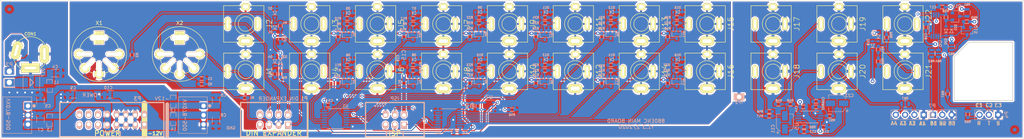
<source format=kicad_pcb>
(kicad_pcb (version 4) (host pcbnew 4.0.2-stable)
  (layers (0 F.Cu signal) (1 In1.Cu signal) (2 In2.Cu signal) (31 B.Cu signal) (34 B.Paste user) (35 F.Paste user) (36 B.SilkS user) (37 F.SilkS user) (38 B.Mask user) (39 F.Mask user) (44 Edge.Cuts user))
  (net 0 "")
  (net 1 "Net-(C1-Pad1)")
  (net 2 GND)
  (net 3 +5V)
  (net 4 "Net-(C4-Pad1)")
  (net 5 "Net-(C5-Pad1)")
  (net 6 "Net-(C6-Pad2)")
  (net 7 "Net-(C7-Pad1)")
  (net 8 "Net-(C8-Pad2)")
  (net 9 +V)
  (net 10 -V)
  (net 11 "Net-(C11-Pad1)")
  (net 12 "Net-(C11-Pad2)")
  (net 13 "Net-(C12-Pad1)")
  (net 14 "Net-(C16-Pad1)")
  (net 15 "Net-(C23-Pad2)")
  (net 16 "Net-(CON1-Pad1)")
  (net 17 "Net-(D1-Pad2)")
  (net 18 "Net-(D3-Pad2)")
  (net 19 "Net-(D5-Pad1)")
  (net 20 "Net-(D6-Pad1)")
  (net 21 "Net-(D7-Pad1)")
  (net 22 "Net-(D8-Pad1)")
  (net 23 "Net-(D9-Pad1)")
  (net 24 "Net-(D10-Pad1)")
  (net 25 "Net-(D11-Pad1)")
  (net 26 "Net-(D12-Pad1)")
  (net 27 "Net-(D13-Pad1)")
  (net 28 "Net-(D14-Pad1)")
  (net 29 "Net-(D15-Pad1)")
  (net 30 "Net-(D16-Pad1)")
  (net 31 "Net-(D17-Pad2)")
  (net 32 "Net-(D20-Pad2)")
  (net 33 "Net-(D20-Pad1)")
  (net 34 "Net-(D21-Pad1)")
  (net 35 ISP_MISO)
  (net 36 ISP_SCK)
  (net 37 ISP_MOSI)
  (net 38 DIN_RUN_STOP)
  (net 39 "Net-(J1-Pad2)")
  (net 40 DIN_TEMPO_CLK)
  (net 41 "Net-(J2-Pad2)")
  (net 42 "Net-(J3-Pad2)")
  (net 43 "Net-(J4-Pad2)")
  (net 44 "Net-(J5-Pad3)")
  (net 45 "Net-(J6-Pad3)")
  (net 46 "Net-(J7-Pad3)")
  (net 47 "Net-(J8-Pad3)")
  (net 48 "Net-(J9-Pad3)")
  (net 49 "Net-(J10-Pad3)")
  (net 50 "Net-(J11-Pad3)")
  (net 51 "Net-(J12-Pad3)")
  (net 52 "Net-(J13-Pad3)")
  (net 53 "Net-(J14-Pad3)")
  (net 54 "Net-(J15-Pad3)")
  (net 55 "Net-(J16-Pad3)")
  (net 56 "Net-(J17-Pad3)")
  (net 57 "Net-(J18-Pad3)")
  (net 58 "Net-(J19-Pad3)")
  (net 59 "Net-(J20-Pad3)")
  (net 60 "Net-(J21-Pad3)")
  (net 61 "Net-(J22-Pad3)")
  (net 62 "Net-(J22-Pad2)")
  (net 63 DIN_RESET)
  (net 64 DIN_FILL)
  (net 65 UART_TX)
  (net 66 "Net-(P4-Pad2)")
  (net 67 "Net-(P4-Pad3)")
  (net 68 /BD)
  (net 69 /SD)
  (net 70 /LT)
  (net 71 /MT)
  (net 72 /HT)
  (net 73 /RS)
  (net 74 /CP)
  (net 75 /MA)
  (net 76 /CB)
  (net 77 /CY)
  (net 78 /OH)
  (net 79 /CH)
  (net 80 "Net-(Q14-Pad3)")
  (net 81 "Net-(Q15-Pad3)")
  (net 82 "Net-(R1-Pad1)")
  (net 83 "Net-(R3-Pad1)")
  (net 84 "Net-(R54-Pad1)")
  (net 85 "Net-(R57-Pad2)")
  (net 86 "Net-(U1-Pad7)")
  (net 87 "Net-(U1-Pad9)")
  (net 88 "Net-(U1-Pad10)")
  (net 89 "Net-(U2-Pad7)")
  (net 90 "Net-(X1-Pad3)")
  (net 91 "Net-(X1-Pad1)")
  (net 92 "Net-(X1-Pad6)")
  (net 93 "Net-(X2-Pad6)")
  (net 94 "Net-(X2-Pad5)")
  (net 95 "Net-(X2-Pad4)")
  (net 96 "Net-(J21-Pad2)")
  (net 97 "Net-(P5-Pad2)")
  (net 98 "Net-(P7-Pad1)")
  (net 99 "Net-(P7-Pad2)")
  (net 100 "Net-(P3-Pad16)")
  (net 101 "Net-(P3-Pad15)")
  (net 102 "Net-(P3-Pad13)")
  (net 103 "Net-(P3-Pad14)")
  (net 104 "Net-(P3-Pad12)")
  (net 105 "Net-(P3-Pad11)")
  (net 106 GNDD)
  (net 107 "Net-(C16-Pad2)")
  (net 108 "Net-(ISP1-Pad5)")
  (net 109 "Net-(U2-Pad9)")
  (module MyModules:fiducial-1mm (layer B.Cu) (at 289 93)
    (fp_text reference REF** hide)
    (fp_text value fiducial-1mm hide)
    (pad 1 smd oval (at 0 0) (size 1 1) (layers B.Cu B.Paste B.Mask) (clearance 0.75))
  )
  (module Housings_SSOP:TSOP-5_1.65x3.05mm_Pitch0.95mm (layer B.Cu) (at 145.5 86.5 180)
    (fp_text reference U7 (at 0 2.45 180) (layer B.SilkS) (effects (justify mirror)))
    (fp_text value 74HC1G125)
    (pad 1 smd rect (at -1.16 0.95 180) (size 0.7 0.51) (layers B.Cu B.Paste B.Mask) (net 38 DIN_RUN_STOP))
    (pad 2 smd rect (at -1.16 0 180) (size 0.7 0.51) (layers B.Cu B.Paste B.Mask) (net 109 "Net-(U2-Pad9)"))
    (pad 3 smd rect (at -1.16 -0.95 180) (size 0.7 0.51) (layers B.Cu B.Paste B.Mask) (net 106 GNDD))
    (pad 4 smd rect (at 1.16 -0.95 180) (size 0.7 0.51) (layers B.Cu B.Paste B.Mask) (net 35 ISP_MISO))
    (pad 6 smd rect (at 1.16 0.95 180) (size 0.7 0.51) (layers B.Cu B.Paste B.Mask) (net 3 +5V))
  )
  (module MyModules:SM0603-C-MURATA (layer B.Cu) (at 120.5 75.85 90)
    (fp_text reference C19 (at 2.45 0.1 90) (layer B.SilkS) (effects (font (size 0.6096 0.6096) (thickness 0.1524)) (justify mirror)))
    (fp_text value 0.1µ hide)
    (pad 1 smd rect (at -0.85 0 90) (size 0.9 0.8) (layers B.Cu B.Paste B.Mask) (net 3 +5V))
    (pad 2 smd rect (at 0.85 0 90) (size 0.9 0.8) (layers B.Cu B.Paste B.Mask) (net 106 GNDD))
  )
  (module Capacitors_SMD:C_0805 (layer B.Cu) (at 122.25 75.75 90)
    (fp_text reference C15 (at 3.25 -0.05 90) (layer B.SilkS) (effects (justify mirror)))
    (fp_text value 1µ)
    (pad 1 smd rect (at -1 0 90) (size 1 1.25) (layers B.Cu B.Paste B.Mask) (net 3 +5V))
    (pad 2 smd rect (at 1 0 90) (size 1 1.25) (layers B.Cu B.Paste B.Mask) (net 106 GNDD))
  )
  (module MyModules:SM0603-C-MURATA (layer B.Cu) (at 67 79)
    (fp_text reference C1 (at 2.25 0) (layer B.SilkS) (effects (font (size 0.6096 0.6096) (thickness 0.1524)) (justify mirror)))
    (fp_text value 0.01µ hide)
    (pad 1 smd rect (at -0.85 0) (size 0.9 0.8) (layers B.Cu B.Paste B.Mask) (net 1 "Net-(C1-Pad1)"))
    (pad 2 smd rect (at 0.85 0) (size 0.9 0.8) (layers B.Cu B.Paste B.Mask) (net 106 GNDD))
  )
  (module MyModules:SM0603-C-MURATA (layer B.Cu) (at 136.75 93.75 180)
    (fp_text reference C2 (at -2.25 0 180) (layer B.SilkS) (effects (font (size 0.6096 0.6096) (thickness 0.1524)) (justify mirror)))
    (fp_text value 0.1µ hide)
    (pad 1 smd rect (at -0.85 0 180) (size 0.9 0.8) (layers B.Cu B.Paste B.Mask) (net 3 +5V))
    (pad 2 smd rect (at 0.85 0 180) (size 0.9 0.8) (layers B.Cu B.Paste B.Mask) (net 106 GNDD))
  )
  (module MyModules:SM0603-C-MURATA (layer B.Cu) (at 101.5 86.25)
    (fp_text reference C3 (at 0.75 -1.25) (layer B.SilkS) (effects (font (size 0.6096 0.6096) (thickness 0.1524)) (justify mirror)))
    (fp_text value 0.1µ hide)
    (pad 1 smd rect (at -0.85 0) (size 0.9 0.8) (layers B.Cu B.Paste B.Mask) (net 3 +5V))
    (pad 2 smd rect (at 0.85 0) (size 0.9 0.8) (layers B.Cu B.Paste B.Mask) (net 106 GNDD))
  )
  (module Capacitors_SMD:C_1206 (layer B.Cu) (at 27 77.5)
    (fp_text reference C4 (at 0 -1.75) (layer B.SilkS) (effects (font (size 0.8 0.8)) (justify mirror)))
    (fp_text value 4.7µ)
    (pad 1 smd rect (at -1.5 0) (size 1 1.6) (layers B.Cu B.Paste B.Mask) (net 4 "Net-(C4-Pad1)"))
    (pad 2 smd rect (at 1.5 0) (size 1 1.6) (layers B.Cu B.Paste B.Mask) (net 2 GND))
  )
  (module Capacitors_SMD:C_1206 (layer B.Cu) (at 23 85 90)
    (fp_text reference C5 (at -1.5 2 180) (layer B.SilkS) (effects (font (size 0.8 0.8)) (justify mirror)))
    (fp_text value " 10µ")
    (pad 1 smd rect (at -1.5 0 90) (size 1 1.6) (layers B.Cu B.Paste B.Mask) (net 5 "Net-(C5-Pad1)"))
    (pad 2 smd rect (at 1.5 0 90) (size 1 1.6) (layers B.Cu B.Paste B.Mask) (net 2 GND))
  )
  (module Capacitors_SMD:C_1206 (layer B.Cu) (at 70.95 85 270)
    (fp_text reference C6 (at -1.5 -2 360) (layer B.SilkS) (effects (font (size 0.8 0.8)) (justify mirror)))
    (fp_text value " 10µ")
    (pad 1 smd rect (at -1.5 0 270) (size 1 1.6) (layers B.Cu B.Paste B.Mask) (net 2 GND))
    (pad 2 smd rect (at 1.5 0 270) (size 1 1.6) (layers B.Cu B.Paste B.Mask) (net 6 "Net-(C6-Pad2)"))
  )
  (module Capacitors_SMD:C_1206 (layer B.Cu) (at 23 90 90)
    (fp_text reference C7 (at -3 0 180) (layer B.SilkS) (effects (font (size 0.8 0.8)) (justify mirror)))
    (fp_text value 22µF)
    (pad 1 smd rect (at -1.5 0 90) (size 1 1.6) (layers B.Cu B.Paste B.Mask) (net 7 "Net-(C7-Pad1)"))
    (pad 2 smd rect (at 1.5 0 90) (size 1 1.6) (layers B.Cu B.Paste B.Mask) (net 2 GND))
  )
  (module Capacitors_SMD:C_1206 (layer B.Cu) (at 70.95 90.5 90)
    (fp_text reference C8 (at 1.5 2 180) (layer B.SilkS) (effects (font (size 0.8 0.8)) (justify mirror)))
    (fp_text value 22µF)
    (pad 1 smd rect (at -1.5 0 90) (size 1 1.6) (layers B.Cu B.Paste B.Mask) (net 2 GND))
    (pad 2 smd rect (at 1.5 0 90) (size 1 1.6) (layers B.Cu B.Paste B.Mask) (net 8 "Net-(C8-Pad2)"))
  )
  (module Capacitors_SMD:C_1206 (layer B.Cu) (at 31.9 83.3 180)
    (fp_text reference C9 (at 0 1.75 180) (layer B.SilkS) (effects (font (size 0.8 0.8)) (justify mirror)))
    (fp_text value 22µF)
    (pad 1 smd rect (at -1.5 0 180) (size 1 1.6) (layers B.Cu B.Paste B.Mask) (net 9 +V))
    (pad 2 smd rect (at 1.5 0 180) (size 1 1.6) (layers B.Cu B.Paste B.Mask) (net 2 GND))
  )
  (module Capacitors_SMD:C_1206 (layer B.Cu) (at 42 83.3)
    (fp_text reference C10 (at -0.5 -1.8) (layer B.SilkS) (effects (font (size 0.8 0.8)) (justify mirror)))
    (fp_text value 22µF)
    (pad 1 smd rect (at -1.5 0) (size 1 1.6) (layers B.Cu B.Paste B.Mask) (net 2 GND))
    (pad 2 smd rect (at 1.5 0) (size 1 1.6) (layers B.Cu B.Paste B.Mask) (net 10 -V))
  )
  (module Capacitors_SMD:CP_Elec_4x5.3 (layer B.Cu) (at 226.25 91 90)
    (fp_text reference C11 (at -1.75 -3.25 90) (layer B.SilkS) (effects (font (size 0.8 0.8)) (justify mirror)))
    (fp_text value 1μ)
    (fp_text user + (at -2.77 -2.01 90) (layer B.SilkS) (effects (justify mirror)))
    (pad 1 smd rect (at -1.8 0 270) (size 2.6 1.6) (layers B.Cu B.Paste B.Mask) (net 11 "Net-(C11-Pad1)"))
    (pad 2 smd rect (at 1.8 0 270) (size 2.6 1.6) (layers B.Cu B.Paste B.Mask) (net 12 "Net-(C11-Pad2)"))
  )
  (module MyModules:SM0603-C-MURATA (layer B.Cu) (at 231.5 93.5 180)
    (fp_text reference C12 (at -2.4 0 360) (layer B.SilkS) (effects (font (size 0.6096 0.6096) (thickness 0.1524)) (justify mirror)))
    (fp_text value 220p hide)
    (pad 1 smd rect (at -0.85 0 180) (size 0.9 0.8) (layers B.Cu B.Paste B.Mask) (net 13 "Net-(C12-Pad1)"))
    (pad 2 smd rect (at 0.85 0 180) (size 0.9 0.8) (layers B.Cu B.Paste B.Mask) (net 11 "Net-(C11-Pad1)"))
  )
  (module MyModules:SM0603-C-MURATA (layer B.Cu) (at 236.8 92.3)
    (fp_text reference C13 (at 0.6 1.2) (layer B.SilkS) (effects (font (size 0.6096 0.6096) (thickness 0.1524)) (justify mirror)))
    (fp_text value 0.1µ hide)
    (pad 1 smd rect (at -0.85 0) (size 0.9 0.8) (layers B.Cu B.Paste B.Mask) (net 9 +V))
    (pad 2 smd rect (at 0.85 0) (size 0.9 0.8) (layers B.Cu B.Paste B.Mask) (net 2 GND))
  )
  (module MyModules:SM0603-C-MURATA (layer B.Cu) (at 231.25 86.75)
    (fp_text reference C14 (at -1.85 0.55 270) (layer B.SilkS) (effects (font (size 0.6096 0.6096) (thickness 0.1524)) (justify mirror)))
    (fp_text value 0.1µ hide)
    (pad 1 smd rect (at -0.85 0) (size 0.9 0.8) (layers B.Cu B.Paste B.Mask) (net 10 -V))
    (pad 2 smd rect (at 0.85 0) (size 0.9 0.8) (layers B.Cu B.Paste B.Mask) (net 2 GND))
  )
  (module MyModules:SM0603-C-MURATA (layer B.Cu) (at 234.75 85.25)
    (fp_text reference C16 (at 1.95 -0.35 90) (layer B.SilkS) (effects (font (size 0.6096 0.6096) (thickness 0.1524)) (justify mirror)))
    (fp_text value 220p hide)
    (pad 1 smd rect (at -0.85 0) (size 0.9 0.8) (layers B.Cu B.Paste B.Mask) (net 14 "Net-(C16-Pad1)"))
    (pad 2 smd rect (at 0.85 0) (size 0.9 0.8) (layers B.Cu B.Paste B.Mask) (net 107 "Net-(C16-Pad2)"))
  )
  (module MyModules:SM0603-C-MURATA (layer B.Cu) (at 269.2 59.4 180)
    (fp_text reference C17 (at 2.5 0 180) (layer B.SilkS) (effects (font (size 0.6096 0.6096) (thickness 0.1524)) (justify mirror)))
    (fp_text value 0.1µ hide)
    (pad 1 smd rect (at -0.85 0 180) (size 0.9 0.8) (layers B.Cu B.Paste B.Mask) (net 9 +V))
    (pad 2 smd rect (at 0.85 0 180) (size 0.9 0.8) (layers B.Cu B.Paste B.Mask) (net 2 GND))
  )
  (module MyModules:SM0603-C-MURATA (layer B.Cu) (at 264.75 64.95 90)
    (fp_text reference C18 (at -2.45 0 90) (layer B.SilkS) (effects (font (size 0.6096 0.6096) (thickness 0.1524)) (justify mirror)))
    (fp_text value 0.1µ hide)
    (pad 1 smd rect (at -0.85 0 90) (size 0.9 0.8) (layers B.Cu B.Paste B.Mask) (net 10 -V))
    (pad 2 smd rect (at 0.85 0 90) (size 0.9 0.8) (layers B.Cu B.Paste B.Mask) (net 2 GND))
  )
  (module Capacitors_SMD:CP_Elec_4x5.3 (layer B.Cu) (at 240.5 85.75 180)
    (fp_text reference C23 (at -3.4 2.15 180) (layer B.SilkS) (effects (font (size 0.8 0.8)) (justify mirror)))
    (fp_text value 1μ)
    (fp_text user + (at -2.77 -2.01 180) (layer B.SilkS) (effects (justify mirror)))
    (pad 1 smd rect (at -1.8 0) (size 2.6 1.6) (layers B.Cu B.Paste B.Mask) (net 13 "Net-(C12-Pad1)"))
    (pad 2 smd rect (at 1.8 0) (size 2.6 1.6) (layers B.Cu B.Paste B.Mask) (net 15 "Net-(C23-Pad2)"))
  )
  (module MyModules:712A-DC-JACK (layer F.Cu) (at 20.25 72.25 180)
    (fp_text reference CON1 (at 0 5.5 180) (layer F.SilkS) (effects (font (size 0.8 0.8))))
    (fp_text value BARREL_JACK)
    (pad 2 thru_hole rect (at 0 -3.81 180) (size 5.08 2.54) (drill oval 3.175 0.635) (layers *.Cu *.Mask F.SilkS) (net 2 GND))
    (pad 3 thru_hole oval (at -3.81 0 270) (size 5.08 2.54) (drill oval 3.175 0.635) (layers *.Cu *.Mask F.SilkS) (net 2 GND))
    (pad 1 thru_hole oval (at 3.81 1 255) (size 5.08 2.54) (drill oval 3.175 0.635) (layers *.Cu *.Mask F.SilkS) (net 16 "Net-(CON1-Pad1)"))
  )
  (module MyModules:SOD323-C1A2 (layer B.Cu) (at 87 65 270)
    (fp_text reference D1 (at 1.25 1.25 360) (layer B.SilkS) (effects (font (size 0.6096 0.6096) (thickness 0.1524)) (justify mirror)))
    (fp_text value NSR0530HT1G hide)
    (pad 2 smd rect (at -1.2446 0 270) (size 0.6096 0.762) (layers B.Cu B.Paste B.Mask) (net 17 "Net-(D1-Pad2)"))
    (pad 1 smd rect (at 1.2446 0 270) (size 0.6096 0.762) (layers B.Cu B.Paste B.Mask) (net 3 +5V))
  )
  (module MyModules:SOD323-C1A2 (layer B.Cu) (at 87 61 270)
    (fp_text reference D2 (at -1.25 1.25 360) (layer B.SilkS) (effects (font (size 0.6096 0.6096) (thickness 0.1524)) (justify mirror)))
    (fp_text value NSR0530HT1G hide)
    (pad 2 smd rect (at -1.2446 0 270) (size 0.6096 0.762) (layers B.Cu B.Paste B.Mask) (net 106 GNDD))
    (pad 1 smd rect (at 1.2446 0 270) (size 0.6096 0.762) (layers B.Cu B.Paste B.Mask) (net 17 "Net-(D1-Pad2)"))
  )
  (module MyModules:SOD323-C1A2 (layer B.Cu) (at 88.5 74.25 90)
    (fp_text reference D3 (at 1.25 1.25 180) (layer B.SilkS) (effects (font (size 0.6096 0.6096) (thickness 0.1524)) (justify mirror)))
    (fp_text value NSR0530HT1G hide)
    (pad 2 smd rect (at -1.2446 0 90) (size 0.6096 0.762) (layers B.Cu B.Paste B.Mask) (net 18 "Net-(D3-Pad2)"))
    (pad 1 smd rect (at 1.2446 0 90) (size 0.6096 0.762) (layers B.Cu B.Paste B.Mask) (net 3 +5V))
  )
  (module MyModules:SOD323-C1A2 (layer B.Cu) (at 87 74.25 270)
    (fp_text reference D4 (at -1.25 1.25 360) (layer B.SilkS) (effects (font (size 0.6096 0.6096) (thickness 0.1524)) (justify mirror)))
    (fp_text value NSR0530HT1G hide)
    (pad 2 smd rect (at -1.2446 0 270) (size 0.6096 0.762) (layers B.Cu B.Paste B.Mask) (net 106 GNDD))
    (pad 1 smd rect (at 1.2446 0 270) (size 0.6096 0.762) (layers B.Cu B.Paste B.Mask) (net 18 "Net-(D3-Pad2)"))
  )
  (module MyModules:SOD323-C1A2 (layer B.Cu) (at 107 61 180)
    (fp_text reference D5 (at 0 1.25 360) (layer B.SilkS) (effects (font (size 0.6096 0.6096) (thickness 0.1524)) (justify mirror)))
    (fp_text value 1N4148 hide)
    (pad 2 smd rect (at -1.2446 0 180) (size 0.6096 0.762) (layers B.Cu B.Paste B.Mask) (net 106 GNDD))
    (pad 1 smd rect (at 1.2446 0 180) (size 0.6096 0.762) (layers B.Cu B.Paste B.Mask) (net 19 "Net-(D5-Pad1)"))
  )
  (module MyModules:SOD323-C1A2 (layer B.Cu) (at 107 73.75 180)
    (fp_text reference D6 (at 0 1.25 180) (layer B.SilkS) (effects (font (size 0.6096 0.6096) (thickness 0.1524)) (justify mirror)))
    (fp_text value 1N4148 hide)
    (pad 2 smd rect (at -1.2446 0 180) (size 0.6096 0.762) (layers B.Cu B.Paste B.Mask) (net 106 GNDD))
    (pad 1 smd rect (at 1.2446 0 180) (size 0.6096 0.762) (layers B.Cu B.Paste B.Mask) (net 20 "Net-(D6-Pad1)"))
  )
  (module MyModules:SOD323-C1A2 (layer B.Cu) (at 125 61 180)
    (fp_text reference D7 (at 0 1.25 180) (layer B.SilkS) (effects (font (size 0.6096 0.6096) (thickness 0.1524)) (justify mirror)))
    (fp_text value 1N4148 hide)
    (pad 2 smd rect (at -1.2446 0 180) (size 0.6096 0.762) (layers B.Cu B.Paste B.Mask) (net 106 GNDD))
    (pad 1 smd rect (at 1.2446 0 180) (size 0.6096 0.762) (layers B.Cu B.Paste B.Mask) (net 21 "Net-(D7-Pad1)"))
  )
  (module MyModules:SOD323-C1A2 (layer B.Cu) (at 125 73.75 180)
    (fp_text reference D8 (at 0 1.25 180) (layer B.SilkS) (effects (font (size 0.6096 0.6096) (thickness 0.1524)) (justify mirror)))
    (fp_text value 1N4148 hide)
    (pad 2 smd rect (at -1.2446 0 180) (size 0.6096 0.762) (layers B.Cu B.Paste B.Mask) (net 106 GNDD))
    (pad 1 smd rect (at 1.2446 0 180) (size 0.6096 0.762) (layers B.Cu B.Paste B.Mask) (net 22 "Net-(D8-Pad1)"))
  )
  (module MyModules:SOD323-C1A2 (layer B.Cu) (at 143 60.75 180)
    (fp_text reference D9 (at 0 1.25 180) (layer B.SilkS) (effects (font (size 0.6096 0.6096) (thickness 0.1524)) (justify mirror)))
    (fp_text value 1N4148 hide)
    (pad 2 smd rect (at -1.2446 0 180) (size 0.6096 0.762) (layers B.Cu B.Paste B.Mask) (net 106 GNDD))
    (pad 1 smd rect (at 1.2446 0 180) (size 0.6096 0.762) (layers B.Cu B.Paste B.Mask) (net 23 "Net-(D9-Pad1)"))
  )
  (module MyModules:SOD323-C1A2 (layer B.Cu) (at 143 73.75 180)
    (fp_text reference D10 (at 0 1.25 180) (layer B.SilkS) (effects (font (size 0.6096 0.6096) (thickness 0.1524)) (justify mirror)))
    (fp_text value 1N4148 hide)
    (pad 2 smd rect (at -1.2446 0 180) (size 0.6096 0.762) (layers B.Cu B.Paste B.Mask) (net 106 GNDD))
    (pad 1 smd rect (at 1.2446 0 180) (size 0.6096 0.762) (layers B.Cu B.Paste B.Mask) (net 24 "Net-(D10-Pad1)"))
  )
  (module MyModules:SOD323-C1A2 (layer B.Cu) (at 161 60.75 180)
    (fp_text reference D11 (at 0 1.25 180) (layer B.SilkS) (effects (font (size 0.6096 0.6096) (thickness 0.1524)) (justify mirror)))
    (fp_text value 1N4148 hide)
    (pad 2 smd rect (at -1.2446 0 180) (size 0.6096 0.762) (layers B.Cu B.Paste B.Mask) (net 106 GNDD))
    (pad 1 smd rect (at 1.2446 0 180) (size 0.6096 0.762) (layers B.Cu B.Paste B.Mask) (net 25 "Net-(D11-Pad1)"))
  )
  (module MyModules:SOD323-C1A2 (layer B.Cu) (at 161 73.75 180)
    (fp_text reference D12 (at 0 1.25 180) (layer B.SilkS) (effects (font (size 0.6096 0.6096) (thickness 0.1524)) (justify mirror)))
    (fp_text value 1N4148 hide)
    (pad 2 smd rect (at -1.2446 0 180) (size 0.6096 0.762) (layers B.Cu B.Paste B.Mask) (net 106 GNDD))
    (pad 1 smd rect (at 1.2446 0 180) (size 0.6096 0.762) (layers B.Cu B.Paste B.Mask) (net 26 "Net-(D12-Pad1)"))
  )
  (module MyModules:SOD323-C1A2 (layer B.Cu) (at 179 60.75 180)
    (fp_text reference D13 (at 0 1.25 180) (layer B.SilkS) (effects (font (size 0.6096 0.6096) (thickness 0.1524)) (justify mirror)))
    (fp_text value 1N4148 hide)
    (pad 2 smd rect (at -1.2446 0 180) (size 0.6096 0.762) (layers B.Cu B.Paste B.Mask) (net 106 GNDD))
    (pad 1 smd rect (at 1.2446 0 180) (size 0.6096 0.762) (layers B.Cu B.Paste B.Mask) (net 27 "Net-(D13-Pad1)"))
  )
  (module MyModules:SOD323-C1A2 (layer B.Cu) (at 179 73.75 180)
    (fp_text reference D14 (at 0 1.25 180) (layer B.SilkS) (effects (font (size 0.6096 0.6096) (thickness 0.1524)) (justify mirror)))
    (fp_text value 1N4148 hide)
    (pad 2 smd rect (at -1.2446 0 180) (size 0.6096 0.762) (layers B.Cu B.Paste B.Mask) (net 106 GNDD))
    (pad 1 smd rect (at 1.2446 0 180) (size 0.6096 0.762) (layers B.Cu B.Paste B.Mask) (net 28 "Net-(D14-Pad1)"))
  )
  (module MyModules:SOD323-C1A2 (layer B.Cu) (at 197 60.75 180)
    (fp_text reference D15 (at 0 1.25 180) (layer B.SilkS) (effects (font (size 0.6096 0.6096) (thickness 0.1524)) (justify mirror)))
    (fp_text value 1N4148 hide)
    (pad 2 smd rect (at -1.2446 0 180) (size 0.6096 0.762) (layers B.Cu B.Paste B.Mask) (net 106 GNDD))
    (pad 1 smd rect (at 1.2446 0 180) (size 0.6096 0.762) (layers B.Cu B.Paste B.Mask) (net 29 "Net-(D15-Pad1)"))
  )
  (module MyModules:SOD323-C1A2 (layer B.Cu) (at 197 73.75 180)
    (fp_text reference D16 (at 0 1.25 180) (layer B.SilkS) (effects (font (size 0.6096 0.6096) (thickness 0.1524)) (justify mirror)))
    (fp_text value 1N4148 hide)
    (pad 2 smd rect (at -1.2446 0 180) (size 0.6096 0.762) (layers B.Cu B.Paste B.Mask) (net 106 GNDD))
    (pad 1 smd rect (at 1.2446 0 180) (size 0.6096 0.762) (layers B.Cu B.Paste B.Mask) (net 30 "Net-(D16-Pad1)"))
  )
  (module MyModules:SMB-1C2A (layer B.Cu) (at 20.49964 80.04 180)
    (fp_text reference D17 (at -3.20036 2.74 270) (layer B.SilkS) (effects (font (size 0.8 0.8)) (justify mirror)))
    (fp_text value MBRS240LT3G hide)
    (pad 2 smd rect (at 2.19964 0 180) (size 2.39776 2.39776) (layers B.Cu B.Paste B.Mask) (net 31 "Net-(D17-Pad2)"))
    (pad 1 smd rect (at -2.19964 0 180) (size 2.39776 2.39776) (layers B.Cu B.Paste B.Mask) (net 4 "Net-(C4-Pad1)"))
  )
  (module MyModules:SOD323-C1A2 (layer B.Cu) (at 250.2 70 270)
    (fp_text reference D18 (at -1 1.2 270) (layer B.SilkS) (effects (font (size 0.6096 0.6096) (thickness 0.1524)) (justify mirror)))
    (fp_text value 1N4148 hide)
    (pad 2 smd rect (at -1.2446 0 270) (size 0.6096 0.762) (layers B.Cu B.Paste B.Mask) (net 14 "Net-(C16-Pad1)"))
    (pad 1 smd rect (at 1.2446 0 270) (size 0.6096 0.762) (layers B.Cu B.Paste B.Mask) (net 9 +V))
  )
  (module MyModules:SOD323-C1A2 (layer B.Cu) (at 251.75 67.5 270)
    (fp_text reference D19 (at -1 1.25 270) (layer B.SilkS) (effects (font (size 0.6096 0.6096) (thickness 0.1524)) (justify mirror)))
    (fp_text value 1N4148 hide)
    (pad 2 smd rect (at -1.2446 0 270) (size 0.6096 0.762) (layers B.Cu B.Paste B.Mask) (net 10 -V))
    (pad 1 smd rect (at 1.2446 0 270) (size 0.6096 0.762) (layers B.Cu B.Paste B.Mask) (net 14 "Net-(C16-Pad1)"))
  )
  (module MyModules:SOD323-C1A2 (layer B.Cu) (at 270.25 65.95 270)
    (fp_text reference D20 (at 2.85 0.05 450) (layer B.SilkS) (effects (font (size 0.6096 0.6096) (thickness 0.1524)) (justify mirror)))
    (fp_text value 1N4148 hide)
    (pad 2 smd rect (at -1.2446 0 270) (size 0.6096 0.762) (layers B.Cu B.Paste B.Mask) (net 32 "Net-(D20-Pad2)"))
    (pad 1 smd rect (at 1.2446 0 270) (size 0.6096 0.762) (layers B.Cu B.Paste B.Mask) (net 33 "Net-(D20-Pad1)"))
  )
  (module MyModules:SOD323-C1A2 (layer B.Cu) (at 271.75 65.95 90)
    (fp_text reference D21 (at 0.95 1.15 90) (layer B.SilkS) (effects (font (size 0.6096 0.6096) (thickness 0.1524)) (justify mirror)))
    (fp_text value 1N4148 hide)
    (pad 2 smd rect (at -1.2446 0 90) (size 0.6096 0.762) (layers B.Cu B.Paste B.Mask) (net 33 "Net-(D20-Pad1)"))
    (pad 1 smd rect (at 1.2446 0 90) (size 0.6096 0.762) (layers B.Cu B.Paste B.Mask) (net 34 "Net-(D21-Pad1)"))
  )
  (module w_conn_strip:vasch_strip_3x2 (layer B.Cu) (at 119.75 90.25 180)
    (fp_text reference ISP1 hide)
    (fp_text value CONN_02X03 hide)
    (pad 1 thru_hole rect (at -2.54 -1.27 180) (size 1.5 2) (drill 1 (offset 0 -0.25)) (layers *.Cu *.Mask B.SilkS) (net 35 ISP_MISO))
    (pad 2 thru_hole oval (at -2.54 1.27 180) (size 1.5 2) (drill 1 (offset 0 0.25)) (layers *.Cu *.Mask B.SilkS) (net 3 +5V))
    (pad 3 thru_hole oval (at 0 -1.27 180) (size 1.5 2) (drill 1 (offset 0 -0.25)) (layers *.Cu *.Mask B.SilkS) (net 36 ISP_SCK))
    (pad 4 thru_hole oval (at 0 1.27 180) (size 1.5 2) (drill 1 (offset 0 0.25)) (layers *.Cu *.Mask B.SilkS) (net 37 ISP_MOSI))
    (pad 5 thru_hole oval (at 2.54 -1.27 180) (size 1.5 2) (drill 1 (offset 0 -0.25)) (layers *.Cu *.Mask B.SilkS) (net 108 "Net-(ISP1-Pad5)"))
    (pad 6 thru_hole oval (at 2.54 1.27 180) (size 1.5 2) (drill 1 (offset 0 0.25)) (layers *.Cu *.Mask B.SilkS) (net 106 GNDD))
  )
  (module MyModules:PJ-301B-JACK-SLOTS (layer F.Cu) (at 79 77 90)
    (fp_text reference J1 (at 0 6.5 90) (layer F.SilkS) (effects (font (size 1.5 1.5))))
    (fp_text value RUN/STOP hide)
    (pad 1 thru_hole oval (at -4.7 0 90) (size 2.5 4) (drill oval 1 2.5) (layers *.Cu *.Mask F.SilkS) (net 106 GNDD))
    (pad 1 thru_hole oval (at 4.7 0 90) (size 2 2.5) (drill oval 1 1.5) (layers *.Cu *.Mask F.SilkS) (net 106 GNDD))
    (pad 3 thru_hole oval (at 0 -4.9 90) (size 3.5 1.5) (drill oval 2.5 0.5) (layers *.Cu *.Mask F.SilkS) (net 38 DIN_RUN_STOP))
    (pad 2 thru_hole oval (at 0 3.3 90) (size 3.5 1.5) (drill oval 2.5 0.5) (layers *.Cu *.Mask F.SilkS) (net 39 "Net-(J1-Pad2)"))
  )
  (module MyModules:PJ-301B-JACK-SLOTS (layer F.Cu) (at 79 64 90)
    (fp_text reference J2 (at 0 6.5 90) (layer F.SilkS) (effects (font (size 1.5 1.5))))
    (fp_text value "SYNC24 CLK" hide)
    (pad 1 thru_hole oval (at -4.7 0 90) (size 2.5 4) (drill oval 1 2.5) (layers *.Cu *.Mask F.SilkS) (net 106 GNDD))
    (pad 1 thru_hole oval (at 4.7 0 90) (size 2 2.5) (drill oval 1 1.5) (layers *.Cu *.Mask F.SilkS) (net 106 GNDD))
    (pad 3 thru_hole oval (at 0 -4.9 90) (size 3.5 1.5) (drill oval 2.5 0.5) (layers *.Cu *.Mask F.SilkS) (net 40 DIN_TEMPO_CLK))
    (pad 2 thru_hole oval (at 0 3.3 90) (size 3.5 1.5) (drill oval 2.5 0.5) (layers *.Cu *.Mask F.SilkS) (net 41 "Net-(J2-Pad2)"))
  )
  (module MyModules:PJ-301B-JACK-SLOTS (layer F.Cu) (at 97 64 90)
    (fp_text reference J3 (at 0 6.5 90) (layer F.SilkS) (effects (font (size 1.5 1.5))))
    (fp_text value "ASSIGN 1" hide)
    (pad 1 thru_hole oval (at -4.7 0 90) (size 2.5 4) (drill oval 1 2.5) (layers *.Cu *.Mask F.SilkS) (net 106 GNDD))
    (pad 1 thru_hole oval (at 4.7 0 90) (size 2 2.5) (drill oval 1 1.5) (layers *.Cu *.Mask F.SilkS) (net 106 GNDD))
    (pad 3 thru_hole oval (at 0 -4.9 90) (size 3.5 1.5) (drill oval 2.5 0.5) (layers *.Cu *.Mask F.SilkS) (net 17 "Net-(D1-Pad2)"))
    (pad 2 thru_hole oval (at 0 3.3 90) (size 3.5 1.5) (drill oval 2.5 0.5) (layers *.Cu *.Mask F.SilkS) (net 42 "Net-(J3-Pad2)"))
  )
  (module MyModules:PJ-301B-JACK-SLOTS (layer F.Cu) (at 97 77 90)
    (fp_text reference J4 (at 0 6.5 90) (layer F.SilkS) (effects (font (size 1.5 1.5))))
    (fp_text value "ASSIGN 2" hide)
    (pad 1 thru_hole oval (at -4.7 0 90) (size 2.5 4) (drill oval 1 2.5) (layers *.Cu *.Mask F.SilkS) (net 106 GNDD))
    (pad 1 thru_hole oval (at 4.7 0 90) (size 2 2.5) (drill oval 1 1.5) (layers *.Cu *.Mask F.SilkS) (net 106 GNDD))
    (pad 3 thru_hole oval (at 0 -4.9 90) (size 3.5 1.5) (drill oval 2.5 0.5) (layers *.Cu *.Mask F.SilkS) (net 18 "Net-(D3-Pad2)"))
    (pad 2 thru_hole oval (at 0 3.3 90) (size 3.5 1.5) (drill oval 2.5 0.5) (layers *.Cu *.Mask F.SilkS) (net 43 "Net-(J4-Pad2)"))
  )
  (module MyModules:PJ-301B-JACK-SLOTS (layer F.Cu) (at 115 64 90)
    (fp_text reference J5 (at 0 6.5 90) (layer F.SilkS) (effects (font (size 1.5 1.5))))
    (fp_text value "BD IN" hide)
    (pad 1 thru_hole oval (at -4.7 0 90) (size 2.5 4) (drill oval 1 2.5) (layers *.Cu *.Mask F.SilkS) (net 106 GNDD))
    (pad 1 thru_hole oval (at 4.7 0 90) (size 2 2.5) (drill oval 1 1.5) (layers *.Cu *.Mask F.SilkS) (net 106 GNDD))
    (pad 3 thru_hole oval (at 0 -4.9 90) (size 3.5 1.5) (drill oval 2.5 0.5) (layers *.Cu *.Mask F.SilkS) (net 44 "Net-(J5-Pad3)"))
    (pad 2 thru_hole oval (at 0 3.3 90) (size 3.5 1.5) (drill oval 2.5 0.5) (layers *.Cu *.Mask F.SilkS) (net 106 GNDD))
  )
  (module MyModules:PJ-301B-JACK-SLOTS (layer F.Cu) (at 115 77 90)
    (fp_text reference J6 (at 0 6.5 90) (layer F.SilkS) (effects (font (size 1.5 1.5))))
    (fp_text value "SD IN" hide)
    (pad 1 thru_hole oval (at -4.7 0 90) (size 2.5 4) (drill oval 1 2.5) (layers *.Cu *.Mask F.SilkS) (net 106 GNDD))
    (pad 1 thru_hole oval (at 4.7 0 90) (size 2 2.5) (drill oval 1 1.5) (layers *.Cu *.Mask F.SilkS) (net 106 GNDD))
    (pad 3 thru_hole oval (at 0 -4.9 90) (size 3.5 1.5) (drill oval 2.5 0.5) (layers *.Cu *.Mask F.SilkS) (net 45 "Net-(J6-Pad3)"))
    (pad 2 thru_hole oval (at 0 3.3 90) (size 3.5 1.5) (drill oval 2.5 0.5) (layers *.Cu *.Mask F.SilkS) (net 106 GNDD))
  )
  (module MyModules:PJ-301B-JACK-SLOTS (layer F.Cu) (at 133 64 90)
    (fp_text reference J7 (at 0 6.5 90) (layer F.SilkS) (effects (font (size 1.5 1.5))))
    (fp_text value "LT IN" hide)
    (pad 1 thru_hole oval (at -4.7 0 90) (size 2.5 4) (drill oval 1 2.5) (layers *.Cu *.Mask F.SilkS) (net 106 GNDD))
    (pad 1 thru_hole oval (at 4.7 0 90) (size 2 2.5) (drill oval 1 1.5) (layers *.Cu *.Mask F.SilkS) (net 106 GNDD))
    (pad 3 thru_hole oval (at 0 -4.9 90) (size 3.5 1.5) (drill oval 2.5 0.5) (layers *.Cu *.Mask F.SilkS) (net 46 "Net-(J7-Pad3)"))
    (pad 2 thru_hole oval (at 0 3.3 90) (size 3.5 1.5) (drill oval 2.5 0.5) (layers *.Cu *.Mask F.SilkS) (net 106 GNDD))
  )
  (module MyModules:PJ-301B-JACK-SLOTS (layer F.Cu) (at 133 77 90)
    (fp_text reference J8 (at 0 6.5 90) (layer F.SilkS) (effects (font (size 1.5 1.5))))
    (fp_text value "MT IN" hide)
    (pad 1 thru_hole oval (at -4.7 0 90) (size 2.5 4) (drill oval 1 2.5) (layers *.Cu *.Mask F.SilkS) (net 106 GNDD))
    (pad 1 thru_hole oval (at 4.7 0 90) (size 2 2.5) (drill oval 1 1.5) (layers *.Cu *.Mask F.SilkS) (net 106 GNDD))
    (pad 3 thru_hole oval (at 0 -4.9 90) (size 3.5 1.5) (drill oval 2.5 0.5) (layers *.Cu *.Mask F.SilkS) (net 47 "Net-(J8-Pad3)"))
    (pad 2 thru_hole oval (at 0 3.3 90) (size 3.5 1.5) (drill oval 2.5 0.5) (layers *.Cu *.Mask F.SilkS) (net 106 GNDD))
  )
  (module MyModules:PJ-301B-JACK-SLOTS (layer F.Cu) (at 151 64 90)
    (fp_text reference J9 (at 0 6.5 90) (layer F.SilkS) (effects (font (size 1.5 1.5))))
    (fp_text value "HT IN" hide)
    (pad 1 thru_hole oval (at -4.7 0 90) (size 2.5 4) (drill oval 1 2.5) (layers *.Cu *.Mask F.SilkS) (net 106 GNDD))
    (pad 1 thru_hole oval (at 4.7 0 90) (size 2 2.5) (drill oval 1 1.5) (layers *.Cu *.Mask F.SilkS) (net 106 GNDD))
    (pad 3 thru_hole oval (at 0 -4.9 90) (size 3.5 1.5) (drill oval 2.5 0.5) (layers *.Cu *.Mask F.SilkS) (net 48 "Net-(J9-Pad3)"))
    (pad 2 thru_hole oval (at 0 3.3 90) (size 3.5 1.5) (drill oval 2.5 0.5) (layers *.Cu *.Mask F.SilkS) (net 106 GNDD))
  )
  (module MyModules:PJ-301B-JACK-SLOTS (layer F.Cu) (at 151 77 90)
    (fp_text reference J10 (at 0 6.5 90) (layer F.SilkS) (effects (font (size 1.5 1.5))))
    (fp_text value "RS IN" hide)
    (pad 1 thru_hole oval (at -4.7 0 90) (size 2.5 4) (drill oval 1 2.5) (layers *.Cu *.Mask F.SilkS) (net 106 GNDD))
    (pad 1 thru_hole oval (at 4.7 0 90) (size 2 2.5) (drill oval 1 1.5) (layers *.Cu *.Mask F.SilkS) (net 106 GNDD))
    (pad 3 thru_hole oval (at 0 -4.9 90) (size 3.5 1.5) (drill oval 2.5 0.5) (layers *.Cu *.Mask F.SilkS) (net 49 "Net-(J10-Pad3)"))
    (pad 2 thru_hole oval (at 0 3.3 90) (size 3.5 1.5) (drill oval 2.5 0.5) (layers *.Cu *.Mask F.SilkS) (net 106 GNDD))
  )
  (module MyModules:PJ-301B-JACK-SLOTS (layer F.Cu) (at 169 64 90)
    (fp_text reference J11 (at 0 6.5 90) (layer F.SilkS) (effects (font (size 1.5 1.5))))
    (fp_text value "CP IN" hide)
    (pad 1 thru_hole oval (at -4.7 0 90) (size 2.5 4) (drill oval 1 2.5) (layers *.Cu *.Mask F.SilkS) (net 106 GNDD))
    (pad 1 thru_hole oval (at 4.7 0 90) (size 2 2.5) (drill oval 1 1.5) (layers *.Cu *.Mask F.SilkS) (net 106 GNDD))
    (pad 3 thru_hole oval (at 0 -4.9 90) (size 3.5 1.5) (drill oval 2.5 0.5) (layers *.Cu *.Mask F.SilkS) (net 50 "Net-(J11-Pad3)"))
    (pad 2 thru_hole oval (at 0 3.3 90) (size 3.5 1.5) (drill oval 2.5 0.5) (layers *.Cu *.Mask F.SilkS) (net 106 GNDD))
  )
  (module MyModules:PJ-301B-JACK-SLOTS (layer F.Cu) (at 169 77 90)
    (fp_text reference J12 (at 0 6.5 90) (layer F.SilkS) (effects (font (size 1.5 1.5))))
    (fp_text value "MA IN" hide)
    (pad 1 thru_hole oval (at -4.7 0 90) (size 2.5 4) (drill oval 1 2.5) (layers *.Cu *.Mask F.SilkS) (net 106 GNDD))
    (pad 1 thru_hole oval (at 4.7 0 90) (size 2 2.5) (drill oval 1 1.5) (layers *.Cu *.Mask F.SilkS) (net 106 GNDD))
    (pad 3 thru_hole oval (at 0 -4.9 90) (size 3.5 1.5) (drill oval 2.5 0.5) (layers *.Cu *.Mask F.SilkS) (net 51 "Net-(J12-Pad3)"))
    (pad 2 thru_hole oval (at 0 3.3 90) (size 3.5 1.5) (drill oval 2.5 0.5) (layers *.Cu *.Mask F.SilkS) (net 106 GNDD))
  )
  (module MyModules:PJ-301B-JACK-SLOTS (layer F.Cu) (at 187 64 90)
    (fp_text reference J13 (at 0 6.5 90) (layer F.SilkS) (effects (font (size 1.5 1.5))))
    (fp_text value "CB IN" hide)
    (pad 1 thru_hole oval (at -4.7 0 90) (size 2.5 4) (drill oval 1 2.5) (layers *.Cu *.Mask F.SilkS) (net 106 GNDD))
    (pad 1 thru_hole oval (at 4.7 0 90) (size 2 2.5) (drill oval 1 1.5) (layers *.Cu *.Mask F.SilkS) (net 106 GNDD))
    (pad 3 thru_hole oval (at 0 -4.9 90) (size 3.5 1.5) (drill oval 2.5 0.5) (layers *.Cu *.Mask F.SilkS) (net 52 "Net-(J13-Pad3)"))
    (pad 2 thru_hole oval (at 0 3.3 90) (size 3.5 1.5) (drill oval 2.5 0.5) (layers *.Cu *.Mask F.SilkS) (net 106 GNDD))
  )
  (module MyModules:PJ-301B-JACK-SLOTS (layer F.Cu) (at 187 77 90)
    (fp_text reference J14 (at 0 6.5 90) (layer F.SilkS) (effects (font (size 1.5 1.5))))
    (fp_text value "CY IN" hide)
    (pad 1 thru_hole oval (at -4.7 0 90) (size 2.5 4) (drill oval 1 2.5) (layers *.Cu *.Mask F.SilkS) (net 106 GNDD))
    (pad 1 thru_hole oval (at 4.7 0 90) (size 2 2.5) (drill oval 1 1.5) (layers *.Cu *.Mask F.SilkS) (net 106 GNDD))
    (pad 3 thru_hole oval (at 0 -4.9 90) (size 3.5 1.5) (drill oval 2.5 0.5) (layers *.Cu *.Mask F.SilkS) (net 53 "Net-(J14-Pad3)"))
    (pad 2 thru_hole oval (at 0 3.3 90) (size 3.5 1.5) (drill oval 2.5 0.5) (layers *.Cu *.Mask F.SilkS) (net 106 GNDD))
  )
  (module MyModules:PJ-301B-JACK-SLOTS (layer F.Cu) (at 205 64 90)
    (fp_text reference J15 (at 0 6.5 90) (layer F.SilkS) (effects (font (size 1.5 1.5))))
    (fp_text value "OH IN" hide)
    (pad 1 thru_hole oval (at -4.7 0 90) (size 2.5 4) (drill oval 1 2.5) (layers *.Cu *.Mask F.SilkS) (net 106 GNDD))
    (pad 1 thru_hole oval (at 4.7 0 90) (size 2 2.5) (drill oval 1 1.5) (layers *.Cu *.Mask F.SilkS) (net 106 GNDD))
    (pad 3 thru_hole oval (at 0 -4.9 90) (size 3.5 1.5) (drill oval 2.5 0.5) (layers *.Cu *.Mask F.SilkS) (net 54 "Net-(J15-Pad3)"))
    (pad 2 thru_hole oval (at 0 3.3 90) (size 3.5 1.5) (drill oval 2.5 0.5) (layers *.Cu *.Mask F.SilkS) (net 106 GNDD))
  )
  (module MyModules:PJ-301B-JACK-SLOTS (layer F.Cu) (at 205 77 90)
    (fp_text reference J16 (at 0 6.5 90) (layer F.SilkS) (effects (font (size 1.5 1.5))))
    (fp_text value "CH IN" hide)
    (pad 1 thru_hole oval (at -4.7 0 90) (size 2.5 4) (drill oval 1 2.5) (layers *.Cu *.Mask F.SilkS) (net 106 GNDD))
    (pad 1 thru_hole oval (at 4.7 0 90) (size 2 2.5) (drill oval 1 1.5) (layers *.Cu *.Mask F.SilkS) (net 106 GNDD))
    (pad 3 thru_hole oval (at 0 -4.9 90) (size 3.5 1.5) (drill oval 2.5 0.5) (layers *.Cu *.Mask F.SilkS) (net 55 "Net-(J16-Pad3)"))
    (pad 2 thru_hole oval (at 0 3.3 90) (size 3.5 1.5) (drill oval 2.5 0.5) (layers *.Cu *.Mask F.SilkS) (net 106 GNDD))
  )
  (module MyModules:PJ-301B-JACK-SLOTS (layer F.Cu) (at 223 64 90)
    (fp_text reference J17 (at 0 6.5 90) (layer F.SilkS) (effects (font (size 1.5 1.5))))
    (fp_text value "IN 1" hide)
    (pad 1 thru_hole oval (at -4.7 0 90) (size 2.5 4) (drill oval 1 2.5) (layers *.Cu *.Mask F.SilkS) (net 2 GND))
    (pad 1 thru_hole oval (at 4.7 0 90) (size 2 2.5) (drill oval 1 1.5) (layers *.Cu *.Mask F.SilkS) (net 2 GND))
    (pad 3 thru_hole oval (at 0 -4.9 90) (size 3.5 1.5) (drill oval 2.5 0.5) (layers *.Cu *.Mask F.SilkS) (net 56 "Net-(J17-Pad3)"))
    (pad 2 thru_hole oval (at 0 3.3 90) (size 3.5 1.5) (drill oval 2.5 0.5) (layers *.Cu *.Mask F.SilkS) (net 2 GND))
  )
  (module MyModules:PJ-301B-JACK-SLOTS (layer F.Cu) (at 223 77 90)
    (fp_text reference J18 (at 0 6.5 90) (layer F.SilkS) (effects (font (size 1.5 1.5))))
    (fp_text value "IN 2" hide)
    (pad 1 thru_hole oval (at -4.7 0 90) (size 2.5 4) (drill oval 1 2.5) (layers *.Cu *.Mask F.SilkS) (net 2 GND))
    (pad 1 thru_hole oval (at 4.7 0 90) (size 2 2.5) (drill oval 1 1.5) (layers *.Cu *.Mask F.SilkS) (net 2 GND))
    (pad 3 thru_hole oval (at 0 -4.9 90) (size 3.5 1.5) (drill oval 2.5 0.5) (layers *.Cu *.Mask F.SilkS) (net 57 "Net-(J18-Pad3)"))
    (pad 2 thru_hole oval (at 0 3.3 90) (size 3.5 1.5) (drill oval 2.5 0.5) (layers *.Cu *.Mask F.SilkS) (net 2 GND))
  )
  (module MyModules:PJ-301B-JACK-SLOTS (layer F.Cu) (at 241 64 90)
    (fp_text reference J19 (at 0 6.5 90) (layer F.SilkS) (effects (font (size 1.5 1.5))))
    (fp_text value "IN 3" hide)
    (pad 1 thru_hole oval (at -4.7 0 90) (size 2.5 4) (drill oval 1 2.5) (layers *.Cu *.Mask F.SilkS) (net 2 GND))
    (pad 1 thru_hole oval (at 4.7 0 90) (size 2 2.5) (drill oval 1 1.5) (layers *.Cu *.Mask F.SilkS) (net 2 GND))
    (pad 3 thru_hole oval (at 0 -4.9 90) (size 3.5 1.5) (drill oval 2.5 0.5) (layers *.Cu *.Mask F.SilkS) (net 58 "Net-(J19-Pad3)"))
    (pad 2 thru_hole oval (at 0 3.3 90) (size 3.5 1.5) (drill oval 2.5 0.5) (layers *.Cu *.Mask F.SilkS) (net 2 GND))
  )
  (module MyModules:PJ-301B-JACK-SLOTS (layer F.Cu) (at 241 77 90)
    (fp_text reference J20 (at 0 6.5 90) (layer F.SilkS) (effects (font (size 1.5 1.5))))
    (fp_text value "IN 4" hide)
    (pad 1 thru_hole oval (at -4.7 0 90) (size 2.5 4) (drill oval 1 2.5) (layers *.Cu *.Mask F.SilkS) (net 2 GND))
    (pad 1 thru_hole oval (at 4.7 0 90) (size 2 2.5) (drill oval 1 1.5) (layers *.Cu *.Mask F.SilkS) (net 2 GND))
    (pad 3 thru_hole oval (at 0 -4.9 90) (size 3.5 1.5) (drill oval 2.5 0.5) (layers *.Cu *.Mask F.SilkS) (net 59 "Net-(J20-Pad3)"))
    (pad 2 thru_hole oval (at 0 3.3 90) (size 3.5 1.5) (drill oval 2.5 0.5) (layers *.Cu *.Mask F.SilkS) (net 2 GND))
  )
  (module MyModules:PJ-301B-JACK-SLOTS (layer F.Cu) (at 259 77 90)
    (fp_text reference J21 (at 0 6.5 90) (layer F.SilkS) (effects (font (size 1.5 1.5))))
    (fp_text value "MULT IN" hide)
    (pad 1 thru_hole oval (at -4.7 0 90) (size 2.5 4) (drill oval 1 2.5) (layers *.Cu *.Mask F.SilkS) (net 2 GND))
    (pad 1 thru_hole oval (at 4.7 0 90) (size 2 2.5) (drill oval 1 1.5) (layers *.Cu *.Mask F.SilkS) (net 2 GND))
    (pad 3 thru_hole oval (at 0 -4.9 90) (size 3.5 1.5) (drill oval 2.5 0.5) (layers *.Cu *.Mask F.SilkS) (net 60 "Net-(J21-Pad3)"))
    (pad 2 thru_hole oval (at 0 3.3 90) (size 3.5 1.5) (drill oval 2.5 0.5) (layers *.Cu *.Mask F.SilkS) (net 96 "Net-(J21-Pad2)"))
  )
  (module MyModules:PJ-301B-JACK-SLOTS (layer F.Cu) (at 259 64 90)
    (fp_text reference J22 (at 2 6.5 90) (layer F.SilkS) (effects (font (size 1.5 1.5))))
    (fp_text value SUM hide)
    (pad 1 thru_hole oval (at -4.7 0 90) (size 2.5 4) (drill oval 1 2.5) (layers *.Cu *.Mask F.SilkS) (net 2 GND))
    (pad 1 thru_hole oval (at 4.7 0 90) (size 2 2.5) (drill oval 1 1.5) (layers *.Cu *.Mask F.SilkS) (net 2 GND))
    (pad 3 thru_hole oval (at 0 -4.9 90) (size 3.5 1.5) (drill oval 2.5 0.5) (layers *.Cu *.Mask F.SilkS) (net 61 "Net-(J22-Pad3)"))
    (pad 2 thru_hole oval (at 0 3.3 90) (size 3.5 1.5) (drill oval 2.5 0.5) (layers *.Cu *.Mask F.SilkS) (net 62 "Net-(J22-Pad2)"))
  )
  (module MyModules:SM0805-HAND (layer B.Cu) (at 25.5 81 270)
    (fp_text reference L1 (at -1 -1.75 360) (layer B.SilkS) (effects (font (size 0.8128 0.8128) (thickness 0.1524)) (justify mirror)))
    (fp_text value 12µH hide)
    (pad 1 smd rect (at -1.0795 0 270) (size 1.143 1.397) (layers B.Cu B.Paste B.Mask) (net 4 "Net-(C4-Pad1)"))
    (pad 2 smd rect (at 1.0795 0 270) (size 1.143 1.397) (layers B.Cu B.Paste B.Mask) (net 5 "Net-(C5-Pad1)"))
  )
  (module MyModules:SM0805-HAND (layer B.Cu) (at 59.25 85.25 270)
    (fp_text reference L2 (at 2.5 0.1 360) (layer B.SilkS) (effects (font (size 0.8128 0.8128) (thickness 0.1524)) (justify mirror)))
    (fp_text value 10µH hide)
    (pad 1 smd rect (at -1.0795 0 270) (size 1.143 1.397) (layers B.Cu B.Paste B.Mask) (net 5 "Net-(C5-Pad1)"))
    (pad 2 smd rect (at 1.0795 0 270) (size 1.143 1.397) (layers B.Cu B.Paste B.Mask) (net 6 "Net-(C6-Pad2)"))
  )
  (module MyModules:SM0805-HAND (layer B.Cu) (at 25.5 90.4 90)
    (fp_text reference L3 (at -2.6 0 180) (layer B.SilkS) (effects (font (size 0.8128 0.8128) (thickness 0.1524)) (justify mirror)))
    (fp_text value 10µH hide)
    (pad 1 smd rect (at -1.0795 0 90) (size 1.143 1.397) (layers B.Cu B.Paste B.Mask) (net 7 "Net-(C7-Pad1)"))
    (pad 2 smd rect (at 1.0795 0 90) (size 1.143 1.397) (layers B.Cu B.Paste B.Mask) (net 9 +V))
  )
  (module MyModules:SM0805-HAND (layer B.Cu) (at 59.25 90.1 270)
    (fp_text reference L4 (at 2.75 0 360) (layer B.SilkS) (effects (font (size 0.8128 0.8128) (thickness 0.1524)) (justify mirror)))
    (fp_text value 10µH hide)
    (pad 1 smd rect (at -1.0795 0 270) (size 1.143 1.397) (layers B.Cu B.Paste B.Mask) (net 8 "Net-(C8-Pad2)"))
    (pad 2 smd rect (at 1.0795 0 270) (size 1.143 1.397) (layers B.Cu B.Paste B.Mask) (net 10 -V))
  )
  (module Pin_Headers:Pin_Header_Straight_1x02_Pitch2.54mm (layer B.Cu) (at 14.5 77.5 180)
    (fp_text reference P2 (at 0 2.33 180) (layer B.SilkS) (effects (justify mirror)))
    (fp_text value CONN_01X02)
    (pad 1 thru_hole rect (at 0 0.5 180) (size 2.6 2) (drill 1.45 (offset 0 0.1)) (layers *.Cu *.Mask) (net 16 "Net-(CON1-Pad1)"))
    (pad 2 thru_hole rect (at 0 -2.54 180) (size 2.6 2) (drill 1.45 (offset 0 -0.1)) (layers *.Cu *.Mask) (net 31 "Net-(D17-Pad2)"))
  )
  (module Pin_Headers:Pin_Header_Straight_1x03_Pitch2.54mm (layer B.Cu) (at 284.48 88.9 90)
    (fp_text reference P4 (at 0 2.33 90) (layer B.SilkS) (effects (justify mirror)))
    (fp_text value CONN_01X03)
    (pad 1 thru_hole rect (at 0 0 90) (size 1.7 1.7) (drill 1) (layers *.Cu *.Mask) (net 2 GND))
    (pad 2 thru_hole oval (at 0 -2.54 90) (size 1.7 1.7) (drill 1) (layers *.Cu *.Mask) (net 66 "Net-(P4-Pad2)"))
    (pad 3 thru_hole oval (at 0 -5.08 90) (size 1.7 1.7) (drill 1) (layers *.Cu *.Mask) (net 67 "Net-(P4-Pad3)"))
  )
  (module MyModules:SOT23-132-JRL (layer B.Cu) (at 106.75 67)
    (fp_text reference Q1 (at 2 0 90) (layer B.SilkS) (effects (font (size 0.6096 0.6096) (thickness 0.1524)) (justify mirror)))
    (fp_text value MMBT3904 hide)
    (pad 3 smd rect (at 0 1.27) (size 0.70104 1.00076) (layers B.Cu B.Paste B.Mask) (net 68 /BD))
    (pad 2 smd rect (at 0.9525 -1.27) (size 0.70104 1.00076) (layers B.Cu B.Paste B.Mask) (net 106 GNDD))
    (pad 1 smd rect (at -0.9525 -1.27) (size 0.70104 1.00076) (layers B.Cu B.Paste B.Mask) (net 19 "Net-(D5-Pad1)"))
  )
  (module MyModules:SOT23-132-JRL (layer B.Cu) (at 106.75 79.75)
    (fp_text reference Q2 (at 1.99898 0.09906 270) (layer B.SilkS) (effects (font (size 0.6096 0.6096) (thickness 0.1524)) (justify mirror)))
    (fp_text value MMBT3904 hide)
    (pad 3 smd rect (at 0 1.27) (size 0.70104 1.00076) (layers B.Cu B.Paste B.Mask) (net 69 /SD))
    (pad 2 smd rect (at 0.9525 -1.27) (size 0.70104 1.00076) (layers B.Cu B.Paste B.Mask) (net 106 GNDD))
    (pad 1 smd rect (at -0.9525 -1.27) (size 0.70104 1.00076) (layers B.Cu B.Paste B.Mask) (net 20 "Net-(D6-Pad1)"))
  )
  (module MyModules:SOT23-132-JRL (layer B.Cu) (at 124.75 67)
    (fp_text reference Q3 (at 1.99898 0.09906 270) (layer B.SilkS) (effects (font (size 0.6096 0.6096) (thickness 0.1524)) (justify mirror)))
    (fp_text value MMBT3904 hide)
    (pad 3 smd rect (at 0 1.27) (size 0.70104 1.00076) (layers B.Cu B.Paste B.Mask) (net 70 /LT))
    (pad 2 smd rect (at 0.9525 -1.27) (size 0.70104 1.00076) (layers B.Cu B.Paste B.Mask) (net 106 GNDD))
    (pad 1 smd rect (at -0.9525 -1.27) (size 0.70104 1.00076) (layers B.Cu B.Paste B.Mask) (net 21 "Net-(D7-Pad1)"))
  )
  (module MyModules:SOT23-132-JRL (layer B.Cu) (at 124.75 79.75)
    (fp_text reference Q4 (at 1.99898 0.09906 270) (layer B.SilkS) (effects (font (size 0.6096 0.6096) (thickness 0.1524)) (justify mirror)))
    (fp_text value MMBT3904 hide)
    (pad 3 smd rect (at 0 1.27) (size 0.70104 1.00076) (layers B.Cu B.Paste B.Mask) (net 71 /MT))
    (pad 2 smd rect (at 0.9525 -1.27) (size 0.70104 1.00076) (layers B.Cu B.Paste B.Mask) (net 106 GNDD))
    (pad 1 smd rect (at -0.9525 -1.27) (size 0.70104 1.00076) (layers B.Cu B.Paste B.Mask) (net 22 "Net-(D8-Pad1)"))
  )
  (module MyModules:SOT23-132-JRL (layer B.Cu) (at 142.75 66.75)
    (fp_text reference Q5 (at 1.99898 0.09906 270) (layer B.SilkS) (effects (font (size 0.6096 0.6096) (thickness 0.1524)) (justify mirror)))
    (fp_text value MMBT3904 hide)
    (pad 3 smd rect (at 0 1.27) (size 0.70104 1.00076) (layers B.Cu B.Paste B.Mask) (net 72 /HT))
    (pad 2 smd rect (at 0.9525 -1.27) (size 0.70104 1.00076) (layers B.Cu B.Paste B.Mask) (net 106 GNDD))
    (pad 1 smd rect (at -0.9525 -1.27) (size 0.70104 1.00076) (layers B.Cu B.Paste B.Mask) (net 23 "Net-(D9-Pad1)"))
  )
  (module MyModules:SOT23-132-JRL (layer B.Cu) (at 142.75 79.75)
    (fp_text reference Q6 (at 1.99898 0.09906 270) (layer B.SilkS) (effects (font (size 0.6096 0.6096) (thickness 0.1524)) (justify mirror)))
    (fp_text value MMBT3904 hide)
    (pad 3 smd rect (at 0 1.27) (size 0.70104 1.00076) (layers B.Cu B.Paste B.Mask) (net 73 /RS))
    (pad 2 smd rect (at 0.9525 -1.27) (size 0.70104 1.00076) (layers B.Cu B.Paste B.Mask) (net 106 GNDD))
    (pad 1 smd rect (at -0.9525 -1.27) (size 0.70104 1.00076) (layers B.Cu B.Paste B.Mask) (net 24 "Net-(D10-Pad1)"))
  )
  (module MyModules:SOT23-132-JRL (layer B.Cu) (at 160.75 67)
    (fp_text reference Q7 (at 1.99898 0.09906 270) (layer B.SilkS) (effects (font (size 0.6096 0.6096) (thickness 0.1524)) (justify mirror)))
    (fp_text value MMBT3904 hide)
    (pad 3 smd rect (at 0 1.27) (size 0.70104 1.00076) (layers B.Cu B.Paste B.Mask) (net 74 /CP))
    (pad 2 smd rect (at 0.9525 -1.27) (size 0.70104 1.00076) (layers B.Cu B.Paste B.Mask) (net 106 GNDD))
    (pad 1 smd rect (at -0.9525 -1.27) (size 0.70104 1.00076) (layers B.Cu B.Paste B.Mask) (net 25 "Net-(D11-Pad1)"))
  )
  (module MyModules:SOT23-132-JRL (layer B.Cu) (at 160.75 79.75)
    (fp_text reference Q8 (at 1.99898 0.09906 270) (layer B.SilkS) (effects (font (size 0.6096 0.6096) (thickness 0.1524)) (justify mirror)))
    (fp_text value MMBT3904 hide)
    (pad 3 smd rect (at 0 1.27) (size 0.70104 1.00076) (layers B.Cu B.Paste B.Mask) (net 75 /MA))
    (pad 2 smd rect (at 0.9525 -1.27) (size 0.70104 1.00076) (layers B.Cu B.Paste B.Mask) (net 106 GNDD))
    (pad 1 smd rect (at -0.9525 -1.27) (size 0.70104 1.00076) (layers B.Cu B.Paste B.Mask) (net 26 "Net-(D12-Pad1)"))
  )
  (module MyModules:SOT23-132-JRL (layer B.Cu) (at 178.75 66.75)
    (fp_text reference Q9 (at 1.99898 0.09906 270) (layer B.SilkS) (effects (font (size 0.6096 0.6096) (thickness 0.1524)) (justify mirror)))
    (fp_text value MMBT3904 hide)
    (pad 3 smd rect (at 0 1.27) (size 0.70104 1.00076) (layers B.Cu B.Paste B.Mask) (net 76 /CB))
    (pad 2 smd rect (at 0.9525 -1.27) (size 0.70104 1.00076) (layers B.Cu B.Paste B.Mask) (net 106 GNDD))
    (pad 1 smd rect (at -0.9525 -1.27) (size 0.70104 1.00076) (layers B.Cu B.Paste B.Mask) (net 27 "Net-(D13-Pad1)"))
  )
  (module MyModules:SOT23-132-JRL (layer B.Cu) (at 178.75 79.75)
    (fp_text reference Q10 (at 1.99898 0.09906 270) (layer B.SilkS) (effects (font (size 0.6096 0.6096) (thickness 0.1524)) (justify mirror)))
    (fp_text value MMBT3904 hide)
    (pad 3 smd rect (at 0 1.27) (size 0.70104 1.00076) (layers B.Cu B.Paste B.Mask) (net 77 /CY))
    (pad 2 smd rect (at 0.9525 -1.27) (size 0.70104 1.00076) (layers B.Cu B.Paste B.Mask) (net 106 GNDD))
    (pad 1 smd rect (at -0.9525 -1.27) (size 0.70104 1.00076) (layers B.Cu B.Paste B.Mask) (net 28 "Net-(D14-Pad1)"))
  )
  (module MyModules:SOT23-132-JRL (layer B.Cu) (at 196.75 66.75)
    (fp_text reference Q11 (at 1.99898 0.09906 270) (layer B.SilkS) (effects (font (size 0.6096 0.6096) (thickness 0.1524)) (justify mirror)))
    (fp_text value MMBT3904 hide)
    (pad 3 smd rect (at 0 1.27) (size 0.70104 1.00076) (layers B.Cu B.Paste B.Mask) (net 78 /OH))
    (pad 2 smd rect (at 0.9525 -1.27) (size 0.70104 1.00076) (layers B.Cu B.Paste B.Mask) (net 106 GNDD))
    (pad 1 smd rect (at -0.9525 -1.27) (size 0.70104 1.00076) (layers B.Cu B.Paste B.Mask) (net 29 "Net-(D15-Pad1)"))
  )
  (module MyModules:SOT23-132-JRL (layer B.Cu) (at 196.75 79.75)
    (fp_text reference Q12 (at 1.99898 0.09906 270) (layer B.SilkS) (effects (font (size 0.6096 0.6096) (thickness 0.1524)) (justify mirror)))
    (fp_text value MMBT3904 hide)
    (pad 3 smd rect (at 0 1.27) (size 0.70104 1.00076) (layers B.Cu B.Paste B.Mask) (net 79 /CH))
    (pad 2 smd rect (at 0.9525 -1.27) (size 0.70104 1.00076) (layers B.Cu B.Paste B.Mask) (net 106 GNDD))
    (pad 1 smd rect (at -0.9525 -1.27) (size 0.70104 1.00076) (layers B.Cu B.Paste B.Mask) (net 30 "Net-(D16-Pad1)"))
  )
  (module TO_SOT_Packages_SMD:SOT-23 (layer B.Cu) (at 273 61.95)
    (fp_text reference Q14 (at 0.2 -2.85) (layer B.SilkS) (effects (font (size 0.8 0.8)) (justify mirror)))
    (fp_text value C945)
    (pad 1 smd rect (at -1 0.95) (size 0.9 0.8) (layers B.Cu B.Paste B.Mask) (net 32 "Net-(D20-Pad2)"))
    (pad 2 smd rect (at -1 -0.95) (size 0.9 0.8) (layers B.Cu B.Paste B.Mask) (net 33 "Net-(D20-Pad1)"))
    (pad 3 smd rect (at 1 0) (size 0.9 0.8) (layers B.Cu B.Paste B.Mask) (net 80 "Net-(Q14-Pad3)"))
  )
  (module TO_SOT_Packages_SMD:SOT-23 (layer B.Cu) (at 276 65.95 270)
    (fp_text reference Q15 (at -0.45 -2.4 270) (layer B.SilkS) (effects (font (size 0.8 0.8)) (justify mirror)))
    (fp_text value A733)
    (pad 1 smd rect (at -1 0.95 270) (size 0.9 0.8) (layers B.Cu B.Paste B.Mask) (net 34 "Net-(D21-Pad1)"))
    (pad 2 smd rect (at -1 -0.95 270) (size 0.9 0.8) (layers B.Cu B.Paste B.Mask) (net 33 "Net-(D20-Pad1)"))
    (pad 3 smd rect (at 1 0 270) (size 0.9 0.8) (layers B.Cu B.Paste B.Mask) (net 81 "Net-(Q15-Pad3)"))
  )
  (module MyModules:SM0603-R-YAGEO (layer B.Cu) (at 78.75 84.25)
    (fp_text reference R1 (at 2 0) (layer B.SilkS) (effects (font (size 0.6096 0.6096) (thickness 0.1524)) (justify mirror)))
    (fp_text value 220 hide)
    (pad 1 smd rect (at -0.85 0) (size 0.9 0.8) (layers B.Cu B.Paste B.Mask) (net 82 "Net-(R1-Pad1)"))
    (pad 2 smd rect (at 0.85 0) (size 0.9 0.8) (layers B.Cu B.Paste B.Mask) (net 65 UART_TX))
  )
  (module MyModules:SM0603-R-YAGEO (layer B.Cu) (at 67 80.5 180)
    (fp_text reference R2 (at -2.25 0 180) (layer B.SilkS) (effects (font (size 0.6096 0.6096) (thickness 0.1524)) (justify mirror)))
    (fp_text value 22 hide)
    (pad 1 smd rect (at -0.85 0 180) (size 0.9 0.8) (layers B.Cu B.Paste B.Mask) (net 106 GNDD))
    (pad 2 smd rect (at 0.85 0 180) (size 0.9 0.8) (layers B.Cu B.Paste B.Mask) (net 1 "Net-(C1-Pad1)"))
  )
  (module MyModules:SM0603-R-YAGEO (layer B.Cu) (at 48 72.5 90)
    (fp_text reference R3 (at 0 1.4 90) (layer B.SilkS) (effects (font (size 0.6096 0.6096) (thickness 0.1524)) (justify mirror)))
    (fp_text value 220 hide)
    (pad 1 smd rect (at -0.85 0 90) (size 0.9 0.8) (layers B.Cu B.Paste B.Mask) (net 83 "Net-(R3-Pad1)"))
    (pad 2 smd rect (at 0.85 0 90) (size 0.9 0.8) (layers B.Cu B.Paste B.Mask) (net 3 +5V))
  )
  (module MyModules:SM0603-R-YAGEO (layer B.Cu) (at 88.5 64.5 270)
    (fp_text reference R4 (at -0.75 -1.25 360) (layer B.SilkS) (effects (font (size 0.6096 0.6096) (thickness 0.1524)) (justify mirror)))
    (fp_text value 1K hide)
    (pad 1 smd rect (at -0.85 0 270) (size 0.9 0.8) (layers B.Cu B.Paste B.Mask) (net 17 "Net-(D1-Pad2)"))
    (pad 2 smd rect (at 0.85 0 270) (size 0.9 0.8) (layers B.Cu B.Paste B.Mask) (net 63 DIN_RESET))
  )
  (module MyModules:SM0603-R-YAGEO (layer B.Cu) (at 88.5 77.75 270)
    (fp_text reference R5 (at 1 -1.25 360) (layer B.SilkS) (effects (font (size 0.6096 0.6096) (thickness 0.1524)) (justify mirror)))
    (fp_text value 1K hide)
    (pad 1 smd rect (at -0.85 0 270) (size 0.9 0.8) (layers B.Cu B.Paste B.Mask) (net 18 "Net-(D3-Pad2)"))
    (pad 2 smd rect (at 0.85 0 270) (size 0.9 0.8) (layers B.Cu B.Paste B.Mask) (net 64 DIN_FILL))
  )
  (module MyModules:SM0603-R-YAGEO (layer B.Cu) (at 106.75 64 180)
    (fp_text reference R6 (at 2.25 0 360) (layer B.SilkS) (effects (font (size 0.6096 0.6096) (thickness 0.1524)) (justify mirror)))
    (fp_text value 100K hide)
    (pad 1 smd rect (at -0.85 0 180) (size 0.9 0.8) (layers B.Cu B.Paste B.Mask) (net 44 "Net-(J5-Pad3)"))
    (pad 2 smd rect (at 0.85 0 180) (size 0.9 0.8) (layers B.Cu B.Paste B.Mask) (net 19 "Net-(D5-Pad1)"))
  )
  (module MyModules:SM0603-R-YAGEO (layer B.Cu) (at 106.75 76.75 180)
    (fp_text reference R7 (at 2.25 0 180) (layer B.SilkS) (effects (font (size 0.6096 0.6096) (thickness 0.1524)) (justify mirror)))
    (fp_text value 100K hide)
    (pad 1 smd rect (at -0.85 0 180) (size 0.9 0.8) (layers B.Cu B.Paste B.Mask) (net 45 "Net-(J6-Pad3)"))
    (pad 2 smd rect (at 0.85 0 180) (size 0.9 0.8) (layers B.Cu B.Paste B.Mask) (net 20 "Net-(D6-Pad1)"))
  )
  (module MyModules:SM0603-R-YAGEO (layer B.Cu) (at 124.75 64 180)
    (fp_text reference R8 (at 2.25 0 180) (layer B.SilkS) (effects (font (size 0.6096 0.6096) (thickness 0.1524)) (justify mirror)))
    (fp_text value 100K hide)
    (pad 1 smd rect (at -0.85 0 180) (size 0.9 0.8) (layers B.Cu B.Paste B.Mask) (net 46 "Net-(J7-Pad3)"))
    (pad 2 smd rect (at 0.85 0 180) (size 0.9 0.8) (layers B.Cu B.Paste B.Mask) (net 21 "Net-(D7-Pad1)"))
  )
  (module MyModules:SM0603-R-YAGEO (layer B.Cu) (at 124.75 76.75 180)
    (fp_text reference R9 (at -2.05 -0.15 270) (layer B.SilkS) (effects (font (size 0.6096 0.6096) (thickness 0.1524)) (justify mirror)))
    (fp_text value 100K hide)
    (pad 1 smd rect (at -0.85 0 180) (size 0.9 0.8) (layers B.Cu B.Paste B.Mask) (net 47 "Net-(J8-Pad3)"))
    (pad 2 smd rect (at 0.85 0 180) (size 0.9 0.8) (layers B.Cu B.Paste B.Mask) (net 22 "Net-(D8-Pad1)"))
  )
  (module MyModules:SM0603-R-YAGEO (layer B.Cu) (at 106.75 62.5)
    (fp_text reference R10 (at -2.5 0 180) (layer B.SilkS) (effects (font (size 0.6096 0.6096) (thickness 0.1524)) (justify mirror)))
    (fp_text value 100K hide)
    (pad 1 smd rect (at -0.85 0) (size 0.9 0.8) (layers B.Cu B.Paste B.Mask) (net 19 "Net-(D5-Pad1)"))
    (pad 2 smd rect (at 0.85 0) (size 0.9 0.8) (layers B.Cu B.Paste B.Mask) (net 106 GNDD))
  )
  (module MyModules:SM0603-R-YAGEO (layer B.Cu) (at 106.75 75.25)
    (fp_text reference R11 (at -2.5 0) (layer B.SilkS) (effects (font (size 0.6096 0.6096) (thickness 0.1524)) (justify mirror)))
    (fp_text value 100K hide)
    (pad 1 smd rect (at -0.85 0) (size 0.9 0.8) (layers B.Cu B.Paste B.Mask) (net 20 "Net-(D6-Pad1)"))
    (pad 2 smd rect (at 0.85 0) (size 0.9 0.8) (layers B.Cu B.Paste B.Mask) (net 106 GNDD))
  )
  (module MyModules:SM0603-R-YAGEO (layer B.Cu) (at 124.75 62.5)
    (fp_text reference R12 (at -2.5 0) (layer B.SilkS) (effects (font (size 0.6096 0.6096) (thickness 0.1524)) (justify mirror)))
    (fp_text value 100K hide)
    (pad 1 smd rect (at -0.85 0) (size 0.9 0.8) (layers B.Cu B.Paste B.Mask) (net 21 "Net-(D7-Pad1)"))
    (pad 2 smd rect (at 0.85 0) (size 0.9 0.8) (layers B.Cu B.Paste B.Mask) (net 106 GNDD))
  )
  (module MyModules:SM0603-R-YAGEO (layer B.Cu) (at 124.75 75.25)
    (fp_text reference R13 (at 2.05 0.05 90) (layer B.SilkS) (effects (font (size 0.6096 0.6096) (thickness 0.1524)) (justify mirror)))
    (fp_text value 100K hide)
    (pad 1 smd rect (at -0.85 0) (size 0.9 0.8) (layers B.Cu B.Paste B.Mask) (net 22 "Net-(D8-Pad1)"))
    (pad 2 smd rect (at 0.85 0) (size 0.9 0.8) (layers B.Cu B.Paste B.Mask) (net 106 GNDD))
  )
  (module MyModules:SM0603-R-YAGEO (layer B.Cu) (at 104.25 67.5 270)
    (fp_text reference R14 (at -2 0 360) (layer B.SilkS) (effects (font (size 0.6096 0.6096) (thickness 0.1524)) (justify mirror)))
    (fp_text value 10K hide)
    (pad 1 smd rect (at -0.85 0 270) (size 0.9 0.8) (layers B.Cu B.Paste B.Mask) (net 3 +5V))
    (pad 2 smd rect (at 0.85 0 270) (size 0.9 0.8) (layers B.Cu B.Paste B.Mask) (net 68 /BD))
  )
  (module MyModules:SM0603-R-YAGEO (layer B.Cu) (at 104.25 80.25 270)
    (fp_text reference R15 (at -2 0.25 360) (layer B.SilkS) (effects (font (size 0.6096 0.6096) (thickness 0.1524)) (justify mirror)))
    (fp_text value 10K hide)
    (pad 1 smd rect (at -0.85 0 270) (size 0.9 0.8) (layers B.Cu B.Paste B.Mask) (net 3 +5V))
    (pad 2 smd rect (at 0.85 0 270) (size 0.9 0.8) (layers B.Cu B.Paste B.Mask) (net 69 /SD))
  )
  (module MyModules:SM0603-R-YAGEO (layer B.Cu) (at 122.25 67.5 270)
    (fp_text reference R16 (at -2 0.25 360) (layer B.SilkS) (effects (font (size 0.6096 0.6096) (thickness 0.1524)) (justify mirror)))
    (fp_text value 10K hide)
    (pad 1 smd rect (at -0.85 0 270) (size 0.9 0.8) (layers B.Cu B.Paste B.Mask) (net 3 +5V))
    (pad 2 smd rect (at 0.85 0 270) (size 0.9 0.8) (layers B.Cu B.Paste B.Mask) (net 70 /LT))
  )
  (module MyModules:SM0603-R-YAGEO (layer B.Cu) (at 122.25 80.25 270)
    (fp_text reference R17 (at -0.05 1.15 450) (layer B.SilkS) (effects (font (size 0.6096 0.6096) (thickness 0.1524)) (justify mirror)))
    (fp_text value 10K hide)
    (pad 1 smd rect (at -0.85 0 270) (size 0.9 0.8) (layers B.Cu B.Paste B.Mask) (net 3 +5V))
    (pad 2 smd rect (at 0.85 0 270) (size 0.9 0.8) (layers B.Cu B.Paste B.Mask) (net 71 /MT))
  )
  (module MyModules:SM0603-R-YAGEO (layer B.Cu) (at 142.75 63.75 180)
    (fp_text reference R18 (at 2.5 0 180) (layer B.SilkS) (effects (font (size 0.6096 0.6096) (thickness 0.1524)) (justify mirror)))
    (fp_text value 100K hide)
    (pad 1 smd rect (at -0.85 0 180) (size 0.9 0.8) (layers B.Cu B.Paste B.Mask) (net 48 "Net-(J9-Pad3)"))
    (pad 2 smd rect (at 0.85 0 180) (size 0.9 0.8) (layers B.Cu B.Paste B.Mask) (net 23 "Net-(D9-Pad1)"))
  )
  (module MyModules:SM0603-R-YAGEO (layer B.Cu) (at 142.75 76.75 180)
    (fp_text reference R19 (at 2.5 0 180) (layer B.SilkS) (effects (font (size 0.6096 0.6096) (thickness 0.1524)) (justify mirror)))
    (fp_text value 100K hide)
    (pad 1 smd rect (at -0.85 0 180) (size 0.9 0.8) (layers B.Cu B.Paste B.Mask) (net 49 "Net-(J10-Pad3)"))
    (pad 2 smd rect (at 0.85 0 180) (size 0.9 0.8) (layers B.Cu B.Paste B.Mask) (net 24 "Net-(D10-Pad1)"))
  )
  (module MyModules:SM0603-R-YAGEO (layer B.Cu) (at 160.75 63.75 180)
    (fp_text reference R20 (at 2.5 0 180) (layer B.SilkS) (effects (font (size 0.6096 0.6096) (thickness 0.1524)) (justify mirror)))
    (fp_text value 100K hide)
    (pad 1 smd rect (at -0.85 0 180) (size 0.9 0.8) (layers B.Cu B.Paste B.Mask) (net 50 "Net-(J11-Pad3)"))
    (pad 2 smd rect (at 0.85 0 180) (size 0.9 0.8) (layers B.Cu B.Paste B.Mask) (net 25 "Net-(D11-Pad1)"))
  )
  (module MyModules:SM0603-R-YAGEO (layer B.Cu) (at 160.75 76.75 180)
    (fp_text reference R21 (at 2.5 0 180) (layer B.SilkS) (effects (font (size 0.6096 0.6096) (thickness 0.1524)) (justify mirror)))
    (fp_text value 100K hide)
    (pad 1 smd rect (at -0.85 0 180) (size 0.9 0.8) (layers B.Cu B.Paste B.Mask) (net 51 "Net-(J12-Pad3)"))
    (pad 2 smd rect (at 0.85 0 180) (size 0.9 0.8) (layers B.Cu B.Paste B.Mask) (net 26 "Net-(D12-Pad1)"))
  )
  (module MyModules:SM0603-R-YAGEO (layer B.Cu) (at 142.75 62.25)
    (fp_text reference R22 (at -2.5 0) (layer B.SilkS) (effects (font (size 0.6096 0.6096) (thickness 0.1524)) (justify mirror)))
    (fp_text value 100K hide)
    (pad 1 smd rect (at -0.85 0) (size 0.9 0.8) (layers B.Cu B.Paste B.Mask) (net 23 "Net-(D9-Pad1)"))
    (pad 2 smd rect (at 0.85 0) (size 0.9 0.8) (layers B.Cu B.Paste B.Mask) (net 106 GNDD))
  )
  (module MyModules:SM0603-R-YAGEO (layer B.Cu) (at 142.75 75.25)
    (fp_text reference R23 (at -2.5 0) (layer B.SilkS) (effects (font (size 0.6096 0.6096) (thickness 0.1524)) (justify mirror)))
    (fp_text value 100K hide)
    (pad 1 smd rect (at -0.85 0) (size 0.9 0.8) (layers B.Cu B.Paste B.Mask) (net 24 "Net-(D10-Pad1)"))
    (pad 2 smd rect (at 0.85 0) (size 0.9 0.8) (layers B.Cu B.Paste B.Mask) (net 106 GNDD))
  )
  (module MyModules:SM0603-R-YAGEO (layer B.Cu) (at 160.75 62.25)
    (fp_text reference R24 (at -2.5 0) (layer B.SilkS) (effects (font (size 0.6096 0.6096) (thickness 0.1524)) (justify mirror)))
    (fp_text value 100K hide)
    (pad 1 smd rect (at -0.85 0) (size 0.9 0.8) (layers B.Cu B.Paste B.Mask) (net 25 "Net-(D11-Pad1)"))
    (pad 2 smd rect (at 0.85 0) (size 0.9 0.8) (layers B.Cu B.Paste B.Mask) (net 106 GNDD))
  )
  (module MyModules:SM0603-R-YAGEO (layer B.Cu) (at 160.75 75.25)
    (fp_text reference R25 (at -2.5 0) (layer B.SilkS) (effects (font (size 0.6096 0.6096) (thickness 0.1524)) (justify mirror)))
    (fp_text value 100K hide)
    (pad 1 smd rect (at -0.85 0) (size 0.9 0.8) (layers B.Cu B.Paste B.Mask) (net 26 "Net-(D12-Pad1)"))
    (pad 2 smd rect (at 0.85 0) (size 0.9 0.8) (layers B.Cu B.Paste B.Mask) (net 106 GNDD))
  )
  (module MyModules:SM0603-R-YAGEO (layer B.Cu) (at 140.25 67.5 270)
    (fp_text reference R26 (at -2.25 0 360) (layer B.SilkS) (effects (font (size 0.6096 0.6096) (thickness 0.1524)) (justify mirror)))
    (fp_text value 10K hide)
    (pad 1 smd rect (at -0.85 0 270) (size 0.9 0.8) (layers B.Cu B.Paste B.Mask) (net 3 +5V))
    (pad 2 smd rect (at 0.85 0 270) (size 0.9 0.8) (layers B.Cu B.Paste B.Mask) (net 72 /HT))
  )
  (module MyModules:SM0603-R-YAGEO (layer B.Cu) (at 140.25 80.25 270)
    (fp_text reference R27 (at -2.25 0 360) (layer B.SilkS) (effects (font (size 0.6096 0.6096) (thickness 0.1524)) (justify mirror)))
    (fp_text value 10K hide)
    (pad 1 smd rect (at -0.85 0 270) (size 0.9 0.8) (layers B.Cu B.Paste B.Mask) (net 3 +5V))
    (pad 2 smd rect (at 0.85 0 270) (size 0.9 0.8) (layers B.Cu B.Paste B.Mask) (net 73 /RS))
  )
  (module MyModules:SM0603-R-YAGEO (layer B.Cu) (at 158.25 67.5 270)
    (fp_text reference R28 (at -2.25 0 360) (layer B.SilkS) (effects (font (size 0.6096 0.6096) (thickness 0.1524)) (justify mirror)))
    (fp_text value 10K hide)
    (pad 1 smd rect (at -0.85 0 270) (size 0.9 0.8) (layers B.Cu B.Paste B.Mask) (net 3 +5V))
    (pad 2 smd rect (at 0.85 0 270) (size 0.9 0.8) (layers B.Cu B.Paste B.Mask) (net 74 /CP))
  )
  (module MyModules:SM0603-R-YAGEO (layer B.Cu) (at 158.25 80.25 270)
    (fp_text reference R29 (at -2.25 0 360) (layer B.SilkS) (effects (font (size 0.6096 0.6096) (thickness 0.1524)) (justify mirror)))
    (fp_text value 10K hide)
    (pad 1 smd rect (at -0.85 0 270) (size 0.9 0.8) (layers B.Cu B.Paste B.Mask) (net 3 +5V))
    (pad 2 smd rect (at 0.85 0 270) (size 0.9 0.8) (layers B.Cu B.Paste B.Mask) (net 75 /MA))
  )
  (module MyModules:SM0603-R-YAGEO (layer B.Cu) (at 178.75 63.75 180)
    (fp_text reference R30 (at 2.5 0 180) (layer B.SilkS) (effects (font (size 0.6096 0.6096) (thickness 0.1524)) (justify mirror)))
    (fp_text value 100K hide)
    (pad 1 smd rect (at -0.85 0 180) (size 0.9 0.8) (layers B.Cu B.Paste B.Mask) (net 52 "Net-(J13-Pad3)"))
    (pad 2 smd rect (at 0.85 0 180) (size 0.9 0.8) (layers B.Cu B.Paste B.Mask) (net 27 "Net-(D13-Pad1)"))
  )
  (module MyModules:SM0603-R-YAGEO (layer B.Cu) (at 178.75 76.75 180)
    (fp_text reference R31 (at 2.5 0 180) (layer B.SilkS) (effects (font (size 0.6096 0.6096) (thickness 0.1524)) (justify mirror)))
    (fp_text value 100K hide)
    (pad 1 smd rect (at -0.85 0 180) (size 0.9 0.8) (layers B.Cu B.Paste B.Mask) (net 53 "Net-(J14-Pad3)"))
    (pad 2 smd rect (at 0.85 0 180) (size 0.9 0.8) (layers B.Cu B.Paste B.Mask) (net 28 "Net-(D14-Pad1)"))
  )
  (module MyModules:SM0603-R-YAGEO (layer B.Cu) (at 196.75 63.75 180)
    (fp_text reference R32 (at 2.5 0 180) (layer B.SilkS) (effects (font (size 0.6096 0.6096) (thickness 0.1524)) (justify mirror)))
    (fp_text value 100K hide)
    (pad 1 smd rect (at -0.85 0 180) (size 0.9 0.8) (layers B.Cu B.Paste B.Mask) (net 54 "Net-(J15-Pad3)"))
    (pad 2 smd rect (at 0.85 0 180) (size 0.9 0.8) (layers B.Cu B.Paste B.Mask) (net 29 "Net-(D15-Pad1)"))
  )
  (module MyModules:SM0603-R-YAGEO (layer B.Cu) (at 196.75 76.75 180)
    (fp_text reference R33 (at 2.75 0 180) (layer B.SilkS) (effects (font (size 0.6096 0.6096) (thickness 0.1524)) (justify mirror)))
    (fp_text value 100K hide)
    (pad 1 smd rect (at -0.85 0 180) (size 0.9 0.8) (layers B.Cu B.Paste B.Mask) (net 55 "Net-(J16-Pad3)"))
    (pad 2 smd rect (at 0.85 0 180) (size 0.9 0.8) (layers B.Cu B.Paste B.Mask) (net 30 "Net-(D16-Pad1)"))
  )
  (module MyModules:SM0603-R-YAGEO (layer B.Cu) (at 178.75 62.25)
    (fp_text reference R34 (at -2.5 0) (layer B.SilkS) (effects (font (size 0.6096 0.6096) (thickness 0.1524)) (justify mirror)))
    (fp_text value 100K hide)
    (pad 1 smd rect (at -0.85 0) (size 0.9 0.8) (layers B.Cu B.Paste B.Mask) (net 27 "Net-(D13-Pad1)"))
    (pad 2 smd rect (at 0.85 0) (size 0.9 0.8) (layers B.Cu B.Paste B.Mask) (net 106 GNDD))
  )
  (module MyModules:SM0603-R-YAGEO (layer B.Cu) (at 178.75 75.25)
    (fp_text reference R35 (at -2.5 0.25) (layer B.SilkS) (effects (font (size 0.6096 0.6096) (thickness 0.1524)) (justify mirror)))
    (fp_text value 100K hide)
    (pad 1 smd rect (at -0.85 0) (size 0.9 0.8) (layers B.Cu B.Paste B.Mask) (net 28 "Net-(D14-Pad1)"))
    (pad 2 smd rect (at 0.85 0) (size 0.9 0.8) (layers B.Cu B.Paste B.Mask) (net 106 GNDD))
  )
  (module MyModules:SM0603-R-YAGEO (layer B.Cu) (at 196.75 62.25)
    (fp_text reference R36 (at -2.5 0) (layer B.SilkS) (effects (font (size 0.6096 0.6096) (thickness 0.1524)) (justify mirror)))
    (fp_text value 100K hide)
    (pad 1 smd rect (at -0.85 0) (size 0.9 0.8) (layers B.Cu B.Paste B.Mask) (net 29 "Net-(D15-Pad1)"))
    (pad 2 smd rect (at 0.85 0) (size 0.9 0.8) (layers B.Cu B.Paste B.Mask) (net 106 GNDD))
  )
  (module MyModules:SM0603-R-YAGEO (layer B.Cu) (at 196.75 75.25)
    (fp_text reference R37 (at -2.75 0) (layer B.SilkS) (effects (font (size 0.6096 0.6096) (thickness 0.1524)) (justify mirror)))
    (fp_text value 100K hide)
    (pad 1 smd rect (at -0.85 0) (size 0.9 0.8) (layers B.Cu B.Paste B.Mask) (net 30 "Net-(D16-Pad1)"))
    (pad 2 smd rect (at 0.85 0) (size 0.9 0.8) (layers B.Cu B.Paste B.Mask) (net 106 GNDD))
  )
  (module MyModules:SM0603-R-YAGEO (layer B.Cu) (at 176.25 67.5 270)
    (fp_text reference R38 (at -2.25 0 360) (layer B.SilkS) (effects (font (size 0.6096 0.6096) (thickness 0.1524)) (justify mirror)))
    (fp_text value 10K hide)
    (pad 1 smd rect (at -0.85 0 270) (size 0.9 0.8) (layers B.Cu B.Paste B.Mask) (net 3 +5V))
    (pad 2 smd rect (at 0.85 0 270) (size 0.9 0.8) (layers B.Cu B.Paste B.Mask) (net 76 /CB))
  )
  (module MyModules:SM0603-R-YAGEO (layer B.Cu) (at 176.25 80.25 270)
    (fp_text reference R39 (at -2.25 0 360) (layer B.SilkS) (effects (font (size 0.6096 0.6096) (thickness 0.1524)) (justify mirror)))
    (fp_text value 10K hide)
    (pad 1 smd rect (at -0.85 0 270) (size 0.9 0.8) (layers B.Cu B.Paste B.Mask) (net 3 +5V))
    (pad 2 smd rect (at 0.85 0 270) (size 0.9 0.8) (layers B.Cu B.Paste B.Mask) (net 77 /CY))
  )
  (module MyModules:SM0603-R-YAGEO (layer B.Cu) (at 194.25 67.5 270)
    (fp_text reference R40 (at -2.25 0 360) (layer B.SilkS) (effects (font (size 0.6096 0.6096) (thickness 0.1524)) (justify mirror)))
    (fp_text value 10K hide)
    (pad 1 smd rect (at -0.85 0 270) (size 0.9 0.8) (layers B.Cu B.Paste B.Mask) (net 3 +5V))
    (pad 2 smd rect (at 0.85 0 270) (size 0.9 0.8) (layers B.Cu B.Paste B.Mask) (net 78 /OH))
  )
  (module MyModules:SM0603-R-YAGEO (layer B.Cu) (at 194.25 80.25 270)
    (fp_text reference R41 (at -2.25 0.25 360) (layer B.SilkS) (effects (font (size 0.6096 0.6096) (thickness 0.1524)) (justify mirror)))
    (fp_text value 10K hide)
    (pad 1 smd rect (at -0.85 0 270) (size 0.9 0.8) (layers B.Cu B.Paste B.Mask) (net 3 +5V))
    (pad 2 smd rect (at 0.85 0 270) (size 0.9 0.8) (layers B.Cu B.Paste B.Mask) (net 79 /CH))
  )
  (module MyModules:SM0603-R-YAGEO (layer B.Cu) (at 222 88)
    (fp_text reference R46 (at -2.5 0) (layer B.SilkS) (effects (font (size 0.6096 0.6096) (thickness 0.1524)) (justify mirror)))
    (fp_text value 33K hide)
    (pad 1 smd rect (at -0.85 0) (size 0.9 0.8) (layers B.Cu B.Paste B.Mask) (net 56 "Net-(J17-Pad3)"))
    (pad 2 smd rect (at 0.85 0) (size 0.9 0.8) (layers B.Cu B.Paste B.Mask) (net 12 "Net-(C11-Pad2)"))
  )
  (module MyModules:SM0603-R-YAGEO (layer B.Cu) (at 222 89.25)
    (fp_text reference R47 (at -2.5 0) (layer B.SilkS) (effects (font (size 0.6096 0.6096) (thickness 0.1524)) (justify mirror)))
    (fp_text value 33K hide)
    (pad 1 smd rect (at -0.85 0) (size 0.9 0.8) (layers B.Cu B.Paste B.Mask) (net 57 "Net-(J18-Pad3)"))
    (pad 2 smd rect (at 0.85 0) (size 0.9 0.8) (layers B.Cu B.Paste B.Mask) (net 12 "Net-(C11-Pad2)"))
  )
  (module MyModules:SM0603-R-YAGEO (layer B.Cu) (at 224.5 86)
    (fp_text reference R48 (at 0.1 -1) (layer B.SilkS) (effects (font (size 0.6096 0.6096) (thickness 0.1524)) (justify mirror)))
    (fp_text value 33K hide)
    (pad 1 smd rect (at -0.85 0) (size 0.9 0.8) (layers B.Cu B.Paste B.Mask) (net 58 "Net-(J19-Pad3)"))
    (pad 2 smd rect (at 0.85 0) (size 0.9 0.8) (layers B.Cu B.Paste B.Mask) (net 12 "Net-(C11-Pad2)"))
  )
  (module MyModules:SM0603-R-YAGEO (layer B.Cu) (at 227.75 86 180)
    (fp_text reference R49 (at 0 1 180) (layer B.SilkS) (effects (font (size 0.6096 0.6096) (thickness 0.1524)) (justify mirror)))
    (fp_text value 33K hide)
    (pad 1 smd rect (at -0.85 0 180) (size 0.9 0.8) (layers B.Cu B.Paste B.Mask) (net 59 "Net-(J20-Pad3)"))
    (pad 2 smd rect (at 0.85 0 180) (size 0.9 0.8) (layers B.Cu B.Paste B.Mask) (net 12 "Net-(C11-Pad2)"))
  )
  (module MyModules:SM0603-R-YAGEO (layer B.Cu) (at 231.5 92.25)
    (fp_text reference R50 (at 2.3 0.05) (layer B.SilkS) (effects (font (size 0.6096 0.6096) (thickness 0.1524)) (justify mirror)))
    (fp_text value 33K hide)
    (pad 1 smd rect (at -0.85 0) (size 0.9 0.8) (layers B.Cu B.Paste B.Mask) (net 11 "Net-(C11-Pad1)"))
    (pad 2 smd rect (at 0.85 0) (size 0.9 0.8) (layers B.Cu B.Paste B.Mask) (net 13 "Net-(C12-Pad1)"))
  )
  (module MyModules:SM0603-R-YAGEO (layer B.Cu) (at 238.5 89.25 180)
    (fp_text reference R51 (at -0.6 -1.15 180) (layer B.SilkS) (effects (font (size 0.6096 0.6096) (thickness 0.1524)) (justify mirror)))
    (fp_text value 22K hide)
    (pad 1 smd rect (at -0.85 0 180) (size 0.9 0.8) (layers B.Cu B.Paste B.Mask) (net 15 "Net-(C23-Pad2)"))
    (pad 2 smd rect (at 0.85 0 180) (size 0.9 0.8) (layers B.Cu B.Paste B.Mask) (net 107 "Net-(C16-Pad2)"))
  )
  (module MyModules:SM0603-R-YAGEO (layer B.Cu) (at 234.75 86.75 180)
    (fp_text reference R52 (at -1.95 0.05 270) (layer B.SilkS) (effects (font (size 0.6096 0.6096) (thickness 0.1524)) (justify mirror)))
    (fp_text value 33K hide)
    (pad 1 smd rect (at -0.85 0 180) (size 0.9 0.8) (layers B.Cu B.Paste B.Mask) (net 107 "Net-(C16-Pad2)"))
    (pad 2 smd rect (at 0.85 0 180) (size 0.9 0.8) (layers B.Cu B.Paste B.Mask) (net 14 "Net-(C16-Pad1)"))
  )
  (module MyModules:SM0603-R-YAGEO (layer B.Cu) (at 251.75 71 90)
    (fp_text reference R54 (at 0 1.25 90) (layer B.SilkS) (effects (font (size 0.6096 0.6096) (thickness 0.1524)) (justify mirror)))
    (fp_text value 27K hide)
    (pad 1 smd rect (at -0.85 0 90) (size 0.9 0.8) (layers B.Cu B.Paste B.Mask) (net 84 "Net-(R54-Pad1)"))
    (pad 2 smd rect (at 0.85 0 90) (size 0.9 0.8) (layers B.Cu B.Paste B.Mask) (net 96 "Net-(J21-Pad2)"))
  )
  (module MyModules:SM0603-R-YAGEO (layer B.Cu) (at 251.75 74.25 90)
    (fp_text reference R55 (at 0 1.25 90) (layer B.SilkS) (effects (font (size 0.6096 0.6096) (thickness 0.1524)) (justify mirror)))
    (fp_text value 3.3K hide)
    (pad 1 smd rect (at -0.85 0 90) (size 0.9 0.8) (layers B.Cu B.Paste B.Mask) (net 2 GND))
    (pad 2 smd rect (at 0.85 0 90) (size 0.9 0.8) (layers B.Cu B.Paste B.Mask) (net 84 "Net-(R54-Pad1)"))
  )
  (module MyModules:SM0603-R-YAGEO (layer B.Cu) (at 254 67.75 270)
    (fp_text reference R56 (at -0.75 -1.25 270) (layer B.SilkS) (effects (font (size 0.6096 0.6096) (thickness 0.1524)) (justify mirror)))
    (fp_text value 1K hide)
    (pad 1 smd rect (at -0.85 0 270) (size 0.9 0.8) (layers B.Cu B.Paste B.Mask) (net 61 "Net-(J22-Pad3)"))
    (pad 2 smd rect (at 0.85 0 270) (size 0.9 0.8) (layers B.Cu B.Paste B.Mask) (net 96 "Net-(J21-Pad2)"))
  )
  (module MyModules:SM0603-R-YAGEO (layer B.Cu) (at 270.7 83.2 90)
    (fp_text reference R57 (at 0 -1.25 90) (layer B.SilkS) (effects (font (size 0.6096 0.6096) (thickness 0.1524)) (justify mirror)))
    (fp_text value 68R hide)
    (pad 1 smd rect (at -0.85 0 90) (size 0.9 0.8) (layers B.Cu B.Paste B.Mask) (net 66 "Net-(P4-Pad2)"))
    (pad 2 smd rect (at 0.85 0 90) (size 0.9 0.8) (layers B.Cu B.Paste B.Mask) (net 85 "Net-(R57-Pad2)"))
  )
  (module MyModules:SM0603-R-YAGEO (layer B.Cu) (at 270.25 62.2 270)
    (fp_text reference R58 (at -1.7 0.05 540) (layer B.SilkS) (effects (font (size 0.6096 0.6096) (thickness 0.1524)) (justify mirror)))
    (fp_text value 22K hide)
    (pad 1 smd rect (at -0.85 0 270) (size 0.9 0.8) (layers B.Cu B.Paste B.Mask) (net 9 +V))
    (pad 2 smd rect (at 0.85 0 270) (size 0.9 0.8) (layers B.Cu B.Paste B.Mask) (net 32 "Net-(D20-Pad2)"))
  )
  (module MyModules:SM0603-R-YAGEO (layer B.Cu) (at 275.9 63.4 180)
    (fp_text reference R59 (at -2.1 1.1 360) (layer B.SilkS) (effects (font (size 0.6096 0.6096) (thickness 0.1524)) (justify mirror)))
    (fp_text value 22K hide)
    (pad 1 smd rect (at -0.85 0 180) (size 0.9 0.8) (layers B.Cu B.Paste B.Mask) (net 10 -V))
    (pad 2 smd rect (at 0.85 0 180) (size 0.9 0.8) (layers B.Cu B.Paste B.Mask) (net 34 "Net-(D21-Pad1)"))
  )
  (module MyModules:SM0603-R-YAGEO (layer B.Cu) (at 276.2 88.8 90)
    (fp_text reference R60 (at -2 0 180) (layer B.SilkS) (effects (font (size 0.6096 0.6096) (thickness 0.1524)) (justify mirror)))
    (fp_text value 68R hide)
    (pad 1 smd rect (at -0.85 0 90) (size 0.9 0.8) (layers B.Cu B.Paste B.Mask) (net 67 "Net-(P4-Pad3)"))
    (pad 2 smd rect (at 0.85 0 90) (size 0.9 0.8) (layers B.Cu B.Paste B.Mask) (net 2 GND))
  )
  (module Resistors_SMD:R_0805 (layer B.Cu) (at 276 60.95 270)
    (fp_text reference R61 (at -2.25 0 360) (layer B.SilkS) (effects (font (size 0.6 0.6)) (justify mirror)))
    (fp_text value 180)
    (pad 1 smd rect (at -0.95 0 270) (size 0.7 1.3) (layers B.Cu B.Paste B.Mask) (net 9 +V))
    (pad 2 smd rect (at 0.95 0 270) (size 0.7 1.3) (layers B.Cu B.Paste B.Mask) (net 80 "Net-(Q14-Pad3)"))
  )
  (module Resistors_SMD:R_0805 (layer B.Cu) (at 271.75 70.2 90)
    (fp_text reference R62 (at -2 0 180) (layer B.SilkS) (effects (font (size 0.6 0.6)) (justify mirror)))
    (fp_text value 180)
    (pad 1 smd rect (at -0.95 0 90) (size 0.7 1.3) (layers B.Cu B.Paste B.Mask) (net 81 "Net-(Q15-Pad3)"))
    (pad 2 smd rect (at 0.95 0 90) (size 0.7 1.3) (layers B.Cu B.Paste B.Mask) (net 10 -V))
  )
  (module Resistors_SMD:R_0805 (layer B.Cu) (at 266.3 72.1 270)
    (fp_text reference R63 (at 2.1 0 540) (layer B.SilkS) (effects (font (size 0.6 0.6)) (justify mirror)))
    (fp_text value 22R)
    (pad 1 smd rect (at -0.95 0 270) (size 0.7 1.3) (layers B.Cu B.Paste B.Mask) (net 33 "Net-(D20-Pad1)"))
    (pad 2 smd rect (at 0.95 0 270) (size 0.7 1.3) (layers B.Cu B.Paste B.Mask) (net 98 "Net-(P7-Pad1)"))
  )
  (module Resistors_SMD:R_0805 (layer B.Cu) (at 268.2 72.1 270)
    (fp_text reference R64 (at 2.1 0 360) (layer B.SilkS) (effects (font (size 0.6 0.6)) (justify mirror)))
    (fp_text value 22R)
    (pad 1 smd rect (at -0.95 0 270) (size 0.7 1.3) (layers B.Cu B.Paste B.Mask) (net 33 "Net-(D20-Pad1)"))
    (pad 2 smd rect (at 0.95 0 270) (size 0.7 1.3) (layers B.Cu B.Paste B.Mask) (net 99 "Net-(P7-Pad2)"))
  )
  (module MyModules:TEST_POINT_LOOP_4592 (layer B.Cu) (at 213.75 84)
    (fp_text reference TP2 (at 0 1.5) (layer B.SilkS) (effects (font (size 0.8128 0.8128) (thickness 0.1524)) (justify mirror)))
    (fp_text value CONN_1 hide)
    (pad 1 thru_hole rect (at 0 0) (size 2.8 1.6) (drill 1.19) (layers *.Cu *.Mask B.SilkS) (net 2 GND))
  )
  (module Housings_SSOP:TSSOP-16_4.4x5mm_Pitch0.65mm (layer B.Cu) (at 103.5 90 180)
    (fp_text reference U1 (at -2.75 3.55 180) (layer B.SilkS) (effects (font (size 0.8 0.8)) (justify mirror)))
    (fp_text value 74HC165)
    (pad 1 smd rect (at -2.95 2.275 180) (size 1.5 0.45) (layers B.Cu B.Paste B.Mask) (net 37 ISP_MOSI))
    (pad 2 smd rect (at -2.95 1.625 180) (size 1.5 0.45) (layers B.Cu B.Paste B.Mask) (net 36 ISP_SCK))
    (pad 3 smd rect (at -2.95 0.975 180) (size 1.5 0.45) (layers B.Cu B.Paste B.Mask) (net 72 /HT))
    (pad 4 smd rect (at -2.95 0.325 180) (size 1.5 0.45) (layers B.Cu B.Paste B.Mask) (net 73 /RS))
    (pad 5 smd rect (at -2.95 -0.325 180) (size 1.5 0.45) (layers B.Cu B.Paste B.Mask) (net 74 /CP))
    (pad 6 smd rect (at -2.95 -0.975 180) (size 1.5 0.45) (layers B.Cu B.Paste B.Mask) (net 75 /MA))
    (pad 7 smd rect (at -2.95 -1.625 180) (size 1.5 0.45) (layers B.Cu B.Paste B.Mask) (net 86 "Net-(U1-Pad7)"))
    (pad 8 smd rect (at -2.95 -2.275 180) (size 1.5 0.45) (layers B.Cu B.Paste B.Mask) (net 106 GNDD))
    (pad 9 smd rect (at 2.95 -2.275 180) (size 1.5 0.45) (layers B.Cu B.Paste B.Mask) (net 87 "Net-(U1-Pad9)"))
    (pad 10 smd rect (at 2.95 -1.625 180) (size 1.5 0.45) (layers B.Cu B.Paste B.Mask) (net 88 "Net-(U1-Pad10)"))
    (pad 11 smd rect (at 2.95 -0.975 180) (size 1.5 0.45) (layers B.Cu B.Paste B.Mask) (net 68 /BD))
    (pad 12 smd rect (at 2.95 -0.325 180) (size 1.5 0.45) (layers B.Cu B.Paste B.Mask) (net 69 /SD))
    (pad 13 smd rect (at 2.95 0.325 180) (size 1.5 0.45) (layers B.Cu B.Paste B.Mask) (net 70 /LT))
    (pad 14 smd rect (at 2.95 0.975 180) (size 1.5 0.45) (layers B.Cu B.Paste B.Mask) (net 71 /MT))
    (pad 15 smd rect (at 2.95 1.625 180) (size 1.5 0.45) (layers B.Cu B.Paste B.Mask) (net 106 GNDD))
    (pad 16 smd rect (at 2.95 2.275 180) (size 1.5 0.45) (layers B.Cu B.Paste B.Mask) (net 3 +5V))
  )
  (module Housings_SSOP:TSSOP-16_4.4x5mm_Pitch0.65mm (layer B.Cu) (at 134.5 90)
    (fp_text reference U2 (at -3 3.75) (layer B.SilkS) (effects (font (size 0.8 0.8)) (justify mirror)))
    (fp_text value 74HC165)
    (pad 1 smd rect (at -2.95 2.275) (size 1.5 0.45) (layers B.Cu B.Paste B.Mask) (net 37 ISP_MOSI))
    (pad 2 smd rect (at -2.95 1.625) (size 1.5 0.45) (layers B.Cu B.Paste B.Mask) (net 36 ISP_SCK))
    (pad 3 smd rect (at -2.95 0.975) (size 1.5 0.45) (layers B.Cu B.Paste B.Mask) (net 106 GNDD))
    (pad 4 smd rect (at -2.95 0.325) (size 1.5 0.45) (layers B.Cu B.Paste B.Mask) (net 106 GNDD))
    (pad 5 smd rect (at -2.95 -0.325) (size 1.5 0.45) (layers B.Cu B.Paste B.Mask) (net 106 GNDD))
    (pad 6 smd rect (at -2.95 -0.975) (size 1.5 0.45) (layers B.Cu B.Paste B.Mask) (net 106 GNDD))
    (pad 7 smd rect (at -2.95 -1.625) (size 1.5 0.45) (layers B.Cu B.Paste B.Mask) (net 89 "Net-(U2-Pad7)"))
    (pad 8 smd rect (at -2.95 -2.275) (size 1.5 0.45) (layers B.Cu B.Paste B.Mask) (net 106 GNDD))
    (pad 9 smd rect (at 2.95 -2.275) (size 1.5 0.45) (layers B.Cu B.Paste B.Mask) (net 109 "Net-(U2-Pad9)"))
    (pad 10 smd rect (at 2.95 -1.625) (size 1.5 0.45) (layers B.Cu B.Paste B.Mask) (net 87 "Net-(U1-Pad9)"))
    (pad 11 smd rect (at 2.95 -0.975) (size 1.5 0.45) (layers B.Cu B.Paste B.Mask) (net 76 /CB))
    (pad 12 smd rect (at 2.95 -0.325) (size 1.5 0.45) (layers B.Cu B.Paste B.Mask) (net 77 /CY))
    (pad 13 smd rect (at 2.95 0.325) (size 1.5 0.45) (layers B.Cu B.Paste B.Mask) (net 78 /OH))
    (pad 14 smd rect (at 2.95 0.975) (size 1.5 0.45) (layers B.Cu B.Paste B.Mask) (net 79 /CH))
    (pad 15 smd rect (at 2.95 1.625) (size 1.5 0.45) (layers B.Cu B.Paste B.Mask) (net 106 GNDD))
    (pad 16 smd rect (at 2.95 2.275) (size 1.5 0.45) (layers B.Cu B.Paste B.Mask) (net 3 +5V))
  )
  (module MyModules:SD-50BV-5DIN-SLOTS (layer F.Cu) (at 39 72.25 90)
    (fp_text reference X1 (at 8.5 0 180) (layer F.SilkS))
    (fp_text value "MIDI OUT" hide)
    (pad 3 thru_hole circle (at 0 -5.5 90) (size 2.5 2.5) (drill 1.4) (layers *.Cu *.Mask F.SilkS) (net 90 "Net-(X1-Pad3)"))
    (pad 1 thru_hole circle (at 0 5.5 90) (size 2.5 2.5) (drill 1.4) (layers *.Cu *.Mask F.SilkS) (net 91 "Net-(X1-Pad1)"))
    (pad 2 thru_hole circle (at -5.5 0 90) (size 2.5 2.5) (drill 1.4) (layers *.Cu *.Mask F.SilkS) (net 106 GNDD))
    (pad 6 thru_hole rect (at 4.5 0 90) (size 3.5 2.5) (drill 1.5) (layers *.Cu *.Mask F.SilkS) (net 92 "Net-(X1-Pad6)"))
    (pad 5 thru_hole circle (at -3.89 -3.89 90) (size 2.5 2.5) (drill 1.4) (layers *.Cu *.Mask F.SilkS) (net 82 "Net-(R1-Pad1)"))
    (pad 4 thru_hole circle (at -3.89 3.89 90) (size 2.5 2.5) (drill 1.4) (layers *.Cu *.Mask F.SilkS) (net 83 "Net-(R3-Pad1)"))
    (pad "" thru_hole oval (at 4.5 0 90) (size 1.45 4.6) (drill oval 1.35 4.5) (layers *.Cu *.Mask F.SilkS))
    (pad "" thru_hole oval (at 0 -4.1 90) (size 1.1 4.3) (drill oval 1 4.2) (layers *.Cu *.Mask F.SilkS))
    (pad "" thru_hole oval (at 0 4.1 90) (size 1.1 4.3) (drill oval 1 4.2) (layers *.Cu *.Mask F.SilkS))
    (pad "" thru_hole oval (at -4.1 0 180) (size 1.1 4.3) (drill oval 1 4.2) (layers *.Cu *.Mask F.SilkS))
    (pad "" thru_hole oval (at -2.9 -2.9 135) (size 1.1 4.3) (drill oval 1 4.2) (layers *.Cu *.Mask F.SilkS))
    (pad "" thru_hole oval (at -2.9 2.9 45) (size 1.1 4.3) (drill oval 1 4.2) (layers *.Cu *.Mask F.SilkS))
  )
  (module MyModules:SD-50BV-5DIN-SLOTS (layer F.Cu) (at 61 72.25 90)
    (fp_text reference X2 (at 8.5 0 180) (layer F.SilkS))
    (fp_text value SYNC24 hide)
    (pad 3 thru_hole circle (at 0 -5.5 90) (size 2.5 2.5) (drill 1.4) (layers *.Cu *.Mask F.SilkS) (net 40 DIN_TEMPO_CLK))
    (pad 1 thru_hole circle (at 0 5.5 90) (size 2.5 2.5) (drill 1.4) (layers *.Cu *.Mask F.SilkS) (net 38 DIN_RUN_STOP))
    (pad 2 thru_hole circle (at -5.5 0 90) (size 2.5 2.5) (drill 1.4) (layers *.Cu *.Mask F.SilkS) (net 1 "Net-(C1-Pad1)"))
    (pad 6 thru_hole rect (at 4.5 0 90) (size 3.5 2.5) (drill 1.5) (layers *.Cu *.Mask F.SilkS) (net 93 "Net-(X2-Pad6)"))
    (pad 5 thru_hole circle (at -3.89 -3.89 90) (size 2.5 2.5) (drill 1.4) (layers *.Cu *.Mask F.SilkS) (net 94 "Net-(X2-Pad5)"))
    (pad 4 thru_hole circle (at -3.89 3.89 90) (size 2.5 2.5) (drill 1.4) (layers *.Cu *.Mask F.SilkS) (net 95 "Net-(X2-Pad4)"))
    (pad "" thru_hole oval (at 4.5 0 90) (size 1.45 4.6) (drill oval 1.35 4.5) (layers *.Cu *.Mask F.SilkS))
    (pad "" thru_hole oval (at 0 -4.1 90) (size 1.1 4.3) (drill oval 1 4.2) (layers *.Cu *.Mask F.SilkS))
    (pad "" thru_hole oval (at 0 4.1 90) (size 1.1 4.3) (drill oval 1 4.2) (layers *.Cu *.Mask F.SilkS))
    (pad "" thru_hole oval (at -4.1 0 180) (size 1.1 4.3) (drill oval 1 4.2) (layers *.Cu *.Mask F.SilkS))
    (pad "" thru_hole oval (at -2.9 -2.9 135) (size 1.1 4.3) (drill oval 1 4.2) (layers *.Cu *.Mask F.SilkS))
    (pad "" thru_hole oval (at -2.9 2.9 45) (size 1.1 4.3) (drill oval 1 4.2) (layers *.Cu *.Mask F.SilkS))
  )
  (module MyModules:CUI_VXO780XX-500 (layer B.Cu) (at 62.45 89 90)
    (fp_text reference U4 hide)
    (fp_text value VX078-500 (at 0 0 90) (layer B.SilkS) (effects (justify mirror)))
    (pad 1 thru_hole rect (at 2.54 5.08 90) (size 1.8 1.8) (drill 1.2) (layers *.Cu *.Mask) (net 6 "Net-(C6-Pad2)"))
    (pad 2 thru_hole circle (at 0 5.08 90) (size 1.8 1.8) (drill 1.2) (layers *.Cu *.Mask) (net 8 "Net-(C8-Pad2)"))
    (pad 3 thru_hole circle (at -2.54 5.08 90) (size 1.8 1.8) (drill 1.2) (layers *.Cu *.Mask) (net 2 GND))
  )
  (module MyModules:CUI_VXO780XX-500 (layer B.Cu) (at 14.5 89 90)
    (fp_text reference U3 hide)
    (fp_text value VX078-500 (at 0.25 -0.25 90) (layer B.SilkS) (effects (justify mirror)))
    (pad 1 thru_hole rect (at 2.54 5.08 90) (size 1.8 1.8) (drill 1.2) (layers *.Cu *.Mask) (net 5 "Net-(C5-Pad1)"))
    (pad 2 thru_hole circle (at 0 5.08 90) (size 1.8 1.8) (drill 1.2) (layers *.Cu *.Mask) (net 2 GND))
    (pad 3 thru_hole circle (at -2.54 5.08 90) (size 1.8 1.8) (drill 1.2) (layers *.Cu *.Mask) (net 7 "Net-(C7-Pad1)"))
  )
  (module Pin_Headers:Pin_Header_Straight_1x04_Pitch2.54mm (layer B.Cu) (at 264.16 88.9 90)
    (fp_text reference P5 (at 0 2.33 90) (layer B.SilkS) (effects (justify mirror)))
    (fp_text value CONN_01X04)
    (pad 1 thru_hole rect (at 0 0 90) (size 1.7 1.7) (drill 1) (layers *.Cu *.Mask) (net 2 GND))
    (pad 2 thru_hole oval (at 0 -2.54 90) (size 1.7 1.7) (drill 1) (layers *.Cu *.Mask) (net 97 "Net-(P5-Pad2)"))
    (pad 3 thru_hole oval (at 0 -5.08 90) (size 1.7 1.7) (drill 1) (layers *.Cu *.Mask) (net 96 "Net-(J21-Pad2)"))
    (pad 4 thru_hole oval (at 0 -7.62 90) (size 1.7 1.7) (drill 1) (layers *.Cu *.Mask) (net 14 "Net-(C16-Pad1)"))
  )
  (module Pin_Headers:Pin_Header_Straight_1x03_Pitch2.54mm (layer B.Cu) (at 266.7 88.9 270)
    (fp_text reference P7 (at -2.4 0.2 540) (layer B.SilkS) (effects (justify mirror)))
    (fp_text value CONN_01X03)
    (pad 1 thru_hole rect (at 0 0 270) (size 1.7 1.7) (drill 1) (layers *.Cu *.Mask) (net 98 "Net-(P7-Pad1)"))
    (pad 2 thru_hole oval (at 0 -2.54 270) (size 1.7 1.7) (drill 1) (layers *.Cu *.Mask) (net 99 "Net-(P7-Pad2)"))
    (pad 3 thru_hole oval (at 0 -5.08 270) (size 1.7 1.7) (drill 1) (layers *.Cu *.Mask) (net 2 GND))
  )
  (module Resistors_SMD:R_0805 (layer B.Cu) (at 259.1 85.9)
    (fp_text reference R67 (at 0 -1.5) (layer B.SilkS) (effects (font (size 0.6 0.6)) (justify mirror)))
    (fp_text value 120)
    (pad 1 smd rect (at -0.95 0) (size 0.7 1.3) (layers B.Cu B.Paste B.Mask) (net 14 "Net-(C16-Pad1)"))
    (pad 2 smd rect (at 0.95 0) (size 0.7 1.3) (layers B.Cu B.Paste B.Mask) (net 97 "Net-(P5-Pad2)"))
  )
  (module MyModules:SM0603-R-YAGEO (layer B.Cu) (at 88.5 68 270)
    (fp_text reference R42 (at 0 -1.25 270) (layer B.SilkS) (effects (font (size 0.6096 0.6096) (thickness 0.1524)) (justify mirror)))
    (fp_text value 47K hide)
    (pad 1 smd rect (at -0.85 0 270) (size 0.9 0.8) (layers B.Cu B.Paste B.Mask) (net 63 DIN_RESET))
    (pad 2 smd rect (at 0.85 0 270) (size 0.9 0.8) (layers B.Cu B.Paste B.Mask) (net 106 GNDD))
  )
  (module MyModules:SM0603-R-YAGEO (layer B.Cu) (at 87 77.75 90)
    (fp_text reference R43 (at 0 -1.25 90) (layer B.SilkS) (effects (font (size 0.6096 0.6096) (thickness 0.1524)) (justify mirror)))
    (fp_text value 100K hide)
    (pad 1 smd rect (at -0.85 0 90) (size 0.9 0.8) (layers B.Cu B.Paste B.Mask) (net 64 DIN_FILL))
    (pad 2 smd rect (at 0.85 0 90) (size 0.9 0.8) (layers B.Cu B.Paste B.Mask) (net 106 GNDD))
  )
  (module w_conn_strip:vasch_strip_8x2 (layer B.Cu) (at 42.5 90.25 180)
    (fp_text reference P3 (at -7 5.75 180) (layer B.SilkS) (effects (font (thickness 0.2032)) (justify mirror)))
    (fp_text value CONN_02X08 hide)
    (pad 16 thru_hole oval (at 8.89 1.27 180) (size 1.5 2) (drill 1 (offset 0 0.25)) (layers *.Cu *.Mask B.SilkS) (net 100 "Net-(P3-Pad16)"))
    (pad 15 thru_hole oval (at 8.89 -1.27 180) (size 1.5 2) (drill 1 (offset 0 -0.25)) (layers *.Cu *.Mask B.SilkS) (net 101 "Net-(P3-Pad15)"))
    (pad 13 thru_hole oval (at 6.35 -1.27 180) (size 1.5 2) (drill 1 (offset 0 -0.25)) (layers *.Cu *.Mask B.SilkS) (net 102 "Net-(P3-Pad13)"))
    (pad 14 thru_hole oval (at 6.35 1.27 180) (size 1.5 2) (drill 1 (offset 0 0.25)) (layers *.Cu *.Mask B.SilkS) (net 103 "Net-(P3-Pad14)"))
    (pad 12 thru_hole oval (at 3.81 1.27 180) (size 1.5 2) (drill 1 (offset 0 0.25)) (layers *.Cu *.Mask B.SilkS) (net 104 "Net-(P3-Pad12)"))
    (pad 11 thru_hole oval (at 3.81 -1.27 180) (size 1.5 2) (drill 1 (offset 0 -0.25)) (layers *.Cu *.Mask B.SilkS) (net 105 "Net-(P3-Pad11)"))
    (pad 9 thru_hole oval (at 1.27 -1.27 180) (size 1.5 2) (drill 1 (offset 0 -0.25)) (layers *.Cu *.Mask B.SilkS) (net 9 +V))
    (pad 10 thru_hole oval (at 1.27 1.27 180) (size 1.5 2) (drill 1 (offset 0 0.25)) (layers *.Cu *.Mask B.SilkS) (net 9 +V))
    (pad 8 thru_hole oval (at -1.27 1.27 180) (size 1.5 2) (drill 1 (offset 0 0.25)) (layers *.Cu *.Mask B.SilkS) (net 2 GND))
    (pad 7 thru_hole oval (at -1.27 -1.27 180) (size 1.5 2) (drill 1 (offset 0 -0.25)) (layers *.Cu *.Mask B.SilkS) (net 2 GND))
    (pad 1 thru_hole rect (at -8.89 -1.27 180) (size 1.5 2) (drill 1 (offset 0 -0.25)) (layers *.Cu *.Mask B.SilkS) (net 10 -V))
    (pad 2 thru_hole oval (at -8.89 1.27 180) (size 1.5 2) (drill 1 (offset 0 0.25)) (layers *.Cu *.Mask B.SilkS) (net 10 -V))
    (pad 3 thru_hole oval (at -6.35 -1.27 180) (size 1.5 2) (drill 1 (offset 0 -0.25)) (layers *.Cu *.Mask B.SilkS) (net 2 GND))
    (pad 4 thru_hole oval (at -6.35 1.27 180) (size 1.5 2) (drill 1 (offset 0 0.25)) (layers *.Cu *.Mask B.SilkS) (net 2 GND))
    (pad 5 thru_hole oval (at -3.81 -1.27 180) (size 1.5 2) (drill 1 (offset 0 -0.25)) (layers *.Cu *.Mask B.SilkS) (net 2 GND))
    (pad 6 thru_hole oval (at -3.81 1.27 180) (size 1.5 2) (drill 1 (offset 0 0.25)) (layers *.Cu *.Mask B.SilkS) (net 2 GND))
  )
  (module Housings_SSOP:TSSOP-8_4.4x3mm_Pitch0.65mm (layer B.Cu) (at 233 89.5)
    (fp_text reference U5 (at -3.5 2.6 90) (layer B.SilkS) (effects (justify mirror)))
    (fp_text value 4558)
    (pad 1 smd rect (at -2.95 0.975) (size 1.45 0.45) (layers B.Cu B.Paste B.Mask) (net 13 "Net-(C12-Pad1)"))
    (pad 2 smd rect (at -2.95 0.325) (size 1.45 0.45) (layers B.Cu B.Paste B.Mask) (net 11 "Net-(C11-Pad1)"))
    (pad 3 smd rect (at -2.95 -0.325) (size 1.45 0.45) (layers B.Cu B.Paste B.Mask) (net 2 GND))
    (pad 4 smd rect (at -2.95 -0.975) (size 1.45 0.45) (layers B.Cu B.Paste B.Mask) (net 10 -V))
    (pad 5 smd rect (at 2.95 -0.975) (size 1.45 0.45) (layers B.Cu B.Paste B.Mask) (net 2 GND))
    (pad 6 smd rect (at 2.95 -0.325) (size 1.45 0.45) (layers B.Cu B.Paste B.Mask) (net 107 "Net-(C16-Pad2)"))
    (pad 7 smd rect (at 2.95 0.325) (size 1.45 0.45) (layers B.Cu B.Paste B.Mask) (net 14 "Net-(C16-Pad1)"))
    (pad 8 smd rect (at 2.95 0.975) (size 1.45 0.45) (layers B.Cu B.Paste B.Mask) (net 9 +V))
  )
  (module Housings_SSOP:TSSOP-8_4.4x3mm_Pitch0.65mm (layer B.Cu) (at 267.25 64.45 90)
    (fp_text reference U6 (at -4.95 1.35 270) (layer B.SilkS) (effects (justify mirror)))
    (fp_text value 4558)
    (pad 1 smd rect (at -2.95 0.975 90) (size 1.45 0.45) (layers B.Cu B.Paste B.Mask) (net 33 "Net-(D20-Pad1)"))
    (pad 2 smd rect (at -2.95 0.325 90) (size 1.45 0.45) (layers B.Cu B.Paste B.Mask) (net 33 "Net-(D20-Pad1)"))
    (pad 3 smd rect (at -2.95 -0.325 90) (size 1.45 0.45) (layers B.Cu B.Paste B.Mask) (net 60 "Net-(J21-Pad3)"))
    (pad 4 smd rect (at -2.95 -0.975 90) (size 1.45 0.45) (layers B.Cu B.Paste B.Mask) (net 10 -V))
    (pad 5 smd rect (at 2.95 -0.975 90) (size 1.45 0.45) (layers B.Cu B.Paste B.Mask) (net 60 "Net-(J21-Pad3)"))
    (pad 6 smd rect (at 2.95 -0.325 90) (size 1.45 0.45) (layers B.Cu B.Paste B.Mask) (net 85 "Net-(R57-Pad2)"))
    (pad 7 smd rect (at 2.95 0.325 90) (size 1.45 0.45) (layers B.Cu B.Paste B.Mask) (net 85 "Net-(R57-Pad2)"))
    (pad 8 smd rect (at 2.95 0.975 90) (size 1.45 0.45) (layers B.Cu B.Paste B.Mask) (net 9 +V))
  )
  (module MyModules:SM0603-C-MURATA (layer B.Cu) (at 140.9 86.5 270)
    (fp_text reference C20 (at 0 1.4 270) (layer B.SilkS) (effects (font (size 0.6096 0.6096) (thickness 0.1524)) (justify mirror)))
    (fp_text value 0.1µ hide)
    (pad 1 smd rect (at -0.85 0 270) (size 0.9 0.8) (layers B.Cu B.Paste B.Mask) (net 3 +5V))
    (pad 2 smd rect (at 0.85 0 270) (size 0.9 0.8) (layers B.Cu B.Paste B.Mask) (net 106 GNDD))
  )
  (module MyModules:SM0603-R-YAGEO (layer B.Cu) (at 142.4 86.5 270)
    (fp_text reference R44 (at 0 1.4 270) (layer B.SilkS) (effects (font (size 0.6096 0.6096) (thickness 0.1524)) (justify mirror)))
    (fp_text value 47K hide)
    (pad 1 smd rect (at -0.85 0 270) (size 0.9 0.8) (layers B.Cu B.Paste B.Mask) (net 3 +5V))
    (pad 2 smd rect (at 0.85 0 270) (size 0.9 0.8) (layers B.Cu B.Paste B.Mask) (net 35 ISP_MISO))
  )
  (module MyModules:SM0603-R-YAGEO (layer B.Cu) (at 151.75 87.5)
    (fp_text reference R45 (at 0 1.4) (layer B.SilkS) (effects (font (size 0.6096 0.6096) (thickness 0.1524)) (justify mirror)))
    (fp_text value 47K hide)
    (pad 1 smd rect (at -0.85 0) (size 0.9 0.8) (layers B.Cu B.Paste B.Mask) (net 35 ISP_MISO))
    (pad 2 smd rect (at 0.85 0) (size 0.9 0.8) (layers B.Cu B.Paste B.Mask) (net 106 GNDD))
  )
  (module w_conn_strip:vasch_strip_4x2 (layer B.Cu) (at 86.73 90.25 180)
    (fp_text reference P1 (at -8.266 5.795 180) (layer B.SilkS) (effects (font (thickness 0.2032)) (justify mirror)))
    (fp_text value CONN_02X03 hide)
    (pad 8 thru_hole oval (at 3.81 1.27 180) (size 1.5 2) (drill 1 (offset 0 0.25)) (layers *.Cu *.Mask B.SilkS))
    (pad 7 thru_hole oval (at 3.81 -1.27 180) (size 1.5 2) (drill 1 (offset 0 -0.25)) (layers *.Cu *.Mask B.SilkS))
    (pad 1 thru_hole rect (at -3.81 -1.27 180) (size 1.5 2) (drill 1 (offset 0 -0.25)) (layers *.Cu *.Mask B.SilkS) (net 63 DIN_RESET))
    (pad 2 thru_hole oval (at -3.81 1.27 180) (size 1.5 2) (drill 1 (offset 0 0.25)) (layers *.Cu *.Mask B.SilkS) (net 64 DIN_FILL))
    (pad 3 thru_hole oval (at -1.27 -1.27 180) (size 1.5 2) (drill 1 (offset 0 -0.25)) (layers *.Cu *.Mask B.SilkS) (net 106 GNDD))
    (pad 4 thru_hole oval (at -1.27 1.27 180) (size 1.5 2) (drill 1 (offset 0 0.25)) (layers *.Cu *.Mask B.SilkS) (net 40 DIN_TEMPO_CLK))
    (pad 5 thru_hole oval (at 1.27 -1.27 180) (size 1.5 2) (drill 1 (offset 0 -0.25)) (layers *.Cu *.Mask B.SilkS) (net 65 UART_TX))
    (pad 6 thru_hole oval (at 1.27 1.27 180) (size 1.5 2) (drill 1 (offset 0 0.25)) (layers *.Cu *.Mask B.SilkS) (net 38 DIN_RUN_STOP))
  )
  (module MyModules:fiducial-1mm (layer B.Cu) (at 14.5 60)
    (fp_text reference REF** hide)
    (fp_text value fiducial-1mm hide)
    (pad 1 smd oval (at 0 0) (size 1 1) (layers B.Cu B.Paste B.Mask) (clearance 0.75))
  )
  (gr_text GND (at 75 92.5) (layer B.SilkS) (effects (font (size 0.8 0.8)) (justify mirror)))
  (gr_line (start 111.75 94.95) (end 111.75 85.55) (layer F.SilkS) (width 0.3))
  (gr_line (start 127.75 94.95) (end 111.75 94.95) (layer F.SilkS) (width 0.3))
  (gr_line (start 127.75 85.55) (end 127.75 94.95) (layer F.SilkS) (width 0.3))
  (gr_line (start 111.75 85.55) (end 127.75 85.55) (layer F.SilkS) (width 0.3))
  (gr_line (start 77.65 94.95) (end 77.65 85.55) (layer F.SilkS) (width 0.3))
  (gr_line (start 96 94.95) (end 77.65 94.95) (layer F.SilkS) (width 0.3))
  (gr_line (start 96 85.55) (end 96 94.95) (layer F.SilkS) (width 0.3))
  (gr_line (start 77.65 85.55) (end 96 85.55) (layer F.SilkS) (width 0.3))
  (gr_line (start 56.7 85.55) (end 28.3 85.55) (layer F.SilkS) (width 0.3))
  (gr_line (start 56.7 94.95) (end 56.7 85.55) (layer F.SilkS) (width 0.3))
  (gr_line (start 28.3 94.95) (end 56.7 94.95) (layer F.SilkS) (width 0.3))
  (gr_line (start 28.3 94.95) (end 28.35 94.95) (angle 90) (layer F.SilkS) (width 0.2))
  (gr_line (start 28.3 85.55) (end 28.3 94.95) (angle 90) (layer F.SilkS) (width 0.3))
  (gr_text "880ENC MAIN BOARD\nr1.3 2/2020" (at 185.6 91.4) (layer B.SilkS) (effects (font (size 1 1)) (justify mirror)))
  (gr_text ISP (at 119.75 94) (layer F.SilkS) (effects (font (size 1.4 1.4) (thickness 0.25))))
  (gr_text "DIN EXPANDER" (at 86.7 93.9) (layer F.SilkS) (effects (font (size 1.4 1.4) (thickness 0.25))))
  (gr_line (start 51.4 85.8) (end 51.4 94.55) (layer F.SilkS) (width 1.5))
  (gr_text −12V (at 54.3 94) (layer F.SilkS) (effects (font (size 1 1) (thickness 0.25))))
  (gr_text POWER (at 41.25 94) (layer F.SilkS) (effects (font (size 1.4 1.4) (thickness 0.25))))
  (gr_line (start 57.6 94.75) (end 57.6 86) (layer B.SilkS) (width 1))
  (gr_text −12V (at 56.2 84.5) (layer B.SilkS) (effects (font (size 1 1)) (justify mirror)))
  (gr_text POWER (at 37 83.5) (layer B.SilkS) (effects (font (size 1 1)) (justify mirror)))
  (gr_text ISP (at 119.75 84.5) (layer B.SilkS) (effects (font (size 1 1)) (justify mirror)))
  (gr_text "DIN EXPANDER" (at 88 84.5) (layer B.SilkS) (effects (font (size 1 1)) (justify mirror)))
  (gr_line (start 291.5 95.5) (end 291.5 57.5) (layer Edge.Cuts) (width 0.1))
  (gr_text S (at 284.5 91.25) (layer B.SilkS) (effects (font (size 1 1)) (justify mirror)))
  (gr_text R (at 279.25 91.25) (layer B.SilkS) (effects (font (size 1 1)) (justify mirror)))
  (gr_text T (at 282 91.25) (layer B.SilkS) (effects (font (size 1 1)) (justify mirror)))
  (gr_text S (at 284.5 91.25) (layer F.SilkS) (effects (font (size 1 1))))
  (gr_text R (at 279.25 91.25) (layer F.SilkS) (effects (font (size 1 1))))
  (gr_text T (at 282 91.25) (layer F.SilkS) (effects (font (size 1 1))))
  (gr_text A4 (at 256.05 91.25) (layer B.SilkS) (effects (font (size 1 1)) (justify mirror)))
  (gr_text A3 (at 258.55 91.25) (layer B.SilkS) (effects (font (size 1 1)) (justify mirror)))
  (gr_text A2 (at 261.05 91.25) (layer B.SilkS) (effects (font (size 1 1)) (justify mirror)))
  (gr_text A1 (at 263.8 91.25) (layer B.SilkS) (effects (font (size 1 1)) (justify mirror)))
  (gr_text A4 (at 256.05 91.25) (layer F.SilkS) (effects (font (size 1 1))))
  (gr_text C1 (at 279.25 86.3) (layer B.SilkS) (effects (font (size 1 1)) (justify mirror)))
  (gr_text C2 (at 282 86.3) (layer B.SilkS) (effects (font (size 1 1)) (justify mirror)))
  (gr_text C3 (at 284.5 86.3) (layer B.SilkS) (effects (font (size 1 1)) (justify mirror)))
  (gr_text B3 (at 271.85 91.25) (layer B.SilkS) (effects (font (size 1 1)) (justify mirror)))
  (gr_text B2 (at 269.35 91.25) (layer B.SilkS) (effects (font (size 1 1)) (justify mirror)))
  (gr_text B1 (at 266.85 91.25) (layer B.SilkS) (effects (font (size 1 1)) (justify mirror)))
  (gr_text C3 (at 284.5 86.3) (layer F.SilkS) (effects (font (size 1 1))))
  (gr_text C2 (at 282 86.3) (layer F.SilkS) (effects (font (size 1 1))))
  (gr_text C1 (at 279.25 86.3) (layer F.SilkS) (effects (font (size 1 1))))
  (gr_text B1 (at 266.85 91.25) (layer F.SilkS) (effects (font (size 1 1))))
  (gr_text A2 (at 261.05 91.25) (layer F.SilkS) (effects (font (size 1 1))))
  (gr_text A3 (at 258.55 91.25) (layer F.SilkS) (effects (font (size 1 1))))
  (gr_text B3 (at 271.85 91.25) (layer F.SilkS) (effects (font (size 1 1))))
  (gr_text B2 (at 269.35 91.25) (layer F.SilkS) (effects (font (size 1 1))))
  (gr_text A1 (at 263.8 91.25) (layer F.SilkS) (effects (font (size 1 1))))
  (gr_line (start 276.5 69) (end 272.5 73) (layer Edge.Cuts) (width 0.2))
  (gr_line (start 272.5 85) (end 272.5 73) (angle 90) (layer Edge.Cuts) (width 0.2))
  (gr_line (start 288.5 85) (end 272.5 85) (angle 90) (layer Edge.Cuts) (width 0.2))
  (gr_line (start 288.5 69) (end 288.5 85) (angle 90) (layer Edge.Cuts) (width 0.2))
  (gr_line (start 276.5 69) (end 288.5 69) (angle 90) (layer Edge.Cuts) (width 0.2))
  (gr_line (start 11.994432 95.501146) (end 11.994432 57.501146) (layer Edge.Cuts) (width 0.1))
  (gr_line (start 291.5 95.5) (end 11.994432 95.501146) (layer Edge.Cuts) (width 0.1))
  (gr_line (start 11.994432 57.5) (end 291.5 57.5) (layer Edge.Cuts) (width 0.1))
  (segment (start 66.15 79) (end 66.15 80.5) (width 0.25) (layer B.Cu) (net 1))
  (segment (start 66.15 79) (end 64.25 79) (width 0.25) (layer B.Cu) (net 1))
  (segment (start 64.25 79) (end 63 77.75) (width 0.25) (layer B.Cu) (net 1))
  (segment (start 63 77.75) (end 61.92501 77.75) (width 0.25) (layer B.Cu) (net 1))
  (segment (start 19.58 89) (end 17.8 89) (width 0.35) (layer B.Cu) (net 2))
  (segment (start 19.58 89) (end 21.3 89) (width 0.35) (layer B.Cu) (net 2))
  (segment (start 40.5 83.3) (end 39 83.3) (width 0.35) (layer B.Cu) (net 2))
  (via (at 39 83.3) (size 1) (drill 0.5) (layers F.Cu B.Cu) (net 2))
  (segment (start 28.6 85.3) (end 28.100001 85.799999) (width 0.35) (layer B.Cu) (net 2))
  (segment (start 28.100001 85.799999) (end 28.100001 86.399999) (width 0.35) (layer B.Cu) (net 2))
  (segment (start 28.100001 86.399999) (end 26.5 88) (width 0.35) (layer B.Cu) (net 2))
  (segment (start 26.5 88) (end 24.5 88) (width 0.35) (layer B.Cu) (net 2))
  (segment (start 24.5 88) (end 24 88.5) (width 0.35) (layer B.Cu) (net 2))
  (segment (start 24 88.5) (end 23 88.5) (width 0.35) (layer B.Cu) (net 2))
  (segment (start 19.58 89) (end 20.479999 88.100001) (width 0.35) (layer B.Cu) (net 2))
  (segment (start 20.479999 88.100001) (end 21.100001 88.100001) (width 0.35) (layer B.Cu) (net 2))
  (segment (start 19.58 89) (end 18.680001 89.899999) (width 0.35) (layer B.Cu) (net 2))
  (segment (start 18.680001 89.899999) (end 17.649999 89.899999) (width 0.35) (layer B.Cu) (net 2))
  (segment (start 18.100001 88.100001) (end 18 88) (width 0.35) (layer B.Cu) (net 2))
  (segment (start 19.58 89) (end 18.680001 88.100001) (width 0.35) (layer B.Cu) (net 2))
  (segment (start 18.680001 88.100001) (end 18.100001 88.100001) (width 0.35) (layer B.Cu) (net 2))
  (segment (start 22.850001 89.899999) (end 23 89.75) (width 0.35) (layer B.Cu) (net 2))
  (segment (start 23 89.75) (end 23 88.5) (width 0.35) (layer B.Cu) (net 2))
  (segment (start 19.58 89) (end 20.479999 89.899999) (width 0.35) (layer B.Cu) (net 2))
  (segment (start 20.479999 89.899999) (end 22.850001 89.899999) (width 0.35) (layer B.Cu) (net 2))
  (segment (start 237.65 92.3) (end 237.65 90.95) (width 0.35) (layer B.Cu) (net 2))
  (segment (start 237.65 90.95) (end 237.7 90.9) (width 0.35) (layer B.Cu) (net 2))
  (via (at 237.7 90.9) (size 1) (drill 0.5) (layers F.Cu B.Cu) (net 2))
  (segment (start 264.75 64.1) (end 266.1 64.1) (width 0.35) (layer B.Cu) (net 2))
  (via (at 266.1 64.1) (size 1) (drill 0.5) (layers F.Cu B.Cu) (net 2))
  (segment (start 230.05 89.175) (end 231.385996 89.175) (width 0.35) (layer B.Cu) (net 2))
  (via (at 231.406705 89.195709) (size 1) (drill 0.5) (layers F.Cu B.Cu) (net 2))
  (segment (start 231.385996 89.175) (end 231.406705 89.195709) (width 0.35) (layer B.Cu) (net 2))
  (segment (start 235.95 88.525) (end 234.625 88.525) (width 0.35) (layer B.Cu) (net 2))
  (segment (start 234.625 88.525) (end 234.6 88.5) (width 0.35) (layer B.Cu) (net 2))
  (via (at 234.6 88.5) (size 1) (drill 0.5) (layers F.Cu B.Cu) (net 2))
  (segment (start 18.8 82.8) (end 16.7 82.8) (width 0.35) (layer B.Cu) (net 2))
  (via (at 16.7 82.8) (size 1) (drill 0.5) (layers F.Cu B.Cu) (net 2))
  (segment (start 20.7 82.8) (end 18.8 82.8) (width 0.35) (layer B.Cu) (net 2))
  (via (at 18.8 82.8) (size 1) (drill 0.5) (layers F.Cu B.Cu) (net 2))
  (segment (start 14.5 82.8) (end 20.7 82.8) (width 0.35) (layer F.Cu) (net 2))
  (via (at 20.7 82.8) (size 1) (drill 0.5) (layers F.Cu B.Cu) (net 2))
  (segment (start 23 83.5) (end 15.2 83.5) (width 0.35) (layer B.Cu) (net 2))
  (segment (start 15.2 83.5) (end 14.5 82.8) (width 0.35) (layer B.Cu) (net 2))
  (via (at 14.5 82.8) (size 1) (drill 0.5) (layers F.Cu B.Cu) (net 2))
  (segment (start 28.6 85.3) (end 28.6 84.3) (width 0.35) (layer B.Cu) (net 2))
  (via (at 28.6 84.3) (size 1) (drill 0.5) (layers F.Cu B.Cu) (net 2))
  (segment (start 30.4 85.3) (end 28.6 85.3) (width 0.35) (layer F.Cu) (net 2))
  (via (at 28.6 85.3) (size 1) (drill 0.5) (layers F.Cu B.Cu) (net 2))
  (segment (start 30.4 83.3) (end 30.4 85.3) (width 0.35) (layer B.Cu) (net 2))
  (via (at 30.4 85.3) (size 1) (drill 0.5) (layers F.Cu B.Cu) (net 2))
  (segment (start 30.4 83.3) (end 28.6 83.3) (width 0.35) (layer B.Cu) (net 2))
  (via (at 28.6 83.3) (size 1) (drill 0.5) (layers F.Cu B.Cu) (net 2))
  (segment (start 140.9 85.65) (end 142.4 85.65) (width 0.5) (layer B.Cu) (net 3))
  (segment (start 144.34 85.55) (end 142.5 85.55) (width 0.5) (layer B.Cu) (net 3))
  (segment (start 142.5 85.55) (end 142.4 85.65) (width 0.5) (layer B.Cu) (net 3))
  (segment (start 138.5 83.5) (end 138.5 85.7) (width 0.5) (layer F.Cu) (net 3))
  (segment (start 138.5 85.7) (end 138.5 86.3) (width 0.5) (layer F.Cu) (net 3))
  (via (at 138.5 85.7) (size 1) (drill 0.5) (layers F.Cu B.Cu) (net 3))
  (segment (start 140.9 85.65) (end 138.55 85.65) (width 0.5) (layer B.Cu) (net 3))
  (segment (start 138.55 85.65) (end 138.5 85.7) (width 0.35) (layer B.Cu) (net 3))
  (segment (start 141 85.55) (end 140.9 85.65) (width 0.35) (layer B.Cu) (net 3))
  (segment (start 138.5 89.721069) (end 140.548913 91.769982) (width 0.5) (layer F.Cu) (net 3))
  (segment (start 140.548913 92.76998) (end 141.048912 92.269981) (width 0.5) (layer B.Cu) (net 3))
  (via (at 141.048912 92.269981) (size 1) (drill 0.5) (layers F.Cu B.Cu) (net 3))
  (segment (start 138.5 86.3) (end 138.5 89.721069) (width 0.5) (layer F.Cu) (net 3))
  (segment (start 140.548913 91.769982) (end 141.048912 92.269981) (width 0.5) (layer F.Cu) (net 3))
  (segment (start 139.568893 93.75) (end 140.548913 92.76998) (width 0.5) (layer B.Cu) (net 3))
  (segment (start 137.6 93.75) (end 139.568893 93.75) (width 0.5) (layer B.Cu) (net 3))
  (segment (start 137.6 93.75) (end 137.6 92.425) (width 0.5) (layer B.Cu) (net 3))
  (segment (start 137.6 92.425) (end 137.525001 92.350001) (width 0.5) (layer B.Cu) (net 3))
  (segment (start 139.1 79.3) (end 139.1 82.9) (width 0.5) (layer F.Cu) (net 3))
  (segment (start 139.1 82.9) (end 138.5 83.5) (width 0.5) (layer F.Cu) (net 3))
  (segment (start 120.5 76.7) (end 122.2 76.7) (width 0.8) (layer B.Cu) (net 3))
  (segment (start 122.2 76.7) (end 122.25 76.75) (width 0.35) (layer B.Cu) (net 3))
  (segment (start 122.25 78.25) (end 122.25 76.75) (width 0.8) (layer B.Cu) (net 3))
  (segment (start 175.299998 79.299998) (end 175.199996 79.4) (width 0.5) (layer F.Cu) (net 3))
  (segment (start 193.1 79.299998) (end 175.299998 79.299998) (width 0.5) (layer F.Cu) (net 3))
  (segment (start 175.099996 79.3) (end 175.199996 79.4) (width 0.5) (layer F.Cu) (net 3))
  (segment (start 157.100004 79.3) (end 175.099996 79.3) (width 0.5) (layer F.Cu) (net 3))
  (segment (start 176.25 79.4) (end 175.199996 79.4) (width 0.35) (layer B.Cu) (net 3))
  (via (at 175.199996 79.4) (size 1) (drill 0.5) (layers F.Cu B.Cu) (net 3))
  (segment (start 87 67.25) (end 87 70.5) (width 0.35) (layer B.Cu) (net 3))
  (segment (start 87 70.5) (end 88.5 72) (width 0.35) (layer B.Cu) (net 3))
  (segment (start 87 67.25) (end 93.65 67.25) (width 0.5) (layer F.Cu) (net 3))
  (segment (start 93.65 67.25) (end 94.3 66.6) (width 0.5) (layer F.Cu) (net 3))
  (segment (start 94.3 66.6) (end 97.467781 66.6) (width 0.5) (layer F.Cu) (net 3))
  (segment (start 97.467781 66.6) (end 97.467789 66.600008) (width 0.5) (layer F.Cu) (net 3))
  (segment (start 97.467789 66.600008) (end 102.392894 66.600008) (width 0.5) (layer F.Cu) (net 3))
  (segment (start 102.392894 66.600008) (end 103.1 66.600008) (width 0.5) (layer F.Cu) (net 3))
  (segment (start 88.5 72) (end 88.5 78.9) (width 0.5) (layer F.Cu) (net 3))
  (segment (start 88.5 78.9) (end 88.9 79.3) (width 0.5) (layer F.Cu) (net 3))
  (segment (start 88.9 79.3) (end 102.492892 79.3) (width 0.5) (layer F.Cu) (net 3))
  (segment (start 102.492892 79.3) (end 103.199998 79.3) (width 0.5) (layer F.Cu) (net 3))
  (segment (start 103.199998 79.3) (end 103.199998 82.300002) (width 0.35) (layer F.Cu) (net 3))
  (segment (start 103.199998 82.300002) (end 100.5 85) (width 0.35) (layer F.Cu) (net 3))
  (segment (start 48 71.65) (end 48 69) (width 0.35) (layer B.Cu) (net 3))
  (segment (start 48 69) (end 56 61) (width 0.35) (layer B.Cu) (net 3))
  (segment (start 56 61) (end 83.75 61) (width 0.35) (layer B.Cu) (net 3))
  (segment (start 83.75 61) (end 85.5 62.75) (width 0.35) (layer B.Cu) (net 3))
  (segment (start 85.5 62.75) (end 85.5 65.75) (width 0.35) (layer B.Cu) (net 3))
  (segment (start 85.5 65.75) (end 85.9946 66.2446) (width 0.35) (layer B.Cu) (net 3))
  (segment (start 85.9946 66.2446) (end 87 66.2446) (width 0.35) (layer B.Cu) (net 3))
  (segment (start 193.200002 79.4) (end 193.1 79.299998) (width 0.35) (layer B.Cu) (net 3))
  (segment (start 194.25 79.4) (end 193.200002 79.4) (width 0.35) (layer B.Cu) (net 3))
  (via (at 193.1 79.299998) (size 1) (drill 0.5) (layers F.Cu B.Cu) (net 3))
  (segment (start 157.200004 79.4) (end 157.100004 79.3) (width 0.35) (layer B.Cu) (net 3))
  (segment (start 158.25 79.4) (end 157.200004 79.4) (width 0.35) (layer B.Cu) (net 3))
  (segment (start 139.1 79.3) (end 157.100004 79.3) (width 0.5) (layer F.Cu) (net 3))
  (via (at 157.100004 79.3) (size 1) (drill 0.5) (layers F.Cu B.Cu) (net 3))
  (segment (start 140.25 79.4) (end 139.2 79.4) (width 0.35) (layer B.Cu) (net 3))
  (segment (start 122.25 79.25) (end 122.3 79.3) (width 0.5) (layer F.Cu) (net 3))
  (segment (start 122.3 79.3) (end 138.392894 79.3) (width 0.5) (layer F.Cu) (net 3))
  (via (at 139.1 79.3) (size 1) (drill 0.5) (layers F.Cu B.Cu) (net 3))
  (segment (start 139.2 79.4) (end 139.1 79.3) (width 0.35) (layer B.Cu) (net 3))
  (segment (start 138.392894 79.3) (end 139.1 79.3) (width 0.5) (layer F.Cu) (net 3))
  (segment (start 103.907104 79.3) (end 103.199998 79.3) (width 0.5) (layer F.Cu) (net 3))
  (segment (start 122.2 79.3) (end 103.907104 79.3) (width 0.5) (layer F.Cu) (net 3))
  (segment (start 122.25 79.25) (end 122.2 79.3) (width 0.5) (layer F.Cu) (net 3))
  (segment (start 104.25 79.4) (end 103.299998 79.4) (width 0.35) (layer B.Cu) (net 3))
  (segment (start 103.299998 79.4) (end 103.199998 79.3) (width 0.35) (layer B.Cu) (net 3))
  (via (at 103.199998 79.3) (size 1) (drill 0.5) (layers F.Cu B.Cu) (net 3))
  (segment (start 193.249992 66.65) (end 193.199992 66.6) (width 0.35) (layer B.Cu) (net 3))
  (segment (start 194.25 66.65) (end 193.249992 66.65) (width 0.35) (layer B.Cu) (net 3))
  (segment (start 175.199994 66.6) (end 193.199992 66.6) (width 0.5) (layer F.Cu) (net 3))
  (via (at 193.199992 66.6) (size 1) (drill 0.5) (layers F.Cu B.Cu) (net 3))
  (segment (start 175.249994 66.65) (end 175.199994 66.6) (width 0.35) (layer B.Cu) (net 3))
  (segment (start 176.25 66.65) (end 175.249994 66.65) (width 0.35) (layer B.Cu) (net 3))
  (segment (start 157.1 66.6) (end 175.199994 66.6) (width 0.5) (layer F.Cu) (net 3))
  (via (at 175.199994 66.6) (size 1) (drill 0.5) (layers F.Cu B.Cu) (net 3))
  (segment (start 157.099996 66.600004) (end 157.1 66.6) (width 0.5) (layer F.Cu) (net 3))
  (segment (start 158.25 66.65) (end 157.15 66.65) (width 0.35) (layer B.Cu) (net 3))
  (segment (start 157.15 66.65) (end 157.1 66.6) (width 0.35) (layer B.Cu) (net 3))
  (segment (start 139.2 66.600004) (end 157.099996 66.600004) (width 0.5) (layer F.Cu) (net 3))
  (via (at 157.1 66.6) (size 1) (drill 0.5) (layers F.Cu B.Cu) (net 3))
  (segment (start 139.199996 66.6) (end 139.2 66.600004) (width 0.5) (layer F.Cu) (net 3))
  (segment (start 121.1 66.6) (end 139.199996 66.6) (width 0.5) (layer F.Cu) (net 3))
  (segment (start 139.907106 66.600004) (end 139.2 66.600004) (width 0.35) (layer B.Cu) (net 3))
  (segment (start 140.049996 66.600004) (end 139.907106 66.600004) (width 0.35) (layer B.Cu) (net 3))
  (segment (start 140.25 66.4) (end 140.049996 66.600004) (width 0.35) (layer B.Cu) (net 3))
  (via (at 139.2 66.600004) (size 1) (drill 0.5) (layers F.Cu B.Cu) (net 3))
  (segment (start 121.099992 66.600008) (end 121.1 66.6) (width 0.5) (layer F.Cu) (net 3))
  (segment (start 121.15 66.65) (end 121.1 66.6) (width 0.35) (layer B.Cu) (net 3))
  (segment (start 122.25 66.65) (end 121.15 66.65) (width 0.35) (layer B.Cu) (net 3))
  (via (at 121.1 66.6) (size 1) (drill 0.5) (layers F.Cu B.Cu) (net 3))
  (segment (start 103.1 66.600008) (end 121.099992 66.600008) (width 0.5) (layer F.Cu) (net 3))
  (segment (start 103.149992 66.65) (end 103.1 66.600008) (width 0.35) (layer B.Cu) (net 3))
  (segment (start 104.25 66.65) (end 103.149992 66.65) (width 0.35) (layer B.Cu) (net 3))
  (via (at 103.1 66.600008) (size 1) (drill 0.5) (layers F.Cu B.Cu) (net 3))
  (segment (start 87 66.2446) (end 87 67.25) (width 0.35) (layer B.Cu) (net 3))
  (via (at 87 67.25) (size 1) (drill 0.5) (layers F.Cu B.Cu) (net 3))
  (segment (start 122.25 88.94) (end 122.25 79.25) (width 1) (layer F.Cu) (net 3))
  (segment (start 122.25 79.25) (end 122.25 78.25) (width 1) (layer F.Cu) (net 3))
  (segment (start 100.65 86.25) (end 100.65 85.15) (width 0.35) (layer B.Cu) (net 3))
  (segment (start 100.65 85.15) (end 100.5 85) (width 0.35) (layer B.Cu) (net 3))
  (via (at 100.5 85) (size 1) (drill 0.5) (layers F.Cu B.Cu) (net 3))
  (segment (start 137.6 92.425) (end 137.45 92.275) (width 0.35) (layer B.Cu) (net 3))
  (segment (start 100.55 87.725) (end 100.55 86.35) (width 0.35) (layer B.Cu) (net 3))
  (segment (start 100.55 86.35) (end 100.65 86.25) (width 0.35) (layer B.Cu) (net 3))
  (segment (start 122.29 88.98) (end 122.25 88.94) (width 1) (layer F.Cu) (net 3))
  (segment (start 88.5 72) (end 88.5 73.0054) (width 0.5) (layer B.Cu) (net 3))
  (via (at 88.5 72) (size 1) (drill 0.5) (layers F.Cu B.Cu) (net 3))
  (segment (start 122.25 79.4) (end 122.25 78.25) (width 0.8) (layer B.Cu) (net 3))
  (via (at 122.25 78.25) (size 1) (drill 0.5) (layers F.Cu B.Cu) (net 3))
  (segment (start 25.5 79.9205) (end 25.5 77.5) (width 1) (layer B.Cu) (net 4))
  (segment (start 25.5 79.9205) (end 22.77914 79.9205) (width 1) (layer B.Cu) (net 4))
  (segment (start 22.77914 79.9205) (end 22.69964 80) (width 1) (layer B.Cu) (net 4))
  (segment (start 59.25 84.1705) (end 54.3015 84.1705) (width 1) (layer B.Cu) (net 5))
  (segment (start 54.3015 84.1705) (end 51.531 81.4) (width 1) (layer B.Cu) (net 5))
  (segment (start 51.531 81.4) (end 28.35 81.4) (width 1) (layer B.Cu) (net 5))
  (segment (start 28.35 81.4) (end 27.6705 82.0795) (width 1) (layer B.Cu) (net 5))
  (segment (start 27.6705 82.0795) (end 25.5 82.0795) (width 1) (layer B.Cu) (net 5))
  (segment (start 25.5 82.0795) (end 25.5 86.1) (width 1) (layer B.Cu) (net 5))
  (segment (start 25.5 86.1) (end 25.1 86.5) (width 1) (layer B.Cu) (net 5))
  (segment (start 25.1 86.5) (end 23 86.5) (width 1) (layer B.Cu) (net 5))
  (segment (start 23 86.5) (end 19.62 86.5) (width 1) (layer B.Cu) (net 5))
  (segment (start 19.62 86.5) (end 19.58 86.46) (width 1) (layer B.Cu) (net 5))
  (segment (start 67.53 86.35) (end 59.3805 86.35) (width 1) (layer B.Cu) (net 6))
  (segment (start 70.95 86.5) (end 67.57 86.5) (width 1) (layer B.Cu) (net 6))
  (segment (start 67.5295 86.4595) (end 67.53 86.46) (width 1) (layer B.Cu) (net 6))
  (segment (start 67.57 86.5) (end 67.53 86.46) (width 1) (layer B.Cu) (net 6))
  (segment (start 23 91.5) (end 25.4795 91.5) (width 1) (layer B.Cu) (net 7))
  (segment (start 25.4795 91.5) (end 25.5 91.4795) (width 1) (layer B.Cu) (net 7))
  (segment (start 23 91.5) (end 19.62 91.5) (width 1) (layer B.Cu) (net 7))
  (segment (start 19.62 91.5) (end 19.58 91.54) (width 1) (layer B.Cu) (net 7))
  (segment (start 67.53 89) (end 59.2795 89) (width 1) (layer B.Cu) (net 8))
  (segment (start 59.2795 89) (end 59.2 88.9205) (width 1) (layer B.Cu) (net 8))
  (segment (start 67.4505 88.9205) (end 67.53 89) (width 1) (layer B.Cu) (net 8))
  (segment (start 67.53 89) (end 70.95 89) (width 1) (layer B.Cu) (net 8))
  (segment (start 25.5 89.3205) (end 29.1795 89.3205) (width 1) (layer B.Cu) (net 9))
  (segment (start 29.1795 89.3205) (end 33.4 85.1) (width 1) (layer B.Cu) (net 9))
  (segment (start 33.4 85.1) (end 33.4 83.3) (width 1) (layer B.Cu) (net 9))
  (segment (start 250.2 79.699994) (end 250.200006 79.7) (width 0.35) (layer B.Cu) (net 9))
  (segment (start 250.2 71.2446) (end 250.2 79.699994) (width 0.5) (layer B.Cu) (net 9))
  (via (at 250.200006 79.7) (size 1) (drill 0.5) (layers F.Cu B.Cu) (net 9))
  (segment (start 270.05 59.4) (end 271.500002 59.4) (width 0.35) (layer B.Cu) (net 9))
  (via (at 271.500002 59.4) (size 1) (drill 0.5) (layers F.Cu B.Cu) (net 9))
  (segment (start 235.95 92.3) (end 235.95 90.475) (width 0.35) (layer B.Cu) (net 9))
  (segment (start 235.95 92.3) (end 235.95 93.4) (width 0.35) (layer B.Cu) (net 9))
  (via (at 235.95 93.4) (size 1) (drill 0.5) (layers F.Cu B.Cu) (net 9))
  (segment (start 268.225 61.5) (end 270.1 61.5) (width 0.35) (layer B.Cu) (net 9))
  (segment (start 270.1 61.5) (end 270.25 61.35) (width 0.35) (layer B.Cu) (net 9))
  (segment (start 40.5 86.25) (end 41.23 86.98) (width 1) (layer B.Cu) (net 9))
  (segment (start 41.23 86.98) (end 41.23 88.98) (width 1) (layer B.Cu) (net 9))
  (segment (start 37.85 86.25) (end 40.5 86.25) (width 1) (layer B.Cu) (net 9))
  (segment (start 33.4 83.3) (end 34.9 83.3) (width 1) (layer B.Cu) (net 9))
  (segment (start 34.9 83.3) (end 37.85 86.25) (width 1) (layer B.Cu) (net 9))
  (segment (start 274.65 59.8) (end 274.55 59.9) (width 0.8) (layer F.Cu) (net 9))
  (segment (start 236 92.35) (end 235.95 92.3) (width 0.35) (layer B.Cu) (net 9))
  (segment (start 276 60) (end 274.65 60) (width 0.35) (layer B.Cu) (net 9))
  (segment (start 274.65 60) (end 274.55 59.9) (width 0.35) (layer B.Cu) (net 9))
  (via (at 274.55 59.9) (size 1) (drill 0.5) (layers F.Cu B.Cu) (net 9))
  (segment (start 270.05 61.55) (end 270.25 61.35) (width 0.35) (layer B.Cu) (net 9))
  (segment (start 270.25 61.35) (end 270.2 59.55) (width 0.35) (layer B.Cu) (net 9))
  (segment (start 270.2 59.55) (end 270.05 59.4) (width 0.35) (layer B.Cu) (net 9))
  (segment (start 250.944598 66.2554) (end 250.699998 66.5) (width 0.35) (layer B.Cu) (net 10))
  (segment (start 251.75 66.2554) (end 250.944598 66.2554) (width 0.35) (layer B.Cu) (net 10))
  (via (at 250.699998 66.5) (size 1) (drill 0.5) (layers F.Cu B.Cu) (net 10))
  (segment (start 230.4 86.75) (end 230.4 85.4) (width 0.35) (layer B.Cu) (net 10))
  (via (at 230.4 85.4) (size 1) (drill 0.5) (layers F.Cu B.Cu) (net 10))
  (segment (start 278 63.4) (end 276.75 63.4) (width 0.5) (layer B.Cu) (net 10))
  (segment (start 264.8 68.8) (end 265.530678 69.530678) (width 0.5) (layer B.Cu) (net 10))
  (segment (start 265.530678 69.530678) (end 267.32498 69.530678) (width 0.5) (layer B.Cu) (net 10))
  (segment (start 264.8 67.4) (end 264.8 68.8) (width 0.5) (layer B.Cu) (net 10))
  (via (at 278 63.4) (size 1) (drill 0.5) (layers F.Cu B.Cu) (net 10))
  (segment (start 264.8 67.4) (end 266.275 67.4) (width 0.35) (layer B.Cu) (net 10))
  (segment (start 264.8 67.4) (end 264.75 67.35) (width 0.35) (layer B.Cu) (net 10))
  (segment (start 264.75 67.35) (end 264.75 65.8) (width 0.35) (layer B.Cu) (net 10))
  (via (at 267.32498 69.530678) (size 1) (drill 0.5) (layers F.Cu B.Cu) (net 10))
  (segment (start 271.75 69.25) (end 271.75 68.299402) (width 0.35) (layer B.Cu) (net 10))
  (segment (start 271.75 68.299402) (end 271.8 68.249402) (width 0.35) (layer B.Cu) (net 10))
  (via (at 271.8 68.249402) (size 1) (drill 0.5) (layers F.Cu B.Cu) (net 10))
  (segment (start 230.05 88.525) (end 230.05 87.95) (width 0.35) (layer B.Cu) (net 10))
  (segment (start 230.05 87.95) (end 230.4 87.6) (width 0.35) (layer B.Cu) (net 10))
  (segment (start 51.39 88.98) (end 51.5 88.87) (width 0.8) (layer F.Cu) (net 10))
  (segment (start 59.25 91.1795) (end 57.7515 91.1795) (width 1) (layer B.Cu) (net 10))
  (segment (start 57.7515 91.1795) (end 57.411 91.52) (width 1) (layer B.Cu) (net 10))
  (segment (start 57.411 91.52) (end 51.39 91.52) (width 1) (layer B.Cu) (net 10))
  (segment (start 50.25 85.75) (end 51.39 86.89) (width 0.8) (layer B.Cu) (net 10))
  (segment (start 51.39 86.89) (end 51.39 88.98) (width 0.8) (layer B.Cu) (net 10))
  (segment (start 47.25 85.75) (end 50.25 85.75) (width 0.8) (layer B.Cu) (net 10))
  (segment (start 43.5 83.3) (end 44.8 83.3) (width 0.8) (layer B.Cu) (net 10))
  (segment (start 44.8 83.3) (end 47.25 85.75) (width 0.8) (layer B.Cu) (net 10))
  (segment (start 230.4 86.75) (end 230.4 87.6) (width 0.35) (layer B.Cu) (net 10))
  (segment (start 229 92.25) (end 228.6 92.25) (width 0.25) (layer B.Cu) (net 11))
  (segment (start 228.6 92.25) (end 226.8 92.25) (width 0.25) (layer B.Cu) (net 11))
  (segment (start 230.05 89.825) (end 229.075 89.825) (width 0.25) (layer B.Cu) (net 11))
  (segment (start 229.075 89.825) (end 228.6 90.3) (width 0.25) (layer B.Cu) (net 11))
  (segment (start 228.6 90.3) (end 228.6 92.25) (width 0.25) (layer B.Cu) (net 11))
  (segment (start 230.65 92.25) (end 229 92.25) (width 0.25) (layer B.Cu) (net 11))
  (segment (start 226.8 92.25) (end 226.25 92.8) (width 0.25) (layer B.Cu) (net 11))
  (segment (start 230.65 93.5) (end 230.65 92.25) (width 0.25) (layer B.Cu) (net 11))
  (segment (start 226.9 86) (end 226.75 86.15) (width 0.25) (layer B.Cu) (net 12))
  (segment (start 226.75 88.7) (end 226.25 89.2) (width 0.25) (layer B.Cu) (net 12))
  (segment (start 226.75 86.15) (end 226.75 88.7) (width 0.25) (layer B.Cu) (net 12))
  (segment (start 225.35 86) (end 226.9 86) (width 0.25) (layer B.Cu) (net 12))
  (segment (start 222.85 89.25) (end 226.2 89.25) (width 0.25) (layer B.Cu) (net 12))
  (segment (start 226.2 89.25) (end 226.25 89.2) (width 0.25) (layer B.Cu) (net 12))
  (segment (start 222.85 88) (end 222.85 89.25) (width 0.25) (layer B.Cu) (net 12))
  (segment (start 242.3 85.75) (end 242.3 91.45) (width 0.25) (layer B.Cu) (net 13))
  (segment (start 242.3 91.45) (end 239.4 94.35) (width 0.25) (layer B.Cu) (net 13))
  (segment (start 233.9 94.35) (end 233.05 93.5) (width 0.25) (layer B.Cu) (net 13))
  (segment (start 239.4 94.35) (end 233.9 94.35) (width 0.25) (layer B.Cu) (net 13))
  (segment (start 233.05 93.5) (end 232.35 93.5) (width 0.25) (layer B.Cu) (net 13))
  (segment (start 230.05 90.475) (end 231.65 90.475) (width 0.25) (layer B.Cu) (net 13))
  (segment (start 231.65 90.475) (end 232.35 91.175) (width 0.25) (layer B.Cu) (net 13))
  (segment (start 232.35 91.175) (end 232.35 91.6) (width 0.25) (layer B.Cu) (net 13))
  (segment (start 232.35 91.6) (end 232.35 92.25) (width 0.25) (layer B.Cu) (net 13))
  (segment (start 232.35 92.25) (end 232.35 93.5) (width 0.25) (layer B.Cu) (net 13))
  (segment (start 233.9 85.25) (end 233.9 84.6) (width 0.25) (layer B.Cu) (net 14))
  (segment (start 233.9 84.6) (end 232.75 83.45) (width 0.25) (layer B.Cu) (net 14))
  (segment (start 232.75 83.45) (end 232.75 81.75) (width 0.25) (layer B.Cu) (net 14))
  (segment (start 232.75 81.75) (end 234.25 80.25) (width 0.25) (layer B.Cu) (net 14))
  (segment (start 234.25 80.25) (end 236.75 80.25) (width 0.25) (layer B.Cu) (net 14))
  (segment (start 236.75 80.25) (end 240.4 76.6) (width 0.25) (layer B.Cu) (net 14))
  (segment (start 240.4 76.6) (end 243.5 73.5) (width 0.25) (layer B.Cu) (net 14))
  (segment (start 249.7 85.9) (end 240.4 76.6) (width 0.25) (layer B.Cu) (net 14))
  (segment (start 258.15 85.9) (end 249.7 85.9) (width 0.25) (layer B.Cu) (net 14))
  (segment (start 258.15 85.9) (end 258.15 87.29) (width 0.25) (layer B.Cu) (net 14))
  (segment (start 258.15 87.29) (end 256.54 88.9) (width 0.25) (layer B.Cu) (net 14))
  (segment (start 234.975 89.825) (end 235.95 89.825) (width 0.25) (layer B.Cu) (net 14))
  (segment (start 233.2 88.675) (end 234.35 89.825) (width 0.25) (layer B.Cu) (net 14))
  (segment (start 233.9 87.4) (end 233.2 88.1) (width 0.25) (layer B.Cu) (net 14))
  (segment (start 234.35 89.825) (end 234.975 89.825) (width 0.25) (layer B.Cu) (net 14))
  (segment (start 233.9 86.75) (end 233.9 87.4) (width 0.25) (layer B.Cu) (net 14))
  (segment (start 233.2 88.1) (end 233.2 88.675) (width 0.25) (layer B.Cu) (net 14))
  (segment (start 249.0054 68.7446) (end 250.25 68.7446) (width 0.25) (layer B.Cu) (net 14))
  (segment (start 251.75 68.7446) (end 250.25 68.7446) (width 0.25) (layer B.Cu) (net 14))
  (segment (start 248.25 69.5) (end 249.0054 68.7446) (width 0.25) (layer B.Cu) (net 14))
  (segment (start 248.25 71.5) (end 248.25 69.5) (width 0.25) (layer B.Cu) (net 14))
  (segment (start 246.25 73.5) (end 248.25 71.5) (width 0.25) (layer B.Cu) (net 14))
  (segment (start 243.5 73.5) (end 246.25 73.5) (width 0.25) (layer B.Cu) (net 14))
  (segment (start 233.9 85.25) (end 233.9 86.75) (width 0.25) (layer B.Cu) (net 14))
  (segment (start 239.35 89.25) (end 239.35 86.4) (width 0.25) (layer B.Cu) (net 15))
  (segment (start 239.35 86.4) (end 238.7 85.75) (width 0.25) (layer B.Cu) (net 15))
  (segment (start 15.2 77) (end 15.2 75.1) (width 1) (layer F.Cu) (net 16))
  (segment (start 15.2 75) (end 15.2 76.7) (width 1) (layer B.Cu) (net 16))
  (segment (start 15 76.5) (end 14.5 77) (width 1) (layer B.Cu) (net 16))
  (segment (start 88.5 63.65) (end 87.1054 63.65) (width 0.25) (layer B.Cu) (net 17))
  (segment (start 87.1054 63.65) (end 87 63.7554) (width 0.25) (layer B.Cu) (net 17))
  (segment (start 87 62.2446) (end 87 63.7554) (width 0.25) (layer B.Cu) (net 17))
  (segment (start 88.5 63.65) (end 91.75 63.65) (width 0.25) (layer B.Cu) (net 17))
  (segment (start 91.75 63.65) (end 92.1 64) (width 0.25) (layer B.Cu) (net 17))
  (segment (start 88.5 76.9) (end 92 76.9) (width 0.25) (layer B.Cu) (net 18))
  (segment (start 92 76.9) (end 92.1 77) (width 0.25) (layer B.Cu) (net 18))
  (segment (start 88.5 75.4946) (end 88.5 76.9) (width 0.25) (layer B.Cu) (net 18))
  (segment (start 87 75.4946) (end 88.5 75.4946) (width 0.25) (layer B.Cu) (net 18))
  (segment (start 105.9 64) (end 105.9 65.6275) (width 0.25) (layer B.Cu) (net 19))
  (segment (start 105.9 65.6275) (end 105.7975 65.73) (width 0.25) (layer B.Cu) (net 19))
  (segment (start 105.9 62.5) (end 105.9 64) (width 0.25) (layer B.Cu) (net 19))
  (segment (start 105.7554 61) (end 105.7554 62.3554) (width 0.25) (layer B.Cu) (net 19))
  (segment (start 105.7554 62.3554) (end 105.9 62.5) (width 0.25) (layer B.Cu) (net 19))
  (segment (start 105.75 65.6825) (end 105.7975 65.73) (width 0.25) (layer B.Cu) (net 19))
  (segment (start 105.9 76.75) (end 105.9 78.3775) (width 0.25) (layer B.Cu) (net 20))
  (segment (start 105.9 78.3775) (end 105.7975 78.48) (width 0.25) (layer B.Cu) (net 20))
  (segment (start 105.9 75.25) (end 105.9 76.75) (width 0.25) (layer B.Cu) (net 20))
  (segment (start 105.7554 73.75) (end 105.7554 75.1054) (width 0.25) (layer B.Cu) (net 20))
  (segment (start 105.7554 75.1054) (end 105.9 75.25) (width 0.25) (layer B.Cu) (net 20))
  (segment (start 123.9 64) (end 123.9 65.6275) (width 0.25) (layer B.Cu) (net 21))
  (segment (start 123.9 65.6275) (end 123.7975 65.73) (width 0.25) (layer B.Cu) (net 21))
  (segment (start 123.9 62.5) (end 123.9 64) (width 0.25) (layer B.Cu) (net 21))
  (segment (start 123.7554 61) (end 123.7554 62.3554) (width 0.25) (layer B.Cu) (net 21))
  (segment (start 123.7554 62.3554) (end 123.9 62.5) (width 0.25) (layer B.Cu) (net 21))
  (segment (start 123.9 76.75) (end 123.9 78.3775) (width 0.25) (layer B.Cu) (net 22))
  (segment (start 123.9 78.3775) (end 123.7975 78.48) (width 0.25) (layer B.Cu) (net 22))
  (segment (start 123.9 75.25) (end 123.9 76.75) (width 0.25) (layer B.Cu) (net 22))
  (segment (start 123.7554 73.75) (end 123.7554 75.1054) (width 0.25) (layer B.Cu) (net 22))
  (segment (start 123.7554 75.1054) (end 123.9 75.25) (width 0.25) (layer B.Cu) (net 22))
  (segment (start 141.9 63.75) (end 141.9 65.3775) (width 0.25) (layer B.Cu) (net 23))
  (segment (start 141.9 65.3775) (end 141.7975 65.48) (width 0.25) (layer B.Cu) (net 23))
  (segment (start 141.9 62.25) (end 141.9 63.75) (width 0.25) (layer B.Cu) (net 23))
  (segment (start 141.7554 60.75) (end 141.7554 62.1054) (width 0.25) (layer B.Cu) (net 23))
  (segment (start 141.7554 62.1054) (end 141.9 62.25) (width 0.25) (layer B.Cu) (net 23))
  (segment (start 141.9 76.75) (end 141.9 78.3775) (width 0.25) (layer B.Cu) (net 24))
  (segment (start 141.9 78.3775) (end 141.7975 78.48) (width 0.25) (layer B.Cu) (net 24))
  (segment (start 141.9 75.25) (end 141.9 76.75) (width 0.25) (layer B.Cu) (net 24))
  (segment (start 141.7554 73.75) (end 141.7554 75.1054) (width 0.25) (layer B.Cu) (net 24))
  (segment (start 141.7554 75.1054) (end 141.9 75.25) (width 0.25) (layer B.Cu) (net 24))
  (segment (start 159.9 63.75) (end 159.9 65.6275) (width 0.25) (layer B.Cu) (net 25))
  (segment (start 159.9 65.6275) (end 159.7975 65.73) (width 0.25) (layer B.Cu) (net 25))
  (segment (start 159.9 62.25) (end 159.9 63.75) (width 0.25) (layer B.Cu) (net 25))
  (segment (start 159.7554 60.75) (end 159.7554 62.1054) (width 0.25) (layer B.Cu) (net 25))
  (segment (start 159.7554 62.1054) (end 159.9 62.25) (width 0.25) (layer B.Cu) (net 25))
  (segment (start 159.9 76.75) (end 159.9 78.3775) (width 0.25) (layer B.Cu) (net 26))
  (segment (start 159.9 78.3775) (end 159.7975 78.48) (width 0.25) (layer B.Cu) (net 26))
  (segment (start 159.9 75.25) (end 159.9 76.75) (width 0.25) (layer B.Cu) (net 26))
  (segment (start 159.7554 73.75) (end 159.7554 75.1054) (width 0.25) (layer B.Cu) (net 26))
  (segment (start 159.7554 75.1054) (end 159.9 75.25) (width 0.25) (layer B.Cu) (net 26))
  (segment (start 177.9 63.75) (end 177.9 65.3775) (width 0.25) (layer B.Cu) (net 27))
  (segment (start 177.9 65.3775) (end 177.7975 65.48) (width 0.25) (layer B.Cu) (net 27))
  (segment (start 177.9 62.25) (end 177.9 63.75) (width 0.25) (layer B.Cu) (net 27))
  (segment (start 177.7554 60.75) (end 177.7554 62.1054) (width 0.25) (layer B.Cu) (net 27))
  (segment (start 177.7554 62.1054) (end 177.9 62.25) (width 0.25) (layer B.Cu) (net 27))
  (segment (start 177.9 76.75) (end 177.9 78.3775) (width 0.25) (layer B.Cu) (net 28))
  (segment (start 177.9 78.3775) (end 177.7975 78.48) (width 0.25) (layer B.Cu) (net 28))
  (segment (start 177.9 75.25) (end 177.9 76.75) (width 0.25) (layer B.Cu) (net 28))
  (segment (start 177.7554 73.75) (end 177.7554 75.1054) (width 0.25) (layer B.Cu) (net 28))
  (segment (start 177.7554 75.1054) (end 177.9 75.25) (width 0.25) (layer B.Cu) (net 28))
  (segment (start 195.9 63.75) (end 195.9 65.3775) (width 0.25) (layer B.Cu) (net 29))
  (segment (start 195.9 65.3775) (end 195.7975 65.48) (width 0.25) (layer B.Cu) (net 29))
  (segment (start 195.9 62.25) (end 195.9 63.75) (width 0.25) (layer B.Cu) (net 29))
  (segment (start 195.7554 60.75) (end 195.7554 62.1054) (width 0.25) (layer B.Cu) (net 29))
  (segment (start 195.7554 62.1054) (end 195.9 62.25) (width 0.25) (layer B.Cu) (net 29))
  (segment (start 195.9 76.75) (end 195.9 78.3775) (width 0.25) (layer B.Cu) (net 30))
  (segment (start 195.9 78.3775) (end 195.7975 78.48) (width 0.25) (layer B.Cu) (net 30))
  (segment (start 195.9 75.25) (end 195.9 76.75) (width 0.25) (layer B.Cu) (net 30))
  (segment (start 195.7554 73.75) (end 195.7554 75.1054) (width 0.25) (layer B.Cu) (net 30))
  (segment (start 195.7554 75.1054) (end 195.9 75.25) (width 0.25) (layer B.Cu) (net 30))
  (segment (start 14.54 80) (end 14.5 80.04) (width 1) (layer B.Cu) (net 31))
  (segment (start 270.25 63.05) (end 271.85 63.05) (width 0.25) (layer B.Cu) (net 32))
  (segment (start 271.85 63.05) (end 272 62.9) (width 0.25) (layer B.Cu) (net 32))
  (segment (start 270.25 64.7054) (end 270.25 63.05) (width 0.25) (layer B.Cu) (net 32))
  (segment (start 276.95 64.95) (end 276.95 65.65) (width 0.25) (layer B.Cu) (net 33))
  (segment (start 276.95 65.65) (end 276.7 65.9) (width 0.25) (layer B.Cu) (net 33))
  (segment (start 273.1054 67.1946) (end 271.75 67.1946) (width 0.25) (layer B.Cu) (net 33))
  (segment (start 276.7 65.9) (end 274.4 65.9) (width 0.25) (layer B.Cu) (net 33))
  (segment (start 274.4 65.9) (end 273.1054 67.1946) (width 0.25) (layer B.Cu) (net 33))
  (segment (start 272 61) (end 272 60.3) (width 0.25) (layer B.Cu) (net 33))
  (segment (start 272 60.3) (end 273.5 58.8) (width 0.25) (layer B.Cu) (net 33))
  (segment (start 273.5 58.8) (end 277.35 58.8) (width 0.25) (layer B.Cu) (net 33))
  (segment (start 279 60.45) (end 279 64.2) (width 0.25) (layer B.Cu) (net 33))
  (segment (start 277.35 58.8) (end 279 60.45) (width 0.25) (layer B.Cu) (net 33))
  (segment (start 279 64.2) (end 278.25 64.95) (width 0.25) (layer B.Cu) (net 33))
  (segment (start 278.25 64.95) (end 276.95 64.95) (width 0.25) (layer B.Cu) (net 33))
  (segment (start 268.2 71.15) (end 268.2 71.1) (width 0.25) (layer B.Cu) (net 33))
  (segment (start 268.2 71.1) (end 268.225 71.075) (width 0.25) (layer B.Cu) (net 33))
  (segment (start 268.225 71.075) (end 268.225 67.4) (width 0.25) (layer B.Cu) (net 33))
  (segment (start 266.3 71.15) (end 268.2 71.15) (width 0.25) (layer B.Cu) (net 33))
  (segment (start 269.3554 67.1946) (end 269.15 67.4) (width 0.25) (layer B.Cu) (net 33))
  (segment (start 269.15 67.4) (end 268.225 67.4) (width 0.25) (layer B.Cu) (net 33))
  (segment (start 270.25 67.1946) (end 269.3554 67.1946) (width 0.25) (layer B.Cu) (net 33))
  (segment (start 268.225 67.4) (end 267.575 67.4) (width 0.25) (layer B.Cu) (net 33))
  (segment (start 271.75 67.1946) (end 270.25 67.1946) (width 0.25) (layer B.Cu) (net 33))
  (segment (start 275.05 64.95) (end 275.05 63.4) (width 0.25) (layer B.Cu) (net 34))
  (segment (start 271.75 64.7054) (end 274.8054 64.7054) (width 0.25) (layer B.Cu) (net 34))
  (segment (start 274.8054 64.7054) (end 275.05 64.95) (width 0.25) (layer B.Cu) (net 34))
  (segment (start 122.29 91.52) (end 125.02 91.52) (width 0.25) (layer F.Cu) (net 35))
  (segment (start 125.02 91.52) (end 126.693884 93.193884) (width 0.25) (layer F.Cu) (net 35))
  (segment (start 126.693884 93.193884) (end 141.468914 93.193884) (width 0.25) (layer F.Cu) (net 35))
  (segment (start 141.468914 93.193884) (end 143.4 91.262798) (width 0.25) (layer F.Cu) (net 35))
  (segment (start 143.4 91.262798) (end 143.4 88.065685) (width 0.25) (layer F.Cu) (net 35))
  (segment (start 143.4 88.065685) (end 143.4 87.5) (width 0.25) (layer F.Cu) (net 35))
  (segment (start 149.8 87.5) (end 149.8 85.1) (width 0.25) (layer F.Cu) (net 35))
  (segment (start 149.8 85.1) (end 148.6 83.9) (width 0.25) (layer F.Cu) (net 35))
  (segment (start 148.6 83.9) (end 144.9 83.9) (width 0.25) (layer F.Cu) (net 35))
  (segment (start 144.9 83.9) (end 143.4 85.4) (width 0.25) (layer F.Cu) (net 35))
  (segment (start 143.4 85.4) (end 143.4 87.5) (width 0.25) (layer F.Cu) (net 35))
  (segment (start 150.9 87.5) (end 149.8 87.5) (width 0.25) (layer B.Cu) (net 35))
  (via (at 149.8 87.5) (size 0.8) (drill 0.4) (layers F.Cu B.Cu) (net 35))
  (segment (start 143.4 87.5) (end 142.55 87.5) (width 0.25) (layer B.Cu) (net 35))
  (segment (start 142.55 87.5) (end 142.4 87.35) (width 0.25) (layer B.Cu) (net 35))
  (segment (start 143.45 87.45) (end 143.4 87.5) (width 0.25) (layer B.Cu) (net 35))
  (segment (start 144.34 87.45) (end 143.45 87.45) (width 0.25) (layer B.Cu) (net 35))
  (via (at 143.4 87.5) (size 0.8) (drill 0.4) (layers F.Cu B.Cu) (net 35))
  (segment (start 119.75 93) (end 119.75 91.52) (width 0.25) (layer B.Cu) (net 36))
  (segment (start 124.303009 93.249989) (end 119.999989 93.249989) (width 0.25) (layer B.Cu) (net 36))
  (segment (start 127.727999 89.824999) (end 124.303009 93.249989) (width 0.25) (layer B.Cu) (net 36))
  (segment (start 119.999989 93.249989) (end 119.75 93) (width 0.25) (layer B.Cu) (net 36))
  (segment (start 128.472001 89.824999) (end 127.727999 89.824999) (width 0.25) (layer B.Cu) (net 36))
  (segment (start 130.272002 91.625) (end 128.472001 89.824999) (width 0.25) (layer B.Cu) (net 36))
  (segment (start 131.55 91.625) (end 130.272002 91.625) (width 0.25) (layer B.Cu) (net 36))
  (segment (start 119.75 91.52) (end 119.75 92.95) (width 0.25) (layer F.Cu) (net 36))
  (segment (start 119.75 92.95) (end 119.55499 93.14501) (width 0.25) (layer F.Cu) (net 36))
  (segment (start 119.55499 93.14501) (end 113.94501 93.14501) (width 0.25) (layer F.Cu) (net 36))
  (segment (start 113.94501 93.14501) (end 109.600013 88.800013) (width 0.25) (layer F.Cu) (net 36))
  (segment (start 109.600013 88.800013) (end 109.065685 88.800013) (width 0.25) (layer F.Cu) (net 36))
  (segment (start 109.065685 88.800013) (end 108.5 88.800013) (width 0.25) (layer F.Cu) (net 36))
  (segment (start 108.403011 88.800013) (end 108.5 88.800013) (width 0.25) (layer B.Cu) (net 36))
  (segment (start 106.45 88.375) (end 107.977998 88.375) (width 0.25) (layer B.Cu) (net 36))
  (segment (start 107.977998 88.375) (end 108.403011 88.800013) (width 0.25) (layer B.Cu) (net 36))
  (via (at 108.5 88.800013) (size 0.8) (drill 0.4) (layers F.Cu B.Cu) (net 36))
  (segment (start 119.75 88.98) (end 119.75 87.45) (width 0.25) (layer B.Cu) (net 37))
  (segment (start 119.75 87.45) (end 120.2 87) (width 0.25) (layer B.Cu) (net 37))
  (segment (start 120.2 87) (end 124.75 87) (width 0.25) (layer B.Cu) (net 37))
  (segment (start 128.499999 90.999999) (end 128.1 90.6) (width 0.25) (layer B.Cu) (net 37))
  (segment (start 129.775 92.275) (end 128.499999 90.999999) (width 0.25) (layer B.Cu) (net 37))
  (segment (start 131.55 92.275) (end 129.775 92.275) (width 0.25) (layer B.Cu) (net 37))
  (segment (start 124.75 87) (end 128.1 90.35) (width 0.25) (layer F.Cu) (net 37))
  (via (at 128.1 90.6) (size 0.8) (drill 0.4) (layers F.Cu B.Cu) (net 37))
  (segment (start 128.1 90.35) (end 128.1 90.6) (width 0.25) (layer F.Cu) (net 37))
  (segment (start 119.75 88.98) (end 119.75 87.25) (width 0.25) (layer F.Cu) (net 37))
  (segment (start 119.75 87.25) (end 118.700002 86.200002) (width 0.25) (layer F.Cu) (net 37))
  (segment (start 118.700002 86.200002) (end 111.065685 86.200002) (width 0.25) (layer F.Cu) (net 37))
  (segment (start 111.065685 86.200002) (end 110.5 86.200002) (width 0.25) (layer F.Cu) (net 37))
  (segment (start 110.100001 86.600001) (end 110.5 86.200002) (width 0.25) (layer B.Cu) (net 37))
  (segment (start 108.975002 87.725) (end 110.100001 86.600001) (width 0.25) (layer B.Cu) (net 37))
  (segment (start 106.45 87.725) (end 108.975002 87.725) (width 0.25) (layer B.Cu) (net 37))
  (via (at 110.5 86.200002) (size 0.8) (drill 0.4) (layers F.Cu B.Cu) (net 37))
  (via (at 124.75 87) (size 0.8) (drill 0.4) (layers F.Cu B.Cu) (net 37))
  (segment (start 119.75 88) (end 119.75 88.98) (width 0.25) (layer F.Cu) (net 37))
  (segment (start 119.75 87.75) (end 119.75 88.98) (width 0.25) (layer B.Cu) (net 37))
  (segment (start 147.8 85.5) (end 145 88.3) (width 0.25) (layer F.Cu) (net 38))
  (segment (start 145 88.3) (end 145 91.5) (width 0.25) (layer F.Cu) (net 38))
  (segment (start 85.46 87.54) (end 85.46 88.98) (width 0.25) (layer F.Cu) (net 38))
  (segment (start 145 91.5) (end 142.8 93.7) (width 0.25) (layer F.Cu) (net 38))
  (segment (start 87.5 85.5) (end 85.46 87.54) (width 0.25) (layer F.Cu) (net 38))
  (segment (start 142.8 93.7) (end 99.3 93.7) (width 0.25) (layer F.Cu) (net 38))
  (segment (start 99.3 93.7) (end 91.1 85.5) (width 0.25) (layer F.Cu) (net 38))
  (segment (start 91.1 85.5) (end 87.5 85.5) (width 0.25) (layer F.Cu) (net 38))
  (segment (start 146.66 85.55) (end 147.75 85.55) (width 0.25) (layer B.Cu) (net 38))
  (segment (start 147.75 85.55) (end 147.8 85.5) (width 0.25) (layer B.Cu) (net 38))
  (via (at 147.8 85.5) (size 0.8) (drill 0.4) (layers F.Cu B.Cu) (net 38))
  (segment (start 85.46 88.98) (end 85.46 83.66) (width 0.25) (layer B.Cu) (net 38))
  (segment (start 85.46 83.66) (end 80.8 79) (width 0.25) (layer B.Cu) (net 38))
  (segment (start 80.8 79) (end 78.5 79) (width 0.25) (layer B.Cu) (net 38))
  (segment (start 78.5 79) (end 76.5 77) (width 0.25) (layer B.Cu) (net 38))
  (segment (start 76.5 77) (end 74.1 77) (width 0.25) (layer B.Cu) (net 38))
  (segment (start 74.1 77) (end 73.1 77) (width 0.25) (layer B.Cu) (net 38))
  (segment (start 73.1 77) (end 68.35 72.25) (width 0.25) (layer B.Cu) (net 38))
  (segment (start 68.35 72.25) (end 67.62501 72.25) (width 0.25) (layer B.Cu) (net 38))
  (segment (start 74.1 64) (end 79.1 64) (width 0.25) (layer B.Cu) (net 40))
  (segment (start 79.1 64) (end 80.2 65.1) (width 0.25) (layer B.Cu) (net 40))
  (segment (start 80.2 65.1) (end 80.2 65.6) (width 0.25) (layer B.Cu) (net 40))
  (segment (start 80.2 65.6) (end 84.5 69.9) (width 0.25) (layer B.Cu) (net 40))
  (segment (start 84.5 78.8) (end 88 82.3) (width 0.25) (layer B.Cu) (net 40))
  (segment (start 84.5 69.9) (end 84.5 78.8) (width 0.25) (layer B.Cu) (net 40))
  (segment (start 88 82.3) (end 88 88.98) (width 0.25) (layer B.Cu) (net 40))
  (segment (start 57.6 64) (end 55.5 66.1) (width 0.25) (layer B.Cu) (net 40))
  (segment (start 55.5 66.1) (end 55.5 71.32499) (width 0.25) (layer B.Cu) (net 40))
  (segment (start 74.1 64) (end 57.6 64) (width 0.25) (layer B.Cu) (net 40))
  (segment (start 107.6 64) (end 110.1 64) (width 0.25) (layer B.Cu) (net 44))
  (segment (start 107.6 76.75) (end 109.85 76.75) (width 0.25) (layer B.Cu) (net 45))
  (segment (start 109.85 76.75) (end 110.1 77) (width 0.25) (layer B.Cu) (net 45))
  (segment (start 125.6 64) (end 126.3 64) (width 0.25) (layer B.Cu) (net 46))
  (segment (start 126.3 64) (end 128.1 64) (width 0.25) (layer B.Cu) (net 46))
  (segment (start 125.6 76.75) (end 127.85 76.75) (width 0.25) (layer B.Cu) (net 47))
  (segment (start 127.85 76.75) (end 128.1 77) (width 0.25) (layer B.Cu) (net 47))
  (segment (start 143.6 63.75) (end 145.85 63.75) (width 0.25) (layer B.Cu) (net 48))
  (segment (start 145.85 63.75) (end 146.1 64) (width 0.25) (layer B.Cu) (net 48))
  (segment (start 143.6 76.75) (end 145.85 76.75) (width 0.25) (layer B.Cu) (net 49))
  (segment (start 145.85 76.75) (end 146.1 77) (width 0.25) (layer B.Cu) (net 49))
  (segment (start 161.6 63.75) (end 163.85 63.75) (width 0.25) (layer B.Cu) (net 50))
  (segment (start 163.85 63.75) (end 164.1 64) (width 0.25) (layer B.Cu) (net 50))
  (segment (start 161.6 76.75) (end 163.85 76.75) (width 0.25) (layer B.Cu) (net 51))
  (segment (start 163.85 76.75) (end 164.1 77) (width 0.25) (layer B.Cu) (net 51))
  (segment (start 179.6 63.75) (end 181.85 63.75) (width 0.25) (layer B.Cu) (net 52))
  (segment (start 181.85 63.75) (end 182.1 64) (width 0.25) (layer B.Cu) (net 52))
  (segment (start 179.6 76.75) (end 181.85 76.75) (width 0.25) (layer B.Cu) (net 53))
  (segment (start 181.85 76.75) (end 182.1 77) (width 0.25) (layer B.Cu) (net 53))
  (segment (start 197.6 63.75) (end 199.85 63.75) (width 0.25) (layer B.Cu) (net 54))
  (segment (start 199.85 63.75) (end 200.1 64) (width 0.25) (layer B.Cu) (net 54))
  (segment (start 197.6 76.75) (end 199.85 76.75) (width 0.25) (layer B.Cu) (net 55))
  (segment (start 199.85 76.75) (end 200.1 77) (width 0.25) (layer B.Cu) (net 55))
  (segment (start 221.15 88) (end 221 87.85) (width 0.25) (layer B.Cu) (net 56))
  (segment (start 221 87.85) (end 221 84.5) (width 0.25) (layer B.Cu) (net 56))
  (segment (start 221 84.5) (end 220 83.5) (width 0.25) (layer B.Cu) (net 56))
  (segment (start 220 83.5) (end 220 70.25) (width 0.25) (layer B.Cu) (net 56))
  (segment (start 220 70.25) (end 218.1 68.35) (width 0.25) (layer B.Cu) (net 56))
  (segment (start 218.1 68.35) (end 218.1 64) (width 0.25) (layer B.Cu) (net 56))
  (segment (start 218.1 77) (end 218.1 87.35) (width 0.25) (layer B.Cu) (net 57))
  (segment (start 218.1 87.35) (end 220 89.25) (width 0.25) (layer B.Cu) (net 57))
  (segment (start 220 89.25) (end 221.15 89.25) (width 0.25) (layer B.Cu) (net 57))
  (segment (start 226.5 82.5) (end 226.5 80) (width 0.25) (layer B.Cu) (net 58))
  (segment (start 226.5 80) (end 229.25 77.25) (width 0.25) (layer B.Cu) (net 58))
  (segment (start 223.65 85.35) (end 226.5 82.5) (width 0.25) (layer B.Cu) (net 58))
  (segment (start 223.65 86) (end 223.65 85.35) (width 0.25) (layer B.Cu) (net 58))
  (segment (start 229.25 69.85) (end 229.25 77.25) (width 0.25) (layer B.Cu) (net 58))
  (segment (start 236.1 64) (end 235.1 64) (width 0.25) (layer B.Cu) (net 58))
  (segment (start 235.1 64) (end 229.25 69.85) (width 0.25) (layer B.Cu) (net 58))
  (segment (start 228.6 86) (end 228.6 84.6) (width 0.25) (layer B.Cu) (net 59))
  (segment (start 228.6 84.6) (end 228.25 84.25) (width 0.25) (layer B.Cu) (net 59))
  (segment (start 228.25 84.25) (end 228.25 80) (width 0.25) (layer B.Cu) (net 59))
  (segment (start 228.25 80) (end 231.25 77) (width 0.25) (layer B.Cu) (net 59))
  (segment (start 231.25 77) (end 236.1 77) (width 0.25) (layer B.Cu) (net 59))
  (segment (start 266.925 66.425) (end 266.925 67.4) (width 0.25) (layer B.Cu) (net 60))
  (segment (start 266.275 61.5) (end 266.275 62.979996) (width 0.25) (layer B.Cu) (net 60))
  (segment (start 266.975002 64.520002) (end 266.925 64.570004) (width 0.25) (layer B.Cu) (net 60))
  (segment (start 266.925 64.570004) (end 266.925 66.425) (width 0.25) (layer B.Cu) (net 60))
  (segment (start 266.975002 63.679998) (end 266.975002 64.520002) (width 0.25) (layer B.Cu) (net 60))
  (segment (start 266.275 62.979996) (end 266.975002 63.679998) (width 0.25) (layer B.Cu) (net 60))
  (segment (start 262.6 61.3) (end 266.075 61.3) (width 0.25) (layer B.Cu) (net 60))
  (segment (start 266.075 61.3) (end 266.275 61.5) (width 0.25) (layer B.Cu) (net 60))
  (via (at 262.6 61.3) (size 0.8) (drill 0.4) (layers F.Cu B.Cu) (net 60))
  (segment (start 254 66.9) (end 254 64.1) (width 0.25) (layer B.Cu) (net 61))
  (segment (start 254 64.1) (end 254.1 64) (width 0.25) (layer B.Cu) (net 61))
  (segment (start 88.5 67.15) (end 89.15 67.15) (width 0.25) (layer B.Cu) (net 63))
  (segment (start 89.15 67.15) (end 94 72) (width 0.25) (layer B.Cu) (net 63))
  (segment (start 94 72) (end 94 90.5) (width 0.25) (layer B.Cu) (net 63))
  (segment (start 94 90.5) (end 92.98 91.52) (width 0.25) (layer B.Cu) (net 63))
  (segment (start 92.98 91.52) (end 90.54 91.52) (width 0.25) (layer B.Cu) (net 63))
  (segment (start 88.5 67.15) (end 88.5 65.35) (width 0.25) (layer B.Cu) (net 63))
  (segment (start 87 78.6) (end 88.5 78.6) (width 0.25) (layer B.Cu) (net 64))
  (segment (start 90.75 81.55) (end 90.75 88.77) (width 0.25) (layer B.Cu) (net 64))
  (segment (start 90.75 88.77) (end 90.54 88.98) (width 0.25) (layer B.Cu) (net 64))
  (segment (start 88.5 78.6) (end 88.5 79.3) (width 0.25) (layer B.Cu) (net 64))
  (segment (start 88.5 79.3) (end 90.75 81.55) (width 0.25) (layer B.Cu) (net 64))
  (segment (start 85.46 91.52) (end 84.19 90.25) (width 0.25) (layer B.Cu) (net 65))
  (segment (start 84.19 90.25) (end 80.25 90.25) (width 0.25) (layer B.Cu) (net 65))
  (segment (start 80.25 90.25) (end 79.6 89.6) (width 0.25) (layer B.Cu) (net 65))
  (segment (start 79.6 89.6) (end 79.6 84.25) (width 0.25) (layer B.Cu) (net 65))
  (segment (start 85.46 91.52) (end 85.38 91.6) (width 0.25) (layer B.Cu) (net 65))
  (segment (start 85.46 91.52) (end 84.98 92) (width 0.25) (layer B.Cu) (net 65))
  (segment (start 271.7 86.3) (end 270.7 85.3) (width 0.25) (layer B.Cu) (net 66))
  (segment (start 270.7 85.3) (end 270.7 84.05) (width 0.25) (layer B.Cu) (net 66))
  (segment (start 280.8 86.3) (end 271.7 86.3) (width 0.25) (layer B.Cu) (net 66))
  (segment (start 281.94 87.44) (end 280.8 86.3) (width 0.25) (layer B.Cu) (net 66))
  (segment (start 281.94 88.9) (end 281.94 87.44) (width 0.25) (layer B.Cu) (net 66))
  (segment (start 276.2 89.65) (end 278.65 89.65) (width 0.25) (layer B.Cu) (net 67))
  (segment (start 278.65 89.65) (end 279.4 88.9) (width 0.25) (layer B.Cu) (net 67))
  (segment (start 100.55 90.975) (end 98.017878 90.975) (width 0.25) (layer B.Cu) (net 68))
  (segment (start 101.75 80.292878) (end 101.75 71.55) (width 0.25) (layer B.Cu) (net 68))
  (segment (start 98.017878 90.975) (end 96.749989 89.707111) (width 0.25) (layer B.Cu) (net 68))
  (segment (start 101.75 71.55) (end 104.25 69.05) (width 0.25) (layer B.Cu) (net 68))
  (segment (start 96.749989 89.707111) (end 96.749989 85.292889) (width 0.25) (layer B.Cu) (net 68))
  (segment (start 96.749989 85.292889) (end 101.75 80.292878) (width 0.25) (layer B.Cu) (net 68))
  (segment (start 104.25 69.05) (end 104.25 68.35) (width 0.25) (layer B.Cu) (net 68))
  (segment (start 106.75 68.27) (end 104.33 68.27) (width 0.25) (layer B.Cu) (net 68))
  (segment (start 104.33 68.27) (end 104.25 68.35) (width 0.25) (layer B.Cu) (net 68))
  (segment (start 104.25 81.1) (end 101.65 81.1) (width 0.25) (layer B.Cu) (net 69))
  (segment (start 101.65 81.1) (end 97.25 85.5) (width 0.25) (layer B.Cu) (net 69))
  (segment (start 97.25 85.5) (end 97.25 89.5) (width 0.25) (layer B.Cu) (net 69))
  (segment (start 97.25 89.5) (end 98.075 90.325) (width 0.25) (layer B.Cu) (net 69))
  (segment (start 98.075 90.325) (end 100.55 90.325) (width 0.25) (layer B.Cu) (net 69))
  (segment (start 106.75 81.02) (end 104.33 81.02) (width 0.25) (layer B.Cu) (net 69))
  (segment (start 104.33 81.02) (end 104.25 81.1) (width 0.25) (layer B.Cu) (net 69))
  (segment (start 122.25 69.05) (end 122.25 68.35) (width 0.25) (layer B.Cu) (net 70))
  (segment (start 122.25 69.089244) (end 122.25 69.05) (width 0.25) (layer B.Cu) (net 70))
  (segment (start 101.664244 89.675) (end 122.25 69.089244) (width 0.25) (layer B.Cu) (net 70))
  (segment (start 100.55 89.675) (end 101.664244 89.675) (width 0.25) (layer B.Cu) (net 70))
  (segment (start 124.75 68.27) (end 122.33 68.27) (width 0.25) (layer B.Cu) (net 70))
  (segment (start 122.33 68.27) (end 122.25 68.35) (width 0.25) (layer B.Cu) (net 70))
  (segment (start 106.25 84.382122) (end 106.25 84.315685) (width 0.25) (layer B.Cu) (net 71))
  (segment (start 106.25 84.315685) (end 106.25 83.75) (width 0.25) (layer B.Cu) (net 71))
  (segment (start 101.607122 89.025) (end 106.25 84.382122) (width 0.25) (layer B.Cu) (net 71))
  (segment (start 100.55 89.025) (end 101.607122 89.025) (width 0.25) (layer B.Cu) (net 71))
  (segment (start 122.25 81.1) (end 119.4 81.1) (width 0.25) (layer B.Cu) (net 71))
  (segment (start 119.4 81.1) (end 116.7 83.8) (width 0.25) (layer B.Cu) (net 71))
  (segment (start 116.7 83.8) (end 111.365685 83.8) (width 0.25) (layer B.Cu) (net 71))
  (segment (start 111.365685 83.8) (end 110.8 83.8) (width 0.25) (layer B.Cu) (net 71))
  (segment (start 106.25 83.75) (end 110.75 83.75) (width 0.25) (layer F.Cu) (net 71))
  (via (at 110.8 83.8) (size 0.8) (drill 0.4) (layers F.Cu B.Cu) (net 71))
  (segment (start 110.75 83.75) (end 110.8 83.8) (width 0.25) (layer F.Cu) (net 71))
  (via (at 106.25 83.75) (size 0.8) (drill 0.4) (layers F.Cu B.Cu) (net 71))
  (segment (start 124.75 81.02) (end 122.33 81.02) (width 0.25) (layer B.Cu) (net 71))
  (segment (start 122.33 81.02) (end 122.25 81.1) (width 0.25) (layer B.Cu) (net 71))
  (segment (start 106.45 89.025) (end 105.45 89.025) (width 0.25) (layer B.Cu) (net 72))
  (segment (start 105.45 89.025) (end 104.75 88.325) (width 0.25) (layer B.Cu) (net 72))
  (segment (start 121.35 70.75) (end 137.2 70.75) (width 0.25) (layer B.Cu) (net 72))
  (segment (start 104.75 88.325) (end 104.75 87.35) (width 0.25) (layer B.Cu) (net 72))
  (segment (start 104.75 87.35) (end 121.35 70.75) (width 0.25) (layer B.Cu) (net 72))
  (segment (start 137.2 70.75) (end 139.6 68.35) (width 0.25) (layer B.Cu) (net 72))
  (segment (start 139.6 68.35) (end 140.25 68.35) (width 0.25) (layer B.Cu) (net 72))
  (segment (start 140.25 68.35) (end 142.42 68.35) (width 0.25) (layer B.Cu) (net 72))
  (segment (start 142.42 68.35) (end 142.75 68.02) (width 0.25) (layer B.Cu) (net 72))
  (segment (start 111.59922 89.675) (end 107.45 89.675) (width 0.25) (layer B.Cu) (net 73))
  (segment (start 137.350386 83.349614) (end 117.924606 83.349614) (width 0.25) (layer B.Cu) (net 73))
  (segment (start 117.924606 83.349614) (end 111.59922 89.675) (width 0.25) (layer B.Cu) (net 73))
  (segment (start 140.25 81.1) (end 139.6 81.1) (width 0.25) (layer B.Cu) (net 73))
  (segment (start 107.45 89.675) (end 106.45 89.675) (width 0.25) (layer B.Cu) (net 73))
  (segment (start 139.6 81.1) (end 137.350386 83.349614) (width 0.25) (layer B.Cu) (net 73))
  (segment (start 142.75 81.02) (end 140.33 81.02) (width 0.25) (layer B.Cu) (net 73))
  (segment (start 140.33 81.02) (end 140.25 81.1) (width 0.25) (layer B.Cu) (net 73))
  (segment (start 106.45 90.325) (end 111.665178 90.325) (width 0.25) (layer B.Cu) (net 74))
  (segment (start 111.665178 90.325) (end 118.140553 83.849625) (width 0.25) (layer B.Cu) (net 74))
  (segment (start 143.150375 83.849625) (end 154 73) (width 0.25) (layer B.Cu) (net 74))
  (segment (start 118.140553 83.849625) (end 143.150375 83.849625) (width 0.25) (layer B.Cu) (net 74))
  (segment (start 154 73) (end 156 73) (width 0.25) (layer B.Cu) (net 74))
  (segment (start 156 73) (end 158.25 70.75) (width 0.25) (layer B.Cu) (net 74))
  (segment (start 158.25 70.75) (end 158.25 68.35) (width 0.25) (layer B.Cu) (net 74))
  (segment (start 158.25 68.35) (end 160.67 68.35) (width 0.25) (layer B.Cu) (net 74))
  (segment (start 160.67 68.35) (end 160.75 68.27) (width 0.25) (layer B.Cu) (net 74))
  (segment (start 152.400364 84.349636) (end 155.65 81.1) (width 0.25) (layer B.Cu) (net 75))
  (segment (start 111.7223 90.975) (end 118.347664 84.349636) (width 0.25) (layer B.Cu) (net 75))
  (segment (start 118.347664 84.349636) (end 152.400364 84.349636) (width 0.25) (layer B.Cu) (net 75))
  (segment (start 155.65 81.1) (end 157.6 81.1) (width 0.25) (layer B.Cu) (net 75))
  (segment (start 157.6 81.1) (end 158.25 81.1) (width 0.25) (layer B.Cu) (net 75))
  (segment (start 106.45 90.975) (end 111.7223 90.975) (width 0.25) (layer B.Cu) (net 75))
  (segment (start 158.25 81.1) (end 160.67 81.1) (width 0.25) (layer B.Cu) (net 75))
  (segment (start 160.67 81.1) (end 160.75 81.02) (width 0.25) (layer B.Cu) (net 75))
  (segment (start 138.450041 89.024959) (end 163.975041 89.024959) (width 0.25) (layer B.Cu) (net 76))
  (segment (start 138.45 89.025) (end 138.450041 89.024959) (width 0.25) (layer B.Cu) (net 76))
  (segment (start 137.45 89.025) (end 138.45 89.025) (width 0.25) (layer B.Cu) (net 76))
  (segment (start 164.75 88.25) (end 164.75 80.55) (width 0.25) (layer B.Cu) (net 76))
  (segment (start 176.25 69.05) (end 176.25 68.35) (width 0.25) (layer B.Cu) (net 76))
  (segment (start 164.75 80.55) (end 176.25 69.05) (width 0.25) (layer B.Cu) (net 76))
  (segment (start 163.975041 89.024959) (end 164.75 88.25) (width 0.25) (layer B.Cu) (net 76))
  (segment (start 178.75 68.02) (end 176.58 68.02) (width 0.25) (layer B.Cu) (net 76))
  (segment (start 176.58 68.02) (end 176.25 68.35) (width 0.25) (layer B.Cu) (net 76))
  (segment (start 167.175033 89.524967) (end 139.458669 89.524967) (width 0.25) (layer B.Cu) (net 77))
  (segment (start 139.458669 89.524967) (end 139.308634 89.675) (width 0.25) (layer B.Cu) (net 77))
  (segment (start 138.45 89.675) (end 137.45 89.675) (width 0.25) (layer B.Cu) (net 77))
  (segment (start 139.308634 89.675) (end 138.45 89.675) (width 0.25) (layer B.Cu) (net 77))
  (segment (start 175.6 81.1) (end 167.175033 89.524967) (width 0.25) (layer B.Cu) (net 77))
  (segment (start 176.25 81.1) (end 175.6 81.1) (width 0.25) (layer B.Cu) (net 77))
  (segment (start 178.75 81.02) (end 176.33 81.02) (width 0.25) (layer B.Cu) (net 77))
  (segment (start 176.33 81.02) (end 176.25 81.1) (width 0.25) (layer B.Cu) (net 77))
  (segment (start 137.45 90.325) (end 139.365754 90.325) (width 0.25) (layer B.Cu) (net 78))
  (segment (start 139.665778 90.024978) (end 173.275022 90.024978) (width 0.25) (layer B.Cu) (net 78))
  (segment (start 139.365754 90.325) (end 139.665778 90.024978) (width 0.25) (layer B.Cu) (net 78))
  (segment (start 173.275022 90.024978) (end 194.25 69.05) (width 0.25) (layer B.Cu) (net 78))
  (segment (start 194.25 69.05) (end 194.25 68.35) (width 0.25) (layer B.Cu) (net 78))
  (segment (start 196.75 68.02) (end 194.58 68.02) (width 0.25) (layer B.Cu) (net 78))
  (segment (start 194.58 68.02) (end 194.25 68.35) (width 0.25) (layer B.Cu) (net 78))
  (segment (start 193.6 81.1) (end 194.25 81.1) (width 0.25) (layer B.Cu) (net 79))
  (segment (start 184.175012 90.524988) (end 193.6 81.1) (width 0.25) (layer B.Cu) (net 79))
  (segment (start 139.872888 90.524988) (end 184.175012 90.524988) (width 0.25) (layer B.Cu) (net 79))
  (segment (start 137.45 90.975) (end 139.422876 90.975) (width 0.25) (layer B.Cu) (net 79))
  (segment (start 139.422876 90.975) (end 139.872888 90.524988) (width 0.25) (layer B.Cu) (net 79))
  (segment (start 196.75 81.02) (end 194.33 81.02) (width 0.25) (layer B.Cu) (net 79))
  (segment (start 194.33 81.02) (end 194.25 81.1) (width 0.25) (layer B.Cu) (net 79))
  (segment (start 276 61.9) (end 274.05 61.9) (width 0.25) (layer B.Cu) (net 80))
  (segment (start 274.05 61.9) (end 274 61.95) (width 0.25) (layer B.Cu) (net 80))
  (segment (start 271.75 71.15) (end 272.65 71.15) (width 0.25) (layer B.Cu) (net 81))
  (segment (start 273.1 69.9) (end 275.1 67.9) (width 0.25) (layer B.Cu) (net 81))
  (segment (start 276 67.65) (end 276 66.95) (width 0.25) (layer B.Cu) (net 81))
  (segment (start 272.65 71.15) (end 273.1 70.7) (width 0.25) (layer B.Cu) (net 81))
  (segment (start 273.1 70.7) (end 273.1 69.9) (width 0.25) (layer B.Cu) (net 81))
  (segment (start 275.1 67.9) (end 275.75 67.9) (width 0.25) (layer B.Cu) (net 81))
  (segment (start 275.75 67.9) (end 276 67.65) (width 0.25) (layer B.Cu) (net 81))
  (segment (start 77 84.25) (end 77.9 84.25) (width 0.25) (layer B.Cu) (net 82))
  (segment (start 77 84.25) (end 75.75 84.25) (width 0.25) (layer B.Cu) (net 82))
  (segment (start 75.75 84.25) (end 73.25 81.75) (width 0.25) (layer B.Cu) (net 82))
  (segment (start 73.25 81.75) (end 61.75 81.75) (width 0.25) (layer B.Cu) (net 82))
  (segment (start 61.75 81.75) (end 59.75 79.75) (width 0.25) (layer B.Cu) (net 82))
  (segment (start 59.75 79.75) (end 36.75 79.75) (width 0.25) (layer B.Cu) (net 82))
  (segment (start 36.75 79.75) (end 35.11 78.11) (width 0.25) (layer B.Cu) (net 82))
  (segment (start 35.11 78.11) (end 35.11 77.204288) (width 0.25) (layer B.Cu) (net 82))
  (segment (start 45.2 76.2) (end 43.954288 76.2) (width 0.25) (layer B.Cu) (net 83))
  (segment (start 48 73.35) (end 48 73.4) (width 0.25) (layer B.Cu) (net 83))
  (segment (start 48 73.4) (end 45.2 76.2) (width 0.25) (layer B.Cu) (net 83))
  (segment (start 251.75 71.85) (end 251.75 73.4) (width 0.25) (layer B.Cu) (net 84))
  (segment (start 267.575 63.215138) (end 267.637228 63.277366) (width 0.25) (layer B.Cu) (net 85))
  (segment (start 267.575 61.5) (end 267.575 63.215138) (width 0.25) (layer B.Cu) (net 85))
  (via (at 267.637228 63.277366) (size 0.8) (drill 0.4) (layers F.Cu B.Cu) (net 85))
  (segment (start 270.7 82.35) (end 270.7 73.4) (width 0.25) (layer B.Cu) (net 85))
  (segment (start 270.7 73.4) (end 269.8 72.5) (width 0.25) (layer B.Cu) (net 85))
  (via (at 269.8 72.5) (size 0.8) (drill 0.4) (layers F.Cu B.Cu) (net 85))
  (segment (start 267.575 61.5) (end 266.925 61.5) (width 0.25) (layer B.Cu) (net 85))
  (segment (start 103.025 93.75) (end 132.5 93.75) (width 0.25) (layer B.Cu) (net 87))
  (segment (start 135.875 88.375) (end 137.45 88.375) (width 0.25) (layer B.Cu) (net 87))
  (segment (start 101.55 92.275) (end 103.025 93.75) (width 0.25) (layer B.Cu) (net 87))
  (segment (start 100.55 92.275) (end 101.55 92.275) (width 0.25) (layer B.Cu) (net 87))
  (segment (start 132.5 93.75) (end 134.5 91.75) (width 0.25) (layer B.Cu) (net 87))
  (segment (start 134.5 89.75) (end 135.875 88.375) (width 0.25) (layer B.Cu) (net 87))
  (segment (start 134.5 91.75) (end 134.5 89.75) (width 0.25) (layer B.Cu) (net 87))
  (segment (start 254 71.5) (end 254 70.3) (width 0.25) (layer B.Cu) (net 96))
  (segment (start 254 70.3) (end 254 70) (width 0.25) (layer B.Cu) (net 96))
  (segment (start 253.85 70.15) (end 254 70.3) (width 0.25) (layer B.Cu) (net 96))
  (segment (start 251.75 70.15) (end 253.85 70.15) (width 0.25) (layer B.Cu) (net 96))
  (segment (start 253.85 70.15) (end 254 70) (width 0.25) (layer B.Cu) (net 96))
  (segment (start 254 70) (end 254 68.6) (width 0.25) (layer B.Cu) (net 96))
  (segment (start 258.47 88.5) (end 258.55 88.58) (width 0.25) (layer B.Cu) (net 96))
  (segment (start 253.8554 68.7446) (end 254 68.6) (width 0.25) (layer B.Cu) (net 96))
  (segment (start 259.5 77) (end 254 71.5) (width 0.25) (layer B.Cu) (net 96))
  (segment (start 262.3 77) (end 259.5 77) (width 0.25) (layer B.Cu) (net 96))
  (segment (start 261.62 88.9) (end 261.5 88.78) (width 0.25) (layer B.Cu) (net 97))
  (segment (start 261.5 88.78) (end 261.5 86.5) (width 0.25) (layer B.Cu) (net 97))
  (segment (start 261.5 86.5) (end 260.9 85.9) (width 0.25) (layer B.Cu) (net 97))
  (segment (start 260.9 85.9) (end 260.05 85.9) (width 0.25) (layer B.Cu) (net 97))
  (segment (start 261.05 88.46) (end 261.01 88.5) (width 0.25) (layer B.Cu) (net 97))
  (segment (start 266.3 86.6) (end 266.7 87) (width 0.25) (layer B.Cu) (net 98))
  (segment (start 266.7 87) (end 266.7 88.9) (width 0.25) (layer B.Cu) (net 98))
  (segment (start 266.3 73.05) (end 266.3 86.6) (width 0.25) (layer B.Cu) (net 98))
  (segment (start 268.2 73.05) (end 268.2 86.2) (width 0.25) (layer B.Cu) (net 99))
  (segment (start 268.2 86.2) (end 269.24 87.24) (width 0.25) (layer B.Cu) (net 99))
  (segment (start 269.24 87.24) (end 269.24 88.9) (width 0.25) (layer B.Cu) (net 99))
  (segment (start 88 91.52) (end 88.68 91.52) (width 0.25) (layer B.Cu) (net 106))
  (segment (start 88.68 91.52) (end 89.3 90.9) (width 0.25) (layer B.Cu) (net 106))
  (segment (start 89.3 90.9) (end 89.3 81.5) (width 0.25) (layer B.Cu) (net 106))
  (segment (start 85.6 76.9) (end 87 76.9) (width 0.25) (layer B.Cu) (net 106))
  (segment (start 89.3 81.5) (end 87.4 79.6) (width 0.25) (layer B.Cu) (net 106))
  (segment (start 87.4 79.6) (end 86.474998 79.6) (width 0.25) (layer B.Cu) (net 106))
  (segment (start 85.5 77) (end 85.6 76.9) (width 0.25) (layer B.Cu) (net 106))
  (segment (start 86.474998 79.6) (end 85.5 78.625002) (width 0.25) (layer B.Cu) (net 106))
  (segment (start 85.5 78.625002) (end 85.5 77) (width 0.25) (layer B.Cu) (net 106))
  (segment (start 87 73.0054) (end 87 72.3) (width 0.25) (layer B.Cu) (net 106))
  (segment (start 87 72.3) (end 85.8 71.1) (width 0.25) (layer B.Cu) (net 106))
  (via (at 85.8 71.1) (size 0.8) (drill 0.4) (layers F.Cu B.Cu) (net 106))
  (segment (start 88.78 91.52) (end 89.2 91.1) (width 0.5) (layer F.Cu) (net 106))
  (segment (start 88 91.52) (end 88.78 91.52) (width 0.5) (layer F.Cu) (net 106))
  (segment (start 87.02 91.52) (end 86.71001 91.21001) (width 0.5) (layer F.Cu) (net 106))
  (segment (start 88 91.52) (end 87.02 91.52) (width 0.5) (layer F.Cu) (net 106))
  (segment (start 88.78 91.52) (end 89.2 91.1) (width 0.5) (layer B.Cu) (net 106))
  (segment (start 88 91.52) (end 88.78 91.52) (width 0.5) (layer B.Cu) (net 106))
  (segment (start 87.02 91.52) (end 86.7 91.2) (width 0.5) (layer B.Cu) (net 106))
  (segment (start 88 91.52) (end 87.02 91.52) (width 0.5) (layer B.Cu) (net 106))
  (segment (start 88 91.52) (end 88 90.3) (width 0.5) (layer B.Cu) (net 106))
  (segment (start 88 91.52) (end 88 90.23001) (width 0.5) (layer F.Cu) (net 106))
  (segment (start 139.949998 87.35) (end 139.899998 87.4) (width 0.25) (layer B.Cu) (net 106))
  (segment (start 140.9 87.35) (end 139.949998 87.35) (width 0.25) (layer B.Cu) (net 106))
  (via (at 139.899998 87.4) (size 0.8) (drill 0.4) (layers F.Cu B.Cu) (net 106))
  (segment (start 40.5 79.3) (end 39.729081 78.529081) (width 0.25) (layer F.Cu) (net 106))
  (segment (start 43.4 79.3) (end 40.5 79.3) (width 0.25) (layer F.Cu) (net 106))
  (segment (start 46.325002 76.374998) (end 43.4 79.3) (width 0.25) (layer F.Cu) (net 106))
  (segment (start 48.7 76.374998) (end 46.325002 76.374998) (width 0.25) (layer F.Cu) (net 106))
  (segment (start 63.7 61.7) (end 63.374998 61.7) (width 0.25) (layer F.Cu) (net 106))
  (segment (start 63.374998 61.7) (end 48.7 76.374998) (width 0.25) (layer F.Cu) (net 106))
  (segment (start 70.7 68.7) (end 63.7 61.7) (width 0.25) (layer F.Cu) (net 106))
  (segment (start 79 68.7) (end 70.7 68.7) (width 0.25) (layer F.Cu) (net 106))
  (segment (start 135.9 93.75) (end 135.9 91.5) (width 0.35) (layer B.Cu) (net 106))
  (segment (start 135.9 91.5) (end 135.9 90.5) (width 0.35) (layer B.Cu) (net 106))
  (segment (start 137.45 91.625) (end 136.025 91.625) (width 0.25) (layer B.Cu) (net 106))
  (segment (start 136.025 91.625) (end 135.9 91.5) (width 0.25) (layer B.Cu) (net 106))
  (segment (start 101.75 87.5) (end 102.35 86.9) (width 0.25) (layer B.Cu) (net 106))
  (segment (start 102.35 86.9) (end 102.35 86.25) (width 0.25) (layer B.Cu) (net 106))
  (segment (start 101.75 88.175) (end 101.75 87.5) (width 0.25) (layer B.Cu) (net 106))
  (segment (start 101.55 88.375) (end 101.75 88.175) (width 0.25) (layer B.Cu) (net 106))
  (segment (start 100.55 88.375) (end 101.55 88.375) (width 0.25) (layer B.Cu) (net 106))
  (segment (start 146.66 87.45) (end 148.45 87.45) (width 0.25) (layer B.Cu) (net 106))
  (segment (start 148.45 87.45) (end 148.5 87.5) (width 0.25) (layer B.Cu) (net 106))
  (via (at 148.5 87.5) (size 0.8) (drill 0.4) (layers F.Cu B.Cu) (net 106))
  (via (at 108.234288 92.12729) (size 1) (drill 0.5) (layers F.Cu B.Cu) (net 106))
  (segment (start 106.45 92.275) (end 108.086578 92.275) (width 0.35) (layer B.Cu) (net 106))
  (segment (start 108.086578 92.275) (end 108.234288 92.12729) (width 0.35) (layer B.Cu) (net 106))
  (segment (start 100.525 88.4) (end 100.55 88.375) (width 0.25) (layer B.Cu) (net 106))
  (segment (start 131.55 90.325) (end 132.925 90.325) (width 0.35) (layer B.Cu) (net 106))
  (segment (start 131.55 89.025) (end 130.275 89.025) (width 0.35) (layer B.Cu) (net 106))
  (segment (start 131.55 89.025) (end 132.975 89.025) (width 0.35) (layer B.Cu) (net 106))
  (segment (start 131.55 89.675) (end 131.55 89.025) (width 0.35) (layer B.Cu) (net 106))
  (segment (start 102.35 86.25) (end 102.35 85.4) (width 0.35) (layer B.Cu) (net 106))
  (segment (start 102.35 85.4) (end 103 84.75) (width 0.35) (layer B.Cu) (net 106))
  (segment (start 103 84.75) (end 104 84.75) (width 0.35) (layer B.Cu) (net 106))
  (via (at 104 84.75) (size 1) (drill 0.5) (layers F.Cu B.Cu) (net 106))
  (segment (start 131.55 89.675) (end 131.55 90.325) (width 0.35) (layer B.Cu) (net 106))
  (segment (start 130.325 90.325) (end 129.75 89.75) (width 0.35) (layer B.Cu) (net 106))
  (segment (start 129.75 89.75) (end 129.75 87.75) (width 0.35) (layer B.Cu) (net 106))
  (segment (start 131.55 90.325) (end 130.325 90.325) (width 0.35) (layer B.Cu) (net 106))
  (segment (start 131.55 90.975) (end 131.55 90.325) (width 0.35) (layer B.Cu) (net 106))
  (segment (start 135.9 90.5) (end 135.7 90.3) (width 0.35) (layer B.Cu) (net 106))
  (via (at 135.7 90.3) (size 1) (drill 0.5) (layers F.Cu B.Cu) (net 106))
  (segment (start 143.7025 78.48) (end 143.7025 80.2025) (width 0.35) (layer B.Cu) (net 106))
  (segment (start 143.7025 80.2025) (end 144 80.5) (width 0.35) (layer B.Cu) (net 106))
  (via (at 144 80.5) (size 1) (drill 0.5) (layers F.Cu B.Cu) (net 106))
  (segment (start 131.55 87.725) (end 129.775 87.725) (width 0.35) (layer B.Cu) (net 106))
  (segment (start 129.775 87.725) (end 129.75 87.75) (width 0.35) (layer B.Cu) (net 106))
  (via (at 129.75 87.75) (size 1) (drill 0.5) (layers F.Cu B.Cu) (net 106))
  (segment (start 235.95 89.175) (end 237.575 89.175) (width 0.25) (layer B.Cu) (net 107))
  (segment (start 237.575 89.175) (end 237.65 89.25) (width 0.25) (layer B.Cu) (net 107))
  (segment (start 235.6 86.75) (end 236.3 86.75) (width 0.25) (layer B.Cu) (net 107))
  (segment (start 236.3 86.75) (end 237.65 88.1) (width 0.25) (layer B.Cu) (net 107))
  (segment (start 237.65 88.1) (end 237.65 88.6) (width 0.25) (layer B.Cu) (net 107))
  (segment (start 237.65 88.6) (end 237.65 89.25) (width 0.25) (layer B.Cu) (net 107))
  (segment (start 235.6 86.75) (end 235.6 85.25) (width 0.25) (layer B.Cu) (net 107))
  (segment (start 146.66 86.5) (end 146.06 86.5) (width 0.25) (layer B.Cu) (net 109))
  (segment (start 146.06 86.5) (end 145.5 87.06) (width 0.25) (layer B.Cu) (net 109))
  (segment (start 145.5 87.06) (end 145.5 87.570002) (width 0.25) (layer B.Cu) (net 109))
  (segment (start 145.5 87.570002) (end 144.670002 88.4) (width 0.25) (layer B.Cu) (net 109))
  (segment (start 138.925 87.725) (end 137.45 87.725) (width 0.25) (layer B.Cu) (net 109))
  (segment (start 144.670002 88.4) (end 139.6 88.4) (width 0.25) (layer B.Cu) (net 109))
  (segment (start 139.6 88.4) (end 138.925 87.725) (width 0.25) (layer B.Cu) (net 109))
  (segment (start 136.949992 87.75) (end 136.949992 87.725) (width 0.25) (layer B.Cu) (net 109))
  (zone (net 16) (net_name "Net-(CON1-Pad1)") (layer B.Cu) (priority 1) (connect_pads (clearance 0.25)) (min_thickness 0.254) (fill yes (arc_segments 16) (thermal_gap 0.508) (thermal_bridge_width 1.5))
    (polygon (pts (xy 13.25 77.65) (xy 13.25 68.65) (xy 15 66.9) (xy 17.75 66.9) (xy 19.5 68.65) (xy 19.5 72.15) (xy 18.5 73.15) (xy 17.75 73.15) (xy 17 73.9) (xy 16.5 73.9) (xy 16 74.4) (xy 16 77.9) (xy 13.2 77.9)))
  )
  (zone (net 16) (net_name "Net-(CON1-Pad1)") (layer F.Cu) (priority 1) (connect_pads (clearance 0.25)) (min_thickness 0.254) (fill yes (arc_segments 16) (thermal_gap 0.508) (thermal_bridge_width 1.5))
    (polygon (pts (xy 13.3 77.3) (xy 13.25 68.75) (xy 15 67) (xy 17.75 67) (xy 19.5 68.75) (xy 19.5 72.75) (xy 18.5 73.75) (xy 17.75 73.75) (xy 17 74.5) (xy 16.5 74.5) (xy 16 75) (xy 16 78.1) (xy 13.2 78.1)))
  )
  (zone (net 106) (net_name GNDD) (layer B.Cu) (connect_pads (clearance 0.3)) (min_thickness 0.254) (fill yes (arc_segments 16) (thermal_gap 0.508) (thermal_bridge_width 0.5))
    (polygon (pts (xy 31 58) (xy 31 77.8) (xy 33.5 80.3) (xy 57.3 80.3) (xy 59 82) (xy 73 82) (xy 78.5 87.5) (xy 78.5 92.75) (xy 78.75 93) (xy 143.5 93) (xy 145 91.5) (xy 205.5 91.5) (xy 211.5 85.5) (xy 211.5 57.5) (xy 31 57.5) (xy 31 58)))
  )
  (zone (net 106) (net_name GNDD) (layer F.Cu) (connect_pads (clearance 0.3)) (min_thickness 0.254) (fill yes (arc_segments 16) (thermal_gap 0.508) (thermal_bridge_width 0.508))
    (polygon (pts (xy 31 58) (xy 31 77.8) (xy 33.5 80.3) (xy 57.3 80.3) (xy 59 82) (xy 73 82) (xy 78.5 87.5) (xy 78.5 92.75) (xy 78.75 93) (xy 143.5 93) (xy 145 91.5) (xy 205.5 91.5) (xy 211.5 85.5) (xy 211.5 57.5) (xy 31 57.5) (xy 31 58)))
  )
  (zone (net 2) (net_name GND) (layer F.Cu) (connect_pads (clearance 0.35)) (min_thickness 0.254) (fill yes (arc_segments 16) (thermal_gap 0.508) (thermal_bridge_width 0.762))
    (polygon (pts (xy 30.5 78) (xy 33.5 81) (xy 57 81) (xy 58.5 82.5) (xy 72.75 82.5) (xy 78 87.75) (xy 78 93.25) (xy 78.25 93.5) (xy 144 93.5) (xy 145.5 92) (xy 205.75 92) (xy 212 85.75) (xy 212 57.5) (xy 291.5 57.5) (xy 291.5 95.5) (xy 12 95.5) (xy 12 57.5) (xy 30.5 57.5) (xy 30.5 78)))
  )
  (zone (net 2) (net_name GND) (layer B.Cu) (connect_pads (clearance 0.35)) (min_thickness 0.254) (fill yes (arc_segments 16) (thermal_gap 0.508) (thermal_bridge_width 0.762))
    (polygon (pts (xy 30.5 78) (xy 33.1 80.6) (xy 56.6 80.6) (xy 58.5 82.5) (xy 72.75 82.5) (xy 78 87.75) (xy 78 93.25) (xy 78.250163 93.5) (xy 144 93.5) (xy 145.5 92) (xy 205.75 92) (xy 212 85.75) (xy 212 57.5) (xy 291.5 57.5) (xy 291.5 95.5) (xy 12 95.5) (xy 12 57.5) (xy 30.5 57.5) (xy 30.5 78)))
  )
  (zone (net 10) (net_name -V) (layer B.Cu) (priority 1) (connect_pads yes (clearance 0.3)) (min_thickness 0.254) (fill yes (arc_segments 16) (thermal_gap 0.508) (thermal_bridge_width 0.508))
    (polygon (pts (xy 50.5 90.5) (xy 60 90.5) (xy 60 93) (xy 50.5 93)))
  )
  (zone (net 8) (net_name "Net-(C8-Pad2)") (layer B.Cu) (priority 1) (connect_pads yes (clearance 0.3)) (min_thickness 0.254) (fill yes (arc_segments 16) (thermal_gap 0.508) (thermal_bridge_width 0.508))
    (polygon (pts (xy 58.5 88) (xy 72 88) (xy 72 90) (xy 58.25 90) (xy 58.25 88)))
  )
  (zone (net 6) (net_name "Net-(C6-Pad2)") (layer B.Cu) (priority 1) (connect_pads yes (clearance 0.3)) (min_thickness 0.254) (fill yes (arc_segments 16) (thermal_gap 0.508) (thermal_bridge_width 0.508))
    (polygon (pts (xy 58.25 85.5) (xy 72 85.5) (xy 72 87.25) (xy 58.25 87.25)))
  )
  (zone (net 10) (net_name -V) (layer B.Cu) (priority 1) (connect_pads yes (clearance 0.3)) (min_thickness 0.254) (fill yes (arc_segments 16) (thermal_gap 0.508) (thermal_bridge_width 0.508))
    (polygon (pts (xy 56.25 93) (xy 56.25 90.5) (xy 55.25 89.5) (xy 55.25 88.5) (xy 49.25 82.5) (xy 42.75 82.5) (xy 42.75 84.25) (xy 44.5 84.25) (xy 46.5 86.25) (xy 49.75 86.25) (xy 50.5 87) (xy 50.5 93)))
  )
  (zone (net 7) (net_name "Net-(C7-Pad1)") (layer B.Cu) (priority 1) (connect_pads yes (clearance 0.3)) (min_thickness 0.254) (fill yes (arc_segments 16) (thermal_gap 0.508) (thermal_bridge_width 0.508))
    (polygon (pts (xy 18.5 90.5) (xy 26.25 90.5) (xy 26.25 92.75) (xy 18.5 92.75)))
  )
  (zone (net 5) (net_name "Net-(C5-Pad1)") (layer B.Cu) (priority 1) (connect_pads yes (clearance 0.3)) (min_thickness 0.254) (fill yes (arc_segments 16) (thermal_gap 0.508) (thermal_bridge_width 0.508))
    (polygon (pts (xy 24.75 81.5) (xy 24.75 85.25) (xy 24.5 85.5) (xy 18.5 85.5) (xy 18.5 87.5) (xy 26 87.5) (xy 26.75 86.75) (xy 26.75 81.5)))
  )
  (zone (net 4) (net_name "Net-(C4-Pad1)") (layer B.Cu) (priority 1) (connect_pads yes (clearance 0.3)) (min_thickness 0.254) (fill yes (arc_segments 16) (thermal_gap 0.508) (thermal_bridge_width 0.508))
    (polygon (pts (xy 21.5 80.5) (xy 26.5 80.5) (xy 26.5 76.5) (xy 24.75 76.5) (xy 24.75 78.5) (xy 21.5 78.5)))
  )
  (zone (net 9) (net_name +V) (layer B.Cu) (priority 1) (connect_pads yes (clearance 0.3)) (min_thickness 0.254) (fill yes (arc_segments 16) (thermal_gap 0.508) (thermal_bridge_width 0.508))
    (polygon (pts (xy 24.5 88.5) (xy 24.5 90) (xy 29.75 90) (xy 33 86.75) (xy 40.25 86.75) (xy 40.5 87) (xy 40.5 93) (xy 40.75 93.25) (xy 42 93.25) (xy 42.25 93) (xy 42.25 86) (xy 41.5 85.25) (xy 38.25 85.25) (xy 37.75 84.75) (xy 37.75 83.25) (xy 37 82.5) (xy 32.5 82.5) (xy 32.5 84.75) (xy 28.75 88.5)))
  )
  (zone (net 5) (net_name "Net-(C5-Pad1)") (layer B.Cu) (priority 1) (connect_pads yes (clearance 0.3)) (min_thickness 0.254) (fill yes (arc_segments 16) (thermal_gap 0.508) (thermal_bridge_width 0.508))
    (polygon (pts (xy 24.75 81.5) (xy 26.75 81.5) (xy 27.5 80.75) (xy 56.75 80.75) (xy 58.5 82.5) (xy 60.25 82.5) (xy 60.25 85) (xy 52.5 85) (xy 49.5 82) (xy 28.5 82) (xy 26.75 83.75) (xy 24.75 83.75)))
  )
  (zone (net 31) (net_name "Net-(D17-Pad2)") (layer B.Cu) (priority 1) (connect_pads yes (clearance 0.3)) (min_thickness 0.254) (fill yes (arc_segments 16) (thermal_gap 0.254) (thermal_bridge_width 0.5))
    (polygon (pts (xy 19.6 78.8) (xy 17 78.8) (xy 15.9 79.1) (xy 13.2 79.1) (xy 13.2 81.2) (xy 15.9 81.2) (xy 17 81.3) (xy 19.6 81.3)))
  )
)
</source>
